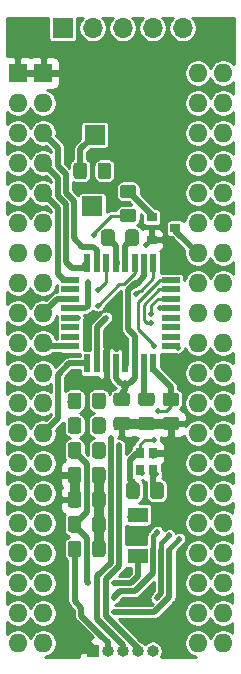
<source format=gbr>
G04 #@! TF.GenerationSoftware,KiCad,Pcbnew,(5.1.9)-1*
G04 #@! TF.CreationDate,2021-06-10T15:02:54-04:00*
G04 #@! TF.ProjectId,6526KernalSwitcherB,36353236-4b65-4726-9e61-6c5377697463,rev?*
G04 #@! TF.SameCoordinates,Original*
G04 #@! TF.FileFunction,Copper,L1,Top*
G04 #@! TF.FilePolarity,Positive*
%FSLAX46Y46*%
G04 Gerber Fmt 4.6, Leading zero omitted, Abs format (unit mm)*
G04 Created by KiCad (PCBNEW (5.1.9)-1) date 2021-06-10 15:02:54*
%MOMM*%
%LPD*%
G01*
G04 APERTURE LIST*
G04 #@! TA.AperFunction,SMDPad,CuDef*
%ADD10R,1.700000X1.300000*%
G04 #@! TD*
G04 #@! TA.AperFunction,ComponentPad*
%ADD11R,1.000000X1.000000*%
G04 #@! TD*
G04 #@! TA.AperFunction,ComponentPad*
%ADD12O,1.000000X1.000000*%
G04 #@! TD*
G04 #@! TA.AperFunction,ComponentPad*
%ADD13R,1.700000X1.700000*%
G04 #@! TD*
G04 #@! TA.AperFunction,ComponentPad*
%ADD14O,1.700000X1.700000*%
G04 #@! TD*
G04 #@! TA.AperFunction,SMDPad,CuDef*
%ADD15R,0.900000X0.800000*%
G04 #@! TD*
G04 #@! TA.AperFunction,SMDPad,CuDef*
%ADD16R,0.550000X1.600000*%
G04 #@! TD*
G04 #@! TA.AperFunction,SMDPad,CuDef*
%ADD17R,1.600000X0.550000*%
G04 #@! TD*
G04 #@! TA.AperFunction,ComponentPad*
%ADD18O,1.600000X1.600000*%
G04 #@! TD*
G04 #@! TA.AperFunction,ComponentPad*
%ADD19R,1.600000X1.600000*%
G04 #@! TD*
G04 #@! TA.AperFunction,SMDPad,CuDef*
%ADD20R,0.800000X0.900000*%
G04 #@! TD*
G04 #@! TA.AperFunction,ViaPad*
%ADD21C,0.488800*%
G04 #@! TD*
G04 #@! TA.AperFunction,ViaPad*
%ADD22C,0.800000*%
G04 #@! TD*
G04 #@! TA.AperFunction,Conductor*
%ADD23C,0.488000*%
G04 #@! TD*
G04 #@! TA.AperFunction,Conductor*
%ADD24C,0.880000*%
G04 #@! TD*
G04 #@! TA.AperFunction,Conductor*
%ADD25C,0.288000*%
G04 #@! TD*
G04 #@! TA.AperFunction,Conductor*
%ADD26C,0.439000*%
G04 #@! TD*
G04 #@! TA.AperFunction,Conductor*
%ADD27C,0.237000*%
G04 #@! TD*
G04 #@! TA.AperFunction,Conductor*
%ADD28C,0.100000*%
G04 #@! TD*
G04 APERTURE END LIST*
G04 #@! TA.AperFunction,SMDPad,CuDef*
G36*
G01*
X106502000Y-86468799D02*
X106502000Y-87368801D01*
G75*
G02*
X106252001Y-87618800I-249999J0D01*
G01*
X105601999Y-87618800D01*
G75*
G02*
X105352000Y-87368801I0J249999D01*
G01*
X105352000Y-86468799D01*
G75*
G02*
X105601999Y-86218800I249999J0D01*
G01*
X106252001Y-86218800D01*
G75*
G02*
X106502000Y-86468799I0J-249999D01*
G01*
G37*
G04 #@! TD.AperFunction*
G04 #@! TA.AperFunction,SMDPad,CuDef*
G36*
G01*
X104452000Y-86468799D02*
X104452000Y-87368801D01*
G75*
G02*
X104202001Y-87618800I-249999J0D01*
G01*
X103551999Y-87618800D01*
G75*
G02*
X103302000Y-87368801I0J249999D01*
G01*
X103302000Y-86468799D01*
G75*
G02*
X103551999Y-86218800I249999J0D01*
G01*
X104202001Y-86218800D01*
G75*
G02*
X104452000Y-86468799I0J-249999D01*
G01*
G37*
G04 #@! TD.AperFunction*
G04 #@! TA.AperFunction,SMDPad,CuDef*
G36*
G01*
X104452000Y-84385999D02*
X104452000Y-85286001D01*
G75*
G02*
X104202001Y-85536000I-249999J0D01*
G01*
X103551999Y-85536000D01*
G75*
G02*
X103302000Y-85286001I0J249999D01*
G01*
X103302000Y-84385999D01*
G75*
G02*
X103551999Y-84136000I249999J0D01*
G01*
X104202001Y-84136000D01*
G75*
G02*
X104452000Y-84385999I0J-249999D01*
G01*
G37*
G04 #@! TD.AperFunction*
G04 #@! TA.AperFunction,SMDPad,CuDef*
G36*
G01*
X106502000Y-84385999D02*
X106502000Y-85286001D01*
G75*
G02*
X106252001Y-85536000I-249999J0D01*
G01*
X105601999Y-85536000D01*
G75*
G02*
X105352000Y-85286001I0J249999D01*
G01*
X105352000Y-84385999D01*
G75*
G02*
X105601999Y-84136000I249999J0D01*
G01*
X106252001Y-84136000D01*
G75*
G02*
X106502000Y-84385999I0J-249999D01*
G01*
G37*
G04 #@! TD.AperFunction*
G04 #@! TA.AperFunction,SMDPad,CuDef*
G36*
G01*
X109506599Y-77851200D02*
X110406601Y-77851200D01*
G75*
G02*
X110656600Y-78101199I0J-249999D01*
G01*
X110656600Y-78751201D01*
G75*
G02*
X110406601Y-79001200I-249999J0D01*
G01*
X109506599Y-79001200D01*
G75*
G02*
X109256600Y-78751201I0J249999D01*
G01*
X109256600Y-78101199D01*
G75*
G02*
X109506599Y-77851200I249999J0D01*
G01*
G37*
G04 #@! TD.AperFunction*
G04 #@! TA.AperFunction,SMDPad,CuDef*
G36*
G01*
X109506599Y-79901200D02*
X110406601Y-79901200D01*
G75*
G02*
X110656600Y-80151199I0J-249999D01*
G01*
X110656600Y-80801201D01*
G75*
G02*
X110406601Y-81051200I-249999J0D01*
G01*
X109506599Y-81051200D01*
G75*
G02*
X109256600Y-80801201I0J249999D01*
G01*
X109256600Y-80151199D01*
G75*
G02*
X109506599Y-79901200I249999J0D01*
G01*
G37*
G04 #@! TD.AperFunction*
G04 #@! TA.AperFunction,SMDPad,CuDef*
G36*
G01*
X107423799Y-79901200D02*
X108323801Y-79901200D01*
G75*
G02*
X108573800Y-80151199I0J-249999D01*
G01*
X108573800Y-80801201D01*
G75*
G02*
X108323801Y-81051200I-249999J0D01*
G01*
X107423799Y-81051200D01*
G75*
G02*
X107173800Y-80801201I0J249999D01*
G01*
X107173800Y-80151199D01*
G75*
G02*
X107423799Y-79901200I249999J0D01*
G01*
G37*
G04 #@! TD.AperFunction*
G04 #@! TA.AperFunction,SMDPad,CuDef*
G36*
G01*
X107423799Y-77851200D02*
X108323801Y-77851200D01*
G75*
G02*
X108573800Y-78101199I0J-249999D01*
G01*
X108573800Y-78751201D01*
G75*
G02*
X108323801Y-79001200I-249999J0D01*
G01*
X107423799Y-79001200D01*
G75*
G02*
X107173800Y-78751201I0J249999D01*
G01*
X107173800Y-78101199D01*
G75*
G02*
X107423799Y-77851200I249999J0D01*
G01*
G37*
G04 #@! TD.AperFunction*
G04 #@! TA.AperFunction,SMDPad,CuDef*
G36*
G01*
X103302000Y-83190501D02*
X103302000Y-82290499D01*
G75*
G02*
X103551999Y-82040500I249999J0D01*
G01*
X104202001Y-82040500D01*
G75*
G02*
X104452000Y-82290499I0J-249999D01*
G01*
X104452000Y-83190501D01*
G75*
G02*
X104202001Y-83440500I-249999J0D01*
G01*
X103551999Y-83440500D01*
G75*
G02*
X103302000Y-83190501I0J249999D01*
G01*
G37*
G04 #@! TD.AperFunction*
G04 #@! TA.AperFunction,SMDPad,CuDef*
G36*
G01*
X105352000Y-83190501D02*
X105352000Y-82290499D01*
G75*
G02*
X105601999Y-82040500I249999J0D01*
G01*
X106252001Y-82040500D01*
G75*
G02*
X106502000Y-82290499I0J-249999D01*
G01*
X106502000Y-83190501D01*
G75*
G02*
X106252001Y-83440500I-249999J0D01*
G01*
X105601999Y-83440500D01*
G75*
G02*
X105352000Y-83190501I0J249999D01*
G01*
G37*
G04 #@! TD.AperFunction*
G04 #@! TA.AperFunction,SMDPad,CuDef*
G36*
G01*
X111589399Y-79901200D02*
X112489401Y-79901200D01*
G75*
G02*
X112739400Y-80151199I0J-249999D01*
G01*
X112739400Y-80801201D01*
G75*
G02*
X112489401Y-81051200I-249999J0D01*
G01*
X111589399Y-81051200D01*
G75*
G02*
X111339400Y-80801201I0J249999D01*
G01*
X111339400Y-80151199D01*
G75*
G02*
X111589399Y-79901200I249999J0D01*
G01*
G37*
G04 #@! TD.AperFunction*
G04 #@! TA.AperFunction,SMDPad,CuDef*
G36*
G01*
X111589399Y-77851200D02*
X112489401Y-77851200D01*
G75*
G02*
X112739400Y-78101199I0J-249999D01*
G01*
X112739400Y-78751201D01*
G75*
G02*
X112489401Y-79001200I-249999J0D01*
G01*
X111589399Y-79001200D01*
G75*
G02*
X111339400Y-78751201I0J249999D01*
G01*
X111339400Y-78101199D01*
G75*
G02*
X111589399Y-77851200I249999J0D01*
G01*
G37*
G04 #@! TD.AperFunction*
G04 #@! TA.AperFunction,SMDPad,CuDef*
G36*
G01*
X109321400Y-64294599D02*
X109321400Y-65194601D01*
G75*
G02*
X109071401Y-65444600I-249999J0D01*
G01*
X108421399Y-65444600D01*
G75*
G02*
X108171400Y-65194601I0J249999D01*
G01*
X108171400Y-64294599D01*
G75*
G02*
X108421399Y-64044600I249999J0D01*
G01*
X109071401Y-64044600D01*
G75*
G02*
X109321400Y-64294599I0J-249999D01*
G01*
G37*
G04 #@! TD.AperFunction*
G04 #@! TA.AperFunction,SMDPad,CuDef*
G36*
G01*
X107271400Y-64294599D02*
X107271400Y-65194601D01*
G75*
G02*
X107021401Y-65444600I-249999J0D01*
G01*
X106371399Y-65444600D01*
G75*
G02*
X106121400Y-65194601I0J249999D01*
G01*
X106121400Y-64294599D01*
G75*
G02*
X106371399Y-64044600I249999J0D01*
G01*
X107021401Y-64044600D01*
G75*
G02*
X107271400Y-64294599I0J-249999D01*
G01*
G37*
G04 #@! TD.AperFunction*
D10*
X109245400Y-88191400D03*
X109245400Y-91691400D03*
D11*
X105410000Y-99695000D03*
D12*
X106680000Y-99695000D03*
X107950000Y-99695000D03*
X109220000Y-99695000D03*
X110490000Y-99695000D03*
D13*
X102870000Y-46990000D03*
D14*
X105410000Y-46990000D03*
X107950000Y-46990000D03*
X110490000Y-46990000D03*
X113030000Y-46990000D03*
D13*
X105587800Y-56032400D03*
X105384600Y-62077600D03*
D15*
X110404400Y-63007200D03*
X110404400Y-64907200D03*
X112404400Y-63957200D03*
G04 #@! TA.AperFunction,SMDPad,CuDef*
G36*
G01*
X106502000Y-90634399D02*
X106502000Y-91534401D01*
G75*
G02*
X106252001Y-91784400I-249999J0D01*
G01*
X105601999Y-91784400D01*
G75*
G02*
X105352000Y-91534401I0J249999D01*
G01*
X105352000Y-90634399D01*
G75*
G02*
X105601999Y-90384400I249999J0D01*
G01*
X106252001Y-90384400D01*
G75*
G02*
X106502000Y-90634399I0J-249999D01*
G01*
G37*
G04 #@! TD.AperFunction*
G04 #@! TA.AperFunction,SMDPad,CuDef*
G36*
G01*
X104452000Y-90634399D02*
X104452000Y-91534401D01*
G75*
G02*
X104202001Y-91784400I-249999J0D01*
G01*
X103551999Y-91784400D01*
G75*
G02*
X103302000Y-91534401I0J249999D01*
G01*
X103302000Y-90634399D01*
G75*
G02*
X103551999Y-90384400I249999J0D01*
G01*
X104202001Y-90384400D01*
G75*
G02*
X104452000Y-90634399I0J-249999D01*
G01*
G37*
G04 #@! TD.AperFunction*
G04 #@! TA.AperFunction,SMDPad,CuDef*
G36*
G01*
X111429600Y-85706799D02*
X111429600Y-86606801D01*
G75*
G02*
X111179601Y-86856800I-249999J0D01*
G01*
X110529599Y-86856800D01*
G75*
G02*
X110279600Y-86606801I0J249999D01*
G01*
X110279600Y-85706799D01*
G75*
G02*
X110529599Y-85456800I249999J0D01*
G01*
X111179601Y-85456800D01*
G75*
G02*
X111429600Y-85706799I0J-249999D01*
G01*
G37*
G04 #@! TD.AperFunction*
G04 #@! TA.AperFunction,SMDPad,CuDef*
G36*
G01*
X109379600Y-85706799D02*
X109379600Y-86606801D01*
G75*
G02*
X109129601Y-86856800I-249999J0D01*
G01*
X108479599Y-86856800D01*
G75*
G02*
X108229600Y-86606801I0J249999D01*
G01*
X108229600Y-85706799D01*
G75*
G02*
X108479599Y-85456800I249999J0D01*
G01*
X109129601Y-85456800D01*
G75*
G02*
X109379600Y-85706799I0J-249999D01*
G01*
G37*
G04 #@! TD.AperFunction*
G04 #@! TA.AperFunction,SMDPad,CuDef*
G36*
G01*
X105352000Y-78999501D02*
X105352000Y-78099499D01*
G75*
G02*
X105601999Y-77849500I249999J0D01*
G01*
X106252001Y-77849500D01*
G75*
G02*
X106502000Y-78099499I0J-249999D01*
G01*
X106502000Y-78999501D01*
G75*
G02*
X106252001Y-79249500I-249999J0D01*
G01*
X105601999Y-79249500D01*
G75*
G02*
X105352000Y-78999501I0J249999D01*
G01*
G37*
G04 #@! TD.AperFunction*
G04 #@! TA.AperFunction,SMDPad,CuDef*
G36*
G01*
X103302000Y-78999501D02*
X103302000Y-78099499D01*
G75*
G02*
X103551999Y-77849500I249999J0D01*
G01*
X104202001Y-77849500D01*
G75*
G02*
X104452000Y-78099499I0J-249999D01*
G01*
X104452000Y-78999501D01*
G75*
G02*
X104202001Y-79249500I-249999J0D01*
G01*
X103551999Y-79249500D01*
G75*
G02*
X103302000Y-78999501I0J249999D01*
G01*
G37*
G04 #@! TD.AperFunction*
G04 #@! TA.AperFunction,SMDPad,CuDef*
G36*
G01*
X103302000Y-81095001D02*
X103302000Y-80194999D01*
G75*
G02*
X103551999Y-79945000I249999J0D01*
G01*
X104202001Y-79945000D01*
G75*
G02*
X104452000Y-80194999I0J-249999D01*
G01*
X104452000Y-81095001D01*
G75*
G02*
X104202001Y-81345000I-249999J0D01*
G01*
X103551999Y-81345000D01*
G75*
G02*
X103302000Y-81095001I0J249999D01*
G01*
G37*
G04 #@! TD.AperFunction*
G04 #@! TA.AperFunction,SMDPad,CuDef*
G36*
G01*
X105352000Y-81095001D02*
X105352000Y-80194999D01*
G75*
G02*
X105601999Y-79945000I249999J0D01*
G01*
X106252001Y-79945000D01*
G75*
G02*
X106502000Y-80194999I0J-249999D01*
G01*
X106502000Y-81095001D01*
G75*
G02*
X106252001Y-81345000I-249999J0D01*
G01*
X105601999Y-81345000D01*
G75*
G02*
X105352000Y-81095001I0J249999D01*
G01*
G37*
G04 #@! TD.AperFunction*
G04 #@! TA.AperFunction,SMDPad,CuDef*
G36*
G01*
X106502000Y-88551599D02*
X106502000Y-89451601D01*
G75*
G02*
X106252001Y-89701600I-249999J0D01*
G01*
X105601999Y-89701600D01*
G75*
G02*
X105352000Y-89451601I0J249999D01*
G01*
X105352000Y-88551599D01*
G75*
G02*
X105601999Y-88301600I249999J0D01*
G01*
X106252001Y-88301600D01*
G75*
G02*
X106502000Y-88551599I0J-249999D01*
G01*
G37*
G04 #@! TD.AperFunction*
G04 #@! TA.AperFunction,SMDPad,CuDef*
G36*
G01*
X104452000Y-88551599D02*
X104452000Y-89451601D01*
G75*
G02*
X104202001Y-89701600I-249999J0D01*
G01*
X103551999Y-89701600D01*
G75*
G02*
X103302000Y-89451601I0J249999D01*
G01*
X103302000Y-88551599D01*
G75*
G02*
X103551999Y-88301600I249999J0D01*
G01*
X104202001Y-88301600D01*
G75*
G02*
X104452000Y-88551599I0J-249999D01*
G01*
G37*
G04 #@! TD.AperFunction*
G04 #@! TA.AperFunction,SMDPad,CuDef*
G36*
G01*
X105834600Y-59530401D02*
X105834600Y-58630399D01*
G75*
G02*
X106084599Y-58380400I249999J0D01*
G01*
X106734601Y-58380400D01*
G75*
G02*
X106984600Y-58630399I0J-249999D01*
G01*
X106984600Y-59530401D01*
G75*
G02*
X106734601Y-59780400I-249999J0D01*
G01*
X106084599Y-59780400D01*
G75*
G02*
X105834600Y-59530401I0J249999D01*
G01*
G37*
G04 #@! TD.AperFunction*
G04 #@! TA.AperFunction,SMDPad,CuDef*
G36*
G01*
X103784600Y-59530401D02*
X103784600Y-58630399D01*
G75*
G02*
X104034599Y-58380400I249999J0D01*
G01*
X104684601Y-58380400D01*
G75*
G02*
X104934600Y-58630399I0J-249999D01*
G01*
X104934600Y-59530401D01*
G75*
G02*
X104684601Y-59780400I-249999J0D01*
G01*
X104034599Y-59780400D01*
G75*
G02*
X103784600Y-59530401I0J249999D01*
G01*
G37*
G04 #@! TD.AperFunction*
G04 #@! TA.AperFunction,SMDPad,CuDef*
G36*
G01*
X107957199Y-62299000D02*
X108857201Y-62299000D01*
G75*
G02*
X109107200Y-62548999I0J-249999D01*
G01*
X109107200Y-63199001D01*
G75*
G02*
X108857201Y-63449000I-249999J0D01*
G01*
X107957199Y-63449000D01*
G75*
G02*
X107707200Y-63199001I0J249999D01*
G01*
X107707200Y-62548999D01*
G75*
G02*
X107957199Y-62299000I249999J0D01*
G01*
G37*
G04 #@! TD.AperFunction*
G04 #@! TA.AperFunction,SMDPad,CuDef*
G36*
G01*
X107957199Y-60249000D02*
X108857201Y-60249000D01*
G75*
G02*
X109107200Y-60498999I0J-249999D01*
G01*
X109107200Y-61149001D01*
G75*
G02*
X108857201Y-61399000I-249999J0D01*
G01*
X107957199Y-61399000D01*
G75*
G02*
X107707200Y-61149001I0J249999D01*
G01*
X107707200Y-60498999D01*
G75*
G02*
X107957199Y-60249000I249999J0D01*
G01*
G37*
G04 #@! TD.AperFunction*
D16*
X104959500Y-75370000D03*
X105759500Y-75370000D03*
X106559500Y-75370000D03*
X107359500Y-75370000D03*
X108159500Y-75370000D03*
X108959500Y-75370000D03*
X109759500Y-75370000D03*
X110559500Y-75370000D03*
D17*
X112009500Y-73920000D03*
X112009500Y-73120000D03*
X112009500Y-72320000D03*
X112009500Y-71520000D03*
X112009500Y-70720000D03*
X112009500Y-69920000D03*
X112009500Y-69120000D03*
X112009500Y-68320000D03*
D16*
X110559500Y-66870000D03*
X109759500Y-66870000D03*
X108959500Y-66870000D03*
X108159500Y-66870000D03*
X107359500Y-66870000D03*
X106559500Y-66870000D03*
X105759500Y-66870000D03*
X104959500Y-66870000D03*
D17*
X103509500Y-68320000D03*
X103509500Y-69120000D03*
X103509500Y-69920000D03*
X103509500Y-70720000D03*
X103509500Y-71520000D03*
X103509500Y-72320000D03*
X103509500Y-73120000D03*
X103509500Y-73920000D03*
D18*
X116459000Y-50800000D03*
X101219000Y-99060000D03*
X116459000Y-53340000D03*
X101219000Y-96520000D03*
X116459000Y-55880000D03*
X101219000Y-93980000D03*
X116459000Y-58420000D03*
X101219000Y-91440000D03*
X116459000Y-60960000D03*
X101219000Y-88900000D03*
X116459000Y-63500000D03*
X101219000Y-86360000D03*
X116459000Y-66040000D03*
X101219000Y-83820000D03*
X116459000Y-68580000D03*
X101219000Y-81280000D03*
X116459000Y-71120000D03*
X101219000Y-78740000D03*
X116459000Y-73660000D03*
X101219000Y-76200000D03*
X116459000Y-76200000D03*
X101219000Y-73660000D03*
X116459000Y-78740000D03*
X101219000Y-71120000D03*
X116459000Y-81280000D03*
X101219000Y-68580000D03*
X116459000Y-83820000D03*
X101219000Y-66040000D03*
X116459000Y-86360000D03*
X101219000Y-63500000D03*
X116459000Y-88900000D03*
X101219000Y-60960000D03*
X116459000Y-91440000D03*
X101219000Y-58420000D03*
X116459000Y-93980000D03*
X101219000Y-55880000D03*
X116459000Y-96520000D03*
X101219000Y-53340000D03*
X116459000Y-99060000D03*
D19*
X101219000Y-50800000D03*
X99060000Y-50800000D03*
D18*
X114300000Y-99060000D03*
X99060000Y-53340000D03*
X114300000Y-96520000D03*
X99060000Y-55880000D03*
X114300000Y-93980000D03*
X99060000Y-58420000D03*
X114300000Y-91440000D03*
X99060000Y-60960000D03*
X114300000Y-88900000D03*
X99060000Y-63500000D03*
X114300000Y-86360000D03*
X99060000Y-66040000D03*
X114300000Y-83820000D03*
X99060000Y-68580000D03*
X114300000Y-81280000D03*
X99060000Y-71120000D03*
X114300000Y-78740000D03*
X99060000Y-73660000D03*
X114300000Y-76200000D03*
X99060000Y-76200000D03*
X114300000Y-73660000D03*
X99060000Y-78740000D03*
X114300000Y-71120000D03*
X99060000Y-81280000D03*
X114300000Y-68580000D03*
X99060000Y-83820000D03*
X114300000Y-66040000D03*
X99060000Y-86360000D03*
X114300000Y-63500000D03*
X99060000Y-88900000D03*
X114300000Y-60960000D03*
X99060000Y-91440000D03*
X114300000Y-58420000D03*
X99060000Y-93980000D03*
X114300000Y-55880000D03*
X99060000Y-96520000D03*
X114300000Y-53340000D03*
X99060000Y-99060000D03*
X114300000Y-50800000D03*
D20*
X109432000Y-82967600D03*
X109432000Y-84367600D03*
X110532000Y-84367600D03*
X110532000Y-82967600D03*
D21*
X110540800Y-83210400D03*
X109575600Y-84683600D03*
D22*
X103581200Y-96697800D03*
D21*
X107353100Y-73850500D03*
D22*
X106908600Y-64414400D03*
X103759000Y-87147400D03*
X103877000Y-84836000D03*
X107873800Y-80476200D03*
D21*
X109931200Y-65379600D03*
X115570000Y-48133000D03*
X111887000Y-49657000D03*
X109220000Y-49403000D03*
X106553000Y-49276000D03*
X104267000Y-49149000D03*
X112903000Y-75311000D03*
X102489000Y-82296000D03*
X100203000Y-85090000D03*
X100076000Y-87630000D03*
X100076000Y-82550000D03*
X115316000Y-87630000D03*
X115316000Y-85090000D03*
X115316000Y-82550000D03*
X115316000Y-80010000D03*
X115316000Y-77470000D03*
X115316000Y-74930000D03*
X115443000Y-52070000D03*
X115316000Y-54610000D03*
X115316000Y-57150000D03*
X115316000Y-59690000D03*
X115316000Y-62230000D03*
X102616000Y-74930000D03*
X100076000Y-77470000D03*
X100076000Y-80010000D03*
X100076000Y-74930000D03*
X100076000Y-72390000D03*
X100076000Y-69850000D03*
X100076000Y-62230000D03*
X100076000Y-59690000D03*
X100076000Y-57150000D03*
X100076000Y-54610000D03*
X115316000Y-67310000D03*
X107950000Y-95631000D03*
X108192500Y-93102500D03*
D22*
X108127800Y-77241400D03*
X105918000Y-91236800D03*
X108712000Y-88366600D03*
X105918000Y-85877400D03*
D21*
X110363000Y-78714600D03*
X110591600Y-81838800D03*
X110972600Y-79451200D03*
X110769400Y-84785200D03*
X107188000Y-96443800D03*
X112750600Y-90220800D03*
X110642400Y-73888600D03*
X107188000Y-95250000D03*
X110871000Y-89636600D03*
X109067600Y-69519800D03*
X110820200Y-95250000D03*
X111887000Y-89916000D03*
X110363000Y-71983600D03*
X105054400Y-93980000D03*
X107188000Y-93980000D03*
X104140000Y-71501000D03*
X104140000Y-82296000D03*
X103886000Y-72313800D03*
X104165400Y-80238600D03*
X103632000Y-73126600D03*
X103492300Y-78651100D03*
X111093200Y-70720000D03*
X111582200Y-71526400D03*
X112064800Y-72339200D03*
X105029000Y-68478400D03*
X105486200Y-64541400D03*
X106553000Y-71501000D03*
X104038400Y-69113400D03*
X106222800Y-82321400D03*
X107670600Y-82321400D03*
X105638600Y-81051400D03*
X103606600Y-90754200D03*
X106222800Y-78968600D03*
X106946010Y-81699790D03*
X112547400Y-73126600D03*
X112623600Y-74041000D03*
X110363000Y-71170800D03*
X106680000Y-58674000D03*
X105862389Y-70489811D03*
X105841800Y-69189600D03*
D23*
X108159500Y-74295798D02*
X108159500Y-75370000D01*
X107004798Y-73850500D02*
X107353100Y-73850500D01*
X106559500Y-75370000D02*
X106559500Y-74295798D01*
X107714202Y-73850500D02*
X108159500Y-74295798D01*
X106559500Y-74295798D02*
X107004798Y-73850500D01*
X107359500Y-65407700D02*
X106696400Y-64744600D01*
X107359500Y-66870000D02*
X107359500Y-65407700D01*
D24*
X103877000Y-84836000D02*
X103877000Y-84836000D01*
X107873800Y-80476200D02*
X107873800Y-80476200D01*
X103581200Y-97866200D02*
X105410000Y-99695000D01*
X103581200Y-96697800D02*
X103581200Y-97866200D01*
D23*
X107353100Y-73850500D02*
X107714202Y-73850500D01*
X107359500Y-73844100D02*
X107353100Y-73850500D01*
D24*
X103877000Y-84836000D02*
X103877000Y-86918800D01*
X107873800Y-80476200D02*
X112039400Y-80476200D01*
D25*
X110404400Y-64907200D02*
X110403600Y-64907200D01*
X110403600Y-64907200D02*
X109931200Y-65379600D01*
X109931200Y-65379600D02*
X109931200Y-65379600D01*
D23*
X107359500Y-76658000D02*
X107727000Y-77025500D01*
X107359500Y-75370000D02*
X107359500Y-76658000D01*
X108592000Y-77025500D02*
X108959500Y-76658000D01*
X108959500Y-76658000D02*
X108959500Y-75370000D01*
D24*
X105927000Y-84836000D02*
X105927000Y-84836000D01*
D23*
X108127800Y-77597200D02*
X108127800Y-77241400D01*
X107873800Y-78426200D02*
X107873800Y-77851200D01*
X107873800Y-77851200D02*
X108127800Y-77597200D01*
X107727000Y-77025500D02*
X108127800Y-77241400D01*
X108127800Y-77241400D02*
X108592000Y-77025500D01*
X108127800Y-77241400D02*
X108127800Y-77241400D01*
D24*
X105927000Y-84836000D02*
X105927000Y-91084400D01*
D23*
X109759500Y-67989571D02*
X109759500Y-66870000D01*
X108737167Y-68831399D02*
X108917672Y-68831399D01*
X108379199Y-69189367D02*
X108988566Y-68580000D01*
X108379199Y-72456970D02*
X108379199Y-69189367D01*
X108959500Y-73037271D02*
X108379199Y-72456970D01*
X108959500Y-75370000D02*
X108959500Y-73037271D01*
X109220000Y-68580000D02*
X109759500Y-67989571D01*
X108988566Y-68580000D02*
X109220000Y-68580000D01*
X108917672Y-68831399D02*
X109220000Y-68580000D01*
X109759500Y-78229100D02*
X109956600Y-78426200D01*
X109759500Y-75370000D02*
X109759500Y-78229100D01*
X108587999Y-83562399D02*
X109182798Y-82967600D01*
X108587999Y-85240199D02*
X108587999Y-83562399D01*
X109182798Y-82967600D02*
X109432000Y-82967600D01*
X108804600Y-85456800D02*
X108587999Y-85240199D01*
X108804600Y-86156800D02*
X108804600Y-85456800D01*
D25*
X109432000Y-82229600D02*
X109432000Y-82967600D01*
X109822800Y-81838800D02*
X109432000Y-82229600D01*
X110591600Y-81838800D02*
X109822800Y-81838800D01*
D23*
X110559500Y-75370000D02*
X110559500Y-75888500D01*
X112039400Y-77368400D02*
X112039400Y-78426200D01*
X110559500Y-75888500D02*
X112039400Y-77368400D01*
X110532000Y-85834200D02*
X110854600Y-86156800D01*
X110532000Y-84367600D02*
X110532000Y-85834200D01*
D25*
X112039400Y-78426200D02*
X111921400Y-78426200D01*
X112039400Y-79001200D02*
X111589400Y-79451200D01*
X112039400Y-78426200D02*
X112039400Y-79001200D01*
X111589400Y-79451200D02*
X110998000Y-79451200D01*
X110998000Y-79451200D02*
X110972600Y-79451200D01*
D23*
X110645234Y-96443800D02*
X111915421Y-95173613D01*
X107188000Y-96443800D02*
X110645234Y-96443800D01*
X111915421Y-95173613D02*
X111915421Y-93266567D01*
X111915421Y-93266567D02*
X111915421Y-91211400D01*
D26*
X111915421Y-91211400D02*
X111915421Y-91055979D01*
X111915421Y-91055979D02*
X112750600Y-90220800D01*
X112750600Y-90220800D02*
X112750600Y-90220800D01*
D25*
X110398001Y-73644201D02*
X110642400Y-73888600D01*
X109239991Y-72486191D02*
X110398001Y-73644201D01*
X109239991Y-70199230D02*
X109239991Y-72486191D01*
X111119221Y-68320000D02*
X109239991Y-70199230D01*
X112009500Y-68320000D02*
X111119221Y-68320000D01*
D23*
X107188000Y-95250000D02*
X107188000Y-95199200D01*
X107188000Y-95199200D02*
X107719190Y-94668010D01*
X108971583Y-94668010D02*
X110539401Y-93100192D01*
X107719190Y-94668010D02*
X108971583Y-94668010D01*
X110539401Y-93100192D02*
X110539401Y-92696601D01*
X110539401Y-92696601D02*
X110539401Y-91135200D01*
D26*
X110539401Y-91135200D02*
X110539401Y-89968199D01*
X110539401Y-89968199D02*
X110871000Y-89636600D01*
X110871000Y-89636600D02*
X110871000Y-89636600D01*
D25*
X110559500Y-68189571D02*
X110559500Y-66870000D01*
X109473670Y-69275401D02*
X110559500Y-68189571D01*
X109311999Y-69275401D02*
X109473670Y-69275401D01*
X109067600Y-69519800D02*
X109311999Y-69275401D01*
D23*
X110820200Y-95250000D02*
X111227411Y-94842789D01*
X111227411Y-94842789D02*
X111227411Y-92981584D01*
X111227411Y-92981584D02*
X111227411Y-91186000D01*
D26*
X111227411Y-91186000D02*
X111227411Y-90575589D01*
X111227411Y-90575589D02*
X111887000Y-89916000D01*
X111887000Y-89916000D02*
X111887000Y-89916000D01*
D25*
X112009500Y-69120000D02*
X111009371Y-69120000D01*
X111009371Y-69120000D02*
X109728000Y-70401371D01*
X110017367Y-71983600D02*
X110363000Y-71983600D01*
X109728000Y-71694233D02*
X110017367Y-71983600D01*
X109728000Y-70401371D02*
X109728000Y-71694233D01*
D23*
X103877000Y-89119600D02*
X103877000Y-89001600D01*
X104896010Y-90138610D02*
X103877000Y-89119600D01*
X105054400Y-93980000D02*
X104896010Y-93821610D01*
X104896010Y-93821610D02*
X104896010Y-90138610D01*
X104896010Y-87991590D02*
X104896010Y-83890210D01*
X103877000Y-82871200D02*
X103877000Y-82740500D01*
X103877000Y-89001600D02*
X103886000Y-89001600D01*
X104896010Y-83890210D02*
X103877000Y-82871200D01*
X103886000Y-89001600D02*
X104896010Y-87991590D01*
X107188000Y-93980000D02*
X108686600Y-93980000D01*
X109245400Y-93421200D02*
X109245400Y-91691400D01*
X108686600Y-93980000D02*
X109245400Y-93421200D01*
D25*
X112009500Y-70720000D02*
X111093200Y-70720000D01*
D23*
X103509500Y-70720000D02*
X104797500Y-70720000D01*
X105029000Y-70488500D02*
X105029000Y-68478400D01*
X105029000Y-68478400D02*
X105029000Y-68478400D01*
X104797500Y-70720000D02*
X105029000Y-70488500D01*
X110404400Y-62821200D02*
X108407200Y-60824000D01*
X110404400Y-63007200D02*
X110404400Y-62821200D01*
X112404400Y-64144400D02*
X114300000Y-66040000D01*
X112404400Y-63957200D02*
X112404400Y-64144400D01*
D25*
X106951940Y-62874000D02*
X105486200Y-64339740D01*
X108407200Y-62874000D02*
X106951940Y-62874000D01*
X105486200Y-64339740D02*
X105486200Y-64541400D01*
X105486200Y-64541400D02*
X105486200Y-64541400D01*
D23*
X105759500Y-75370000D02*
X105759500Y-72383900D01*
X105759500Y-72383900D02*
X105759500Y-72294500D01*
X105759500Y-72294500D02*
X106553000Y-71501000D01*
X106553000Y-71501000D02*
X106553000Y-71501000D01*
X101219000Y-81280000D02*
X102489000Y-80010000D01*
X102489000Y-80010000D02*
X102489000Y-76327000D01*
X103446000Y-75370000D02*
X104959500Y-75370000D01*
X102489000Y-76327000D02*
X103446000Y-75370000D01*
X103151011Y-59379018D02*
X102463600Y-58691608D01*
X103151011Y-60946026D02*
X103151011Y-59379018D01*
X103839620Y-61634634D02*
X103151011Y-60946026D01*
X105759500Y-65795798D02*
X105470302Y-65506600D01*
X102463600Y-57124600D02*
X101219000Y-55880000D01*
X105470302Y-65506600D02*
X104546400Y-65506600D01*
X102463600Y-58691608D02*
X102463600Y-57124600D01*
X104546400Y-65506600D02*
X103839620Y-64799820D01*
X105759500Y-66870000D02*
X105759500Y-65795798D01*
X103839620Y-64799820D02*
X103839620Y-61634634D01*
X104673400Y-67156100D02*
X104959500Y-66870000D01*
X104673400Y-67335400D02*
X104673400Y-67156100D01*
X102463001Y-59664001D02*
X102463001Y-61231009D01*
X103657400Y-67335400D02*
X104673400Y-67335400D01*
X102463001Y-61231009D02*
X103151610Y-61919617D01*
X103151610Y-61919617D02*
X103151610Y-66829610D01*
X101219000Y-58420000D02*
X102463001Y-59664001D01*
X103151610Y-66829610D02*
X103657400Y-67335400D01*
X103509500Y-68320000D02*
X103245000Y-68320000D01*
X102991000Y-68320000D02*
X103509500Y-68320000D01*
X102463600Y-67792600D02*
X102991000Y-68320000D01*
X101219000Y-60960000D02*
X102463600Y-62204600D01*
X102463600Y-62204600D02*
X102463600Y-67792600D01*
X102419000Y-69920000D02*
X101219000Y-71120000D01*
X103509500Y-69920000D02*
X102419000Y-69920000D01*
X101479000Y-73920000D02*
X101219000Y-73660000D01*
X103509500Y-73920000D02*
X101479000Y-73920000D01*
X107670600Y-82321400D02*
X107670600Y-82321400D01*
X109220000Y-99494634D02*
X109220000Y-99695000D01*
X106499599Y-96774233D02*
X109220000Y-99494634D01*
X106499599Y-93677801D02*
X106499599Y-96774233D01*
X107670600Y-82321400D02*
X107670600Y-92506800D01*
X107670600Y-92506800D02*
X106499599Y-93677801D01*
X108159500Y-65455800D02*
X108746400Y-64868900D01*
X108159500Y-66870000D02*
X108159500Y-65455800D01*
X106680000Y-98987894D02*
X106218706Y-98526600D01*
X106680000Y-99695000D02*
X106680000Y-98987894D01*
X103877000Y-95495000D02*
X103877000Y-91084400D01*
X104465210Y-96083210D02*
X103877000Y-95495000D01*
X106207214Y-98526600D02*
X106218706Y-98526600D01*
X104465210Y-96784596D02*
X106207214Y-98526600D01*
X104465210Y-96083210D02*
X104465210Y-96784596D01*
X107950000Y-99197626D02*
X105811589Y-97059216D01*
X107950000Y-99695000D02*
X107950000Y-99197626D01*
X105811589Y-97059216D02*
X105811589Y-93649800D01*
X106946010Y-92258397D02*
X106946010Y-85787810D01*
X105811589Y-93649800D02*
X105811589Y-93392818D01*
X105811589Y-93392818D02*
X106946010Y-92258397D01*
X106946010Y-85787810D02*
X106946010Y-81699790D01*
X106946010Y-81699790D02*
X106946010Y-81699790D01*
X104359600Y-57260600D02*
X105587800Y-56032400D01*
X104359600Y-59080400D02*
X104359600Y-57260600D01*
D25*
X112009500Y-69920000D02*
X110921500Y-69920000D01*
X110921500Y-69920000D02*
X110363000Y-70478500D01*
X110363000Y-70478500D02*
X110363000Y-71170800D01*
X110363000Y-71170800D02*
X110363000Y-71170800D01*
X108959500Y-66870000D02*
X108959500Y-67764202D01*
X107670600Y-68681600D02*
X105862389Y-70489811D01*
X108042102Y-68681600D02*
X108959500Y-67764202D01*
X107670600Y-68681600D02*
X108042102Y-68681600D01*
X106559500Y-68471900D02*
X105841800Y-69189600D01*
X106559500Y-66870000D02*
X106559500Y-68471900D01*
D27*
X102944780Y-81095001D02*
X102956448Y-81213464D01*
X102991002Y-81327374D01*
X103047115Y-81432354D01*
X103122630Y-81524370D01*
X103214646Y-81599885D01*
X103319626Y-81655998D01*
X103433536Y-81690552D01*
X103455852Y-81692750D01*
X103433536Y-81694948D01*
X103319626Y-81729502D01*
X103214646Y-81785615D01*
X103122630Y-81861130D01*
X103047115Y-81953146D01*
X102991002Y-82058126D01*
X102956448Y-82172036D01*
X102944780Y-82290499D01*
X102944780Y-83190501D01*
X102956448Y-83308964D01*
X102991002Y-83422874D01*
X103047115Y-83527854D01*
X103067336Y-83552494D01*
X103061089Y-83554389D01*
X102952251Y-83612564D01*
X102856854Y-83690854D01*
X102778564Y-83786251D01*
X102720389Y-83895089D01*
X102684565Y-84013185D01*
X102672469Y-84136000D01*
X102675500Y-84543875D01*
X102832125Y-84700500D01*
X103741500Y-84700500D01*
X103741500Y-84680500D01*
X104012500Y-84680500D01*
X104012500Y-84700500D01*
X104032500Y-84700500D01*
X104032500Y-84971500D01*
X104012500Y-84971500D01*
X104012500Y-86783300D01*
X104032500Y-86783300D01*
X104032500Y-87054300D01*
X104012500Y-87054300D01*
X104012500Y-87074300D01*
X103741500Y-87074300D01*
X103741500Y-87054300D01*
X102832125Y-87054300D01*
X102675500Y-87210925D01*
X102672469Y-87618800D01*
X102684565Y-87741615D01*
X102720389Y-87859711D01*
X102778564Y-87968549D01*
X102856854Y-88063946D01*
X102952251Y-88142236D01*
X103059268Y-88199438D01*
X103047115Y-88214246D01*
X102991002Y-88319226D01*
X102956448Y-88433136D01*
X102944780Y-88551599D01*
X102944780Y-89451601D01*
X102956448Y-89570064D01*
X102991002Y-89683974D01*
X103047115Y-89788954D01*
X103122630Y-89880970D01*
X103214646Y-89956485D01*
X103319626Y-90012598D01*
X103419849Y-90043000D01*
X103319626Y-90073402D01*
X103214646Y-90129515D01*
X103122630Y-90205030D01*
X103047115Y-90297046D01*
X102991002Y-90402026D01*
X102956448Y-90515936D01*
X102944780Y-90634399D01*
X102944780Y-91534401D01*
X102956448Y-91652864D01*
X102991002Y-91766774D01*
X103047115Y-91871754D01*
X103122630Y-91963770D01*
X103214646Y-92039285D01*
X103277501Y-92072882D01*
X103277500Y-95465564D01*
X103274601Y-95495000D01*
X103277500Y-95524436D01*
X103277500Y-95524443D01*
X103286175Y-95612521D01*
X103320455Y-95725527D01*
X103376123Y-95829675D01*
X103451039Y-95920961D01*
X103473914Y-95939734D01*
X103865710Y-96331531D01*
X103865710Y-96755160D01*
X103862811Y-96784596D01*
X103865710Y-96814032D01*
X103865710Y-96814040D01*
X103874385Y-96902118D01*
X103908665Y-97015124D01*
X103964334Y-97119272D01*
X104039250Y-97210557D01*
X104062120Y-97229326D01*
X105401293Y-98568500D01*
X105274498Y-98568500D01*
X105274498Y-98725123D01*
X105117875Y-98568500D01*
X104910000Y-98565469D01*
X104787185Y-98577565D01*
X104669089Y-98613389D01*
X104560251Y-98671564D01*
X104464854Y-98749854D01*
X104386564Y-98845251D01*
X104328389Y-98954089D01*
X104292565Y-99072185D01*
X104280469Y-99195000D01*
X104283500Y-99402875D01*
X104440125Y-99559500D01*
X105274500Y-99559500D01*
X105274500Y-99539500D01*
X105545500Y-99539500D01*
X105545500Y-99559500D01*
X105565500Y-99559500D01*
X105565500Y-99830500D01*
X105545500Y-99830500D01*
X105545500Y-99850500D01*
X105274500Y-99850500D01*
X105274500Y-99830500D01*
X104440125Y-99830500D01*
X104283500Y-99987125D01*
X104280469Y-100195000D01*
X104281306Y-100203500D01*
X101393135Y-100203500D01*
X101556047Y-100171095D01*
X101766335Y-100083991D01*
X101955588Y-99957535D01*
X102116535Y-99796588D01*
X102242991Y-99607335D01*
X102330095Y-99397047D01*
X102374500Y-99173807D01*
X102374500Y-98946193D01*
X102330095Y-98722953D01*
X102242991Y-98512665D01*
X102116535Y-98323412D01*
X101955588Y-98162465D01*
X101766335Y-98036009D01*
X101556047Y-97948905D01*
X101332807Y-97904500D01*
X101105193Y-97904500D01*
X100881953Y-97948905D01*
X100671665Y-98036009D01*
X100482412Y-98162465D01*
X100321465Y-98323412D01*
X100195009Y-98512665D01*
X100139500Y-98646676D01*
X100083991Y-98512665D01*
X99957535Y-98323412D01*
X99796588Y-98162465D01*
X99607335Y-98036009D01*
X99397047Y-97948905D01*
X99173807Y-97904500D01*
X98946193Y-97904500D01*
X98722953Y-97948905D01*
X98512665Y-98036009D01*
X98323412Y-98162465D01*
X98170500Y-98315377D01*
X98170500Y-97264623D01*
X98323412Y-97417535D01*
X98512665Y-97543991D01*
X98722953Y-97631095D01*
X98946193Y-97675500D01*
X99173807Y-97675500D01*
X99397047Y-97631095D01*
X99607335Y-97543991D01*
X99796588Y-97417535D01*
X99957535Y-97256588D01*
X100083991Y-97067335D01*
X100139500Y-96933324D01*
X100195009Y-97067335D01*
X100321465Y-97256588D01*
X100482412Y-97417535D01*
X100671665Y-97543991D01*
X100881953Y-97631095D01*
X101105193Y-97675500D01*
X101332807Y-97675500D01*
X101556047Y-97631095D01*
X101766335Y-97543991D01*
X101955588Y-97417535D01*
X102116535Y-97256588D01*
X102242991Y-97067335D01*
X102330095Y-96857047D01*
X102374500Y-96633807D01*
X102374500Y-96406193D01*
X102330095Y-96182953D01*
X102242991Y-95972665D01*
X102116535Y-95783412D01*
X101955588Y-95622465D01*
X101766335Y-95496009D01*
X101556047Y-95408905D01*
X101332807Y-95364500D01*
X101105193Y-95364500D01*
X100881953Y-95408905D01*
X100671665Y-95496009D01*
X100482412Y-95622465D01*
X100321465Y-95783412D01*
X100195009Y-95972665D01*
X100139500Y-96106676D01*
X100083991Y-95972665D01*
X99957535Y-95783412D01*
X99796588Y-95622465D01*
X99607335Y-95496009D01*
X99397047Y-95408905D01*
X99173807Y-95364500D01*
X98946193Y-95364500D01*
X98722953Y-95408905D01*
X98512665Y-95496009D01*
X98323412Y-95622465D01*
X98170500Y-95775377D01*
X98170500Y-94724623D01*
X98323412Y-94877535D01*
X98512665Y-95003991D01*
X98722953Y-95091095D01*
X98946193Y-95135500D01*
X99173807Y-95135500D01*
X99397047Y-95091095D01*
X99607335Y-95003991D01*
X99796588Y-94877535D01*
X99957535Y-94716588D01*
X100083991Y-94527335D01*
X100139500Y-94393324D01*
X100195009Y-94527335D01*
X100321465Y-94716588D01*
X100482412Y-94877535D01*
X100671665Y-95003991D01*
X100881953Y-95091095D01*
X101105193Y-95135500D01*
X101332807Y-95135500D01*
X101556047Y-95091095D01*
X101766335Y-95003991D01*
X101955588Y-94877535D01*
X102116535Y-94716588D01*
X102242991Y-94527335D01*
X102330095Y-94317047D01*
X102374500Y-94093807D01*
X102374500Y-93866193D01*
X102330095Y-93642953D01*
X102242991Y-93432665D01*
X102116535Y-93243412D01*
X101955588Y-93082465D01*
X101766335Y-92956009D01*
X101556047Y-92868905D01*
X101332807Y-92824500D01*
X101105193Y-92824500D01*
X100881953Y-92868905D01*
X100671665Y-92956009D01*
X100482412Y-93082465D01*
X100321465Y-93243412D01*
X100195009Y-93432665D01*
X100139500Y-93566676D01*
X100083991Y-93432665D01*
X99957535Y-93243412D01*
X99796588Y-93082465D01*
X99607335Y-92956009D01*
X99397047Y-92868905D01*
X99173807Y-92824500D01*
X98946193Y-92824500D01*
X98722953Y-92868905D01*
X98512665Y-92956009D01*
X98323412Y-93082465D01*
X98170500Y-93235377D01*
X98170500Y-92184623D01*
X98323412Y-92337535D01*
X98512665Y-92463991D01*
X98722953Y-92551095D01*
X98946193Y-92595500D01*
X99173807Y-92595500D01*
X99397047Y-92551095D01*
X99607335Y-92463991D01*
X99796588Y-92337535D01*
X99957535Y-92176588D01*
X100083991Y-91987335D01*
X100139500Y-91853324D01*
X100195009Y-91987335D01*
X100321465Y-92176588D01*
X100482412Y-92337535D01*
X100671665Y-92463991D01*
X100881953Y-92551095D01*
X101105193Y-92595500D01*
X101332807Y-92595500D01*
X101556047Y-92551095D01*
X101766335Y-92463991D01*
X101955588Y-92337535D01*
X102116535Y-92176588D01*
X102242991Y-91987335D01*
X102330095Y-91777047D01*
X102374500Y-91553807D01*
X102374500Y-91326193D01*
X102330095Y-91102953D01*
X102242991Y-90892665D01*
X102116535Y-90703412D01*
X101955588Y-90542465D01*
X101766335Y-90416009D01*
X101556047Y-90328905D01*
X101332807Y-90284500D01*
X101105193Y-90284500D01*
X100881953Y-90328905D01*
X100671665Y-90416009D01*
X100482412Y-90542465D01*
X100321465Y-90703412D01*
X100195009Y-90892665D01*
X100139500Y-91026676D01*
X100083991Y-90892665D01*
X99957535Y-90703412D01*
X99796588Y-90542465D01*
X99607335Y-90416009D01*
X99397047Y-90328905D01*
X99173807Y-90284500D01*
X98946193Y-90284500D01*
X98722953Y-90328905D01*
X98512665Y-90416009D01*
X98323412Y-90542465D01*
X98170500Y-90695377D01*
X98170500Y-89644623D01*
X98323412Y-89797535D01*
X98512665Y-89923991D01*
X98722953Y-90011095D01*
X98946193Y-90055500D01*
X99173807Y-90055500D01*
X99397047Y-90011095D01*
X99607335Y-89923991D01*
X99796588Y-89797535D01*
X99957535Y-89636588D01*
X100083991Y-89447335D01*
X100139500Y-89313324D01*
X100195009Y-89447335D01*
X100321465Y-89636588D01*
X100482412Y-89797535D01*
X100671665Y-89923991D01*
X100881953Y-90011095D01*
X101105193Y-90055500D01*
X101332807Y-90055500D01*
X101556047Y-90011095D01*
X101766335Y-89923991D01*
X101955588Y-89797535D01*
X102116535Y-89636588D01*
X102242991Y-89447335D01*
X102330095Y-89237047D01*
X102374500Y-89013807D01*
X102374500Y-88786193D01*
X102330095Y-88562953D01*
X102242991Y-88352665D01*
X102116535Y-88163412D01*
X101955588Y-88002465D01*
X101766335Y-87876009D01*
X101556047Y-87788905D01*
X101332807Y-87744500D01*
X101105193Y-87744500D01*
X100881953Y-87788905D01*
X100671665Y-87876009D01*
X100482412Y-88002465D01*
X100321465Y-88163412D01*
X100195009Y-88352665D01*
X100139500Y-88486676D01*
X100083991Y-88352665D01*
X99957535Y-88163412D01*
X99796588Y-88002465D01*
X99607335Y-87876009D01*
X99397047Y-87788905D01*
X99173807Y-87744500D01*
X98946193Y-87744500D01*
X98722953Y-87788905D01*
X98512665Y-87876009D01*
X98323412Y-88002465D01*
X98170500Y-88155377D01*
X98170500Y-87104623D01*
X98323412Y-87257535D01*
X98512665Y-87383991D01*
X98722953Y-87471095D01*
X98946193Y-87515500D01*
X99173807Y-87515500D01*
X99397047Y-87471095D01*
X99607335Y-87383991D01*
X99796588Y-87257535D01*
X99957535Y-87096588D01*
X100083991Y-86907335D01*
X100139500Y-86773324D01*
X100195009Y-86907335D01*
X100321465Y-87096588D01*
X100482412Y-87257535D01*
X100671665Y-87383991D01*
X100881953Y-87471095D01*
X101105193Y-87515500D01*
X101332807Y-87515500D01*
X101556047Y-87471095D01*
X101766335Y-87383991D01*
X101955588Y-87257535D01*
X102116535Y-87096588D01*
X102242991Y-86907335D01*
X102330095Y-86697047D01*
X102374500Y-86473807D01*
X102374500Y-86246193D01*
X102330095Y-86022953D01*
X102242991Y-85812665D01*
X102116535Y-85623412D01*
X102029123Y-85536000D01*
X102672469Y-85536000D01*
X102684565Y-85658815D01*
X102720389Y-85776911D01*
X102774101Y-85877400D01*
X102720389Y-85977889D01*
X102684565Y-86095985D01*
X102672469Y-86218800D01*
X102675500Y-86626675D01*
X102832125Y-86783300D01*
X103741500Y-86783300D01*
X103741500Y-84971500D01*
X102832125Y-84971500D01*
X102675500Y-85128125D01*
X102672469Y-85536000D01*
X102029123Y-85536000D01*
X101955588Y-85462465D01*
X101766335Y-85336009D01*
X101556047Y-85248905D01*
X101332807Y-85204500D01*
X101105193Y-85204500D01*
X100881953Y-85248905D01*
X100671665Y-85336009D01*
X100482412Y-85462465D01*
X100321465Y-85623412D01*
X100195009Y-85812665D01*
X100139500Y-85946676D01*
X100083991Y-85812665D01*
X99957535Y-85623412D01*
X99796588Y-85462465D01*
X99607335Y-85336009D01*
X99397047Y-85248905D01*
X99173807Y-85204500D01*
X98946193Y-85204500D01*
X98722953Y-85248905D01*
X98512665Y-85336009D01*
X98323412Y-85462465D01*
X98170500Y-85615377D01*
X98170500Y-84564623D01*
X98323412Y-84717535D01*
X98512665Y-84843991D01*
X98722953Y-84931095D01*
X98946193Y-84975500D01*
X99173807Y-84975500D01*
X99397047Y-84931095D01*
X99607335Y-84843991D01*
X99796588Y-84717535D01*
X99957535Y-84556588D01*
X100083991Y-84367335D01*
X100139500Y-84233324D01*
X100195009Y-84367335D01*
X100321465Y-84556588D01*
X100482412Y-84717535D01*
X100671665Y-84843991D01*
X100881953Y-84931095D01*
X101105193Y-84975500D01*
X101332807Y-84975500D01*
X101556047Y-84931095D01*
X101766335Y-84843991D01*
X101955588Y-84717535D01*
X102116535Y-84556588D01*
X102242991Y-84367335D01*
X102330095Y-84157047D01*
X102374500Y-83933807D01*
X102374500Y-83706193D01*
X102330095Y-83482953D01*
X102242991Y-83272665D01*
X102116535Y-83083412D01*
X101955588Y-82922465D01*
X101766335Y-82796009D01*
X101556047Y-82708905D01*
X101332807Y-82664500D01*
X101105193Y-82664500D01*
X100881953Y-82708905D01*
X100671665Y-82796009D01*
X100482412Y-82922465D01*
X100321465Y-83083412D01*
X100195009Y-83272665D01*
X100139500Y-83406676D01*
X100083991Y-83272665D01*
X99957535Y-83083412D01*
X99796588Y-82922465D01*
X99607335Y-82796009D01*
X99397047Y-82708905D01*
X99173807Y-82664500D01*
X98946193Y-82664500D01*
X98722953Y-82708905D01*
X98512665Y-82796009D01*
X98323412Y-82922465D01*
X98170500Y-83075377D01*
X98170500Y-82024623D01*
X98323412Y-82177535D01*
X98512665Y-82303991D01*
X98722953Y-82391095D01*
X98946193Y-82435500D01*
X99173807Y-82435500D01*
X99397047Y-82391095D01*
X99607335Y-82303991D01*
X99796588Y-82177535D01*
X99957535Y-82016588D01*
X100083991Y-81827335D01*
X100139500Y-81693324D01*
X100195009Y-81827335D01*
X100321465Y-82016588D01*
X100482412Y-82177535D01*
X100671665Y-82303991D01*
X100881953Y-82391095D01*
X101105193Y-82435500D01*
X101332807Y-82435500D01*
X101556047Y-82391095D01*
X101766335Y-82303991D01*
X101955588Y-82177535D01*
X102116535Y-82016588D01*
X102242991Y-81827335D01*
X102330095Y-81617047D01*
X102374500Y-81393807D01*
X102374500Y-81166193D01*
X102342335Y-81004486D01*
X102892092Y-80454729D01*
X102914961Y-80435961D01*
X102944780Y-80399627D01*
X102944780Y-81095001D01*
G04 #@! TA.AperFunction,Conductor*
D28*
G36*
X102944780Y-81095001D02*
G01*
X102956448Y-81213464D01*
X102991002Y-81327374D01*
X103047115Y-81432354D01*
X103122630Y-81524370D01*
X103214646Y-81599885D01*
X103319626Y-81655998D01*
X103433536Y-81690552D01*
X103455852Y-81692750D01*
X103433536Y-81694948D01*
X103319626Y-81729502D01*
X103214646Y-81785615D01*
X103122630Y-81861130D01*
X103047115Y-81953146D01*
X102991002Y-82058126D01*
X102956448Y-82172036D01*
X102944780Y-82290499D01*
X102944780Y-83190501D01*
X102956448Y-83308964D01*
X102991002Y-83422874D01*
X103047115Y-83527854D01*
X103067336Y-83552494D01*
X103061089Y-83554389D01*
X102952251Y-83612564D01*
X102856854Y-83690854D01*
X102778564Y-83786251D01*
X102720389Y-83895089D01*
X102684565Y-84013185D01*
X102672469Y-84136000D01*
X102675500Y-84543875D01*
X102832125Y-84700500D01*
X103741500Y-84700500D01*
X103741500Y-84680500D01*
X104012500Y-84680500D01*
X104012500Y-84700500D01*
X104032500Y-84700500D01*
X104032500Y-84971500D01*
X104012500Y-84971500D01*
X104012500Y-86783300D01*
X104032500Y-86783300D01*
X104032500Y-87054300D01*
X104012500Y-87054300D01*
X104012500Y-87074300D01*
X103741500Y-87074300D01*
X103741500Y-87054300D01*
X102832125Y-87054300D01*
X102675500Y-87210925D01*
X102672469Y-87618800D01*
X102684565Y-87741615D01*
X102720389Y-87859711D01*
X102778564Y-87968549D01*
X102856854Y-88063946D01*
X102952251Y-88142236D01*
X103059268Y-88199438D01*
X103047115Y-88214246D01*
X102991002Y-88319226D01*
X102956448Y-88433136D01*
X102944780Y-88551599D01*
X102944780Y-89451601D01*
X102956448Y-89570064D01*
X102991002Y-89683974D01*
X103047115Y-89788954D01*
X103122630Y-89880970D01*
X103214646Y-89956485D01*
X103319626Y-90012598D01*
X103419849Y-90043000D01*
X103319626Y-90073402D01*
X103214646Y-90129515D01*
X103122630Y-90205030D01*
X103047115Y-90297046D01*
X102991002Y-90402026D01*
X102956448Y-90515936D01*
X102944780Y-90634399D01*
X102944780Y-91534401D01*
X102956448Y-91652864D01*
X102991002Y-91766774D01*
X103047115Y-91871754D01*
X103122630Y-91963770D01*
X103214646Y-92039285D01*
X103277501Y-92072882D01*
X103277500Y-95465564D01*
X103274601Y-95495000D01*
X103277500Y-95524436D01*
X103277500Y-95524443D01*
X103286175Y-95612521D01*
X103320455Y-95725527D01*
X103376123Y-95829675D01*
X103451039Y-95920961D01*
X103473914Y-95939734D01*
X103865710Y-96331531D01*
X103865710Y-96755160D01*
X103862811Y-96784596D01*
X103865710Y-96814032D01*
X103865710Y-96814040D01*
X103874385Y-96902118D01*
X103908665Y-97015124D01*
X103964334Y-97119272D01*
X104039250Y-97210557D01*
X104062120Y-97229326D01*
X105401293Y-98568500D01*
X105274498Y-98568500D01*
X105274498Y-98725123D01*
X105117875Y-98568500D01*
X104910000Y-98565469D01*
X104787185Y-98577565D01*
X104669089Y-98613389D01*
X104560251Y-98671564D01*
X104464854Y-98749854D01*
X104386564Y-98845251D01*
X104328389Y-98954089D01*
X104292565Y-99072185D01*
X104280469Y-99195000D01*
X104283500Y-99402875D01*
X104440125Y-99559500D01*
X105274500Y-99559500D01*
X105274500Y-99539500D01*
X105545500Y-99539500D01*
X105545500Y-99559500D01*
X105565500Y-99559500D01*
X105565500Y-99830500D01*
X105545500Y-99830500D01*
X105545500Y-99850500D01*
X105274500Y-99850500D01*
X105274500Y-99830500D01*
X104440125Y-99830500D01*
X104283500Y-99987125D01*
X104280469Y-100195000D01*
X104281306Y-100203500D01*
X101393135Y-100203500D01*
X101556047Y-100171095D01*
X101766335Y-100083991D01*
X101955588Y-99957535D01*
X102116535Y-99796588D01*
X102242991Y-99607335D01*
X102330095Y-99397047D01*
X102374500Y-99173807D01*
X102374500Y-98946193D01*
X102330095Y-98722953D01*
X102242991Y-98512665D01*
X102116535Y-98323412D01*
X101955588Y-98162465D01*
X101766335Y-98036009D01*
X101556047Y-97948905D01*
X101332807Y-97904500D01*
X101105193Y-97904500D01*
X100881953Y-97948905D01*
X100671665Y-98036009D01*
X100482412Y-98162465D01*
X100321465Y-98323412D01*
X100195009Y-98512665D01*
X100139500Y-98646676D01*
X100083991Y-98512665D01*
X99957535Y-98323412D01*
X99796588Y-98162465D01*
X99607335Y-98036009D01*
X99397047Y-97948905D01*
X99173807Y-97904500D01*
X98946193Y-97904500D01*
X98722953Y-97948905D01*
X98512665Y-98036009D01*
X98323412Y-98162465D01*
X98170500Y-98315377D01*
X98170500Y-97264623D01*
X98323412Y-97417535D01*
X98512665Y-97543991D01*
X98722953Y-97631095D01*
X98946193Y-97675500D01*
X99173807Y-97675500D01*
X99397047Y-97631095D01*
X99607335Y-97543991D01*
X99796588Y-97417535D01*
X99957535Y-97256588D01*
X100083991Y-97067335D01*
X100139500Y-96933324D01*
X100195009Y-97067335D01*
X100321465Y-97256588D01*
X100482412Y-97417535D01*
X100671665Y-97543991D01*
X100881953Y-97631095D01*
X101105193Y-97675500D01*
X101332807Y-97675500D01*
X101556047Y-97631095D01*
X101766335Y-97543991D01*
X101955588Y-97417535D01*
X102116535Y-97256588D01*
X102242991Y-97067335D01*
X102330095Y-96857047D01*
X102374500Y-96633807D01*
X102374500Y-96406193D01*
X102330095Y-96182953D01*
X102242991Y-95972665D01*
X102116535Y-95783412D01*
X101955588Y-95622465D01*
X101766335Y-95496009D01*
X101556047Y-95408905D01*
X101332807Y-95364500D01*
X101105193Y-95364500D01*
X100881953Y-95408905D01*
X100671665Y-95496009D01*
X100482412Y-95622465D01*
X100321465Y-95783412D01*
X100195009Y-95972665D01*
X100139500Y-96106676D01*
X100083991Y-95972665D01*
X99957535Y-95783412D01*
X99796588Y-95622465D01*
X99607335Y-95496009D01*
X99397047Y-95408905D01*
X99173807Y-95364500D01*
X98946193Y-95364500D01*
X98722953Y-95408905D01*
X98512665Y-95496009D01*
X98323412Y-95622465D01*
X98170500Y-95775377D01*
X98170500Y-94724623D01*
X98323412Y-94877535D01*
X98512665Y-95003991D01*
X98722953Y-95091095D01*
X98946193Y-95135500D01*
X99173807Y-95135500D01*
X99397047Y-95091095D01*
X99607335Y-95003991D01*
X99796588Y-94877535D01*
X99957535Y-94716588D01*
X100083991Y-94527335D01*
X100139500Y-94393324D01*
X100195009Y-94527335D01*
X100321465Y-94716588D01*
X100482412Y-94877535D01*
X100671665Y-95003991D01*
X100881953Y-95091095D01*
X101105193Y-95135500D01*
X101332807Y-95135500D01*
X101556047Y-95091095D01*
X101766335Y-95003991D01*
X101955588Y-94877535D01*
X102116535Y-94716588D01*
X102242991Y-94527335D01*
X102330095Y-94317047D01*
X102374500Y-94093807D01*
X102374500Y-93866193D01*
X102330095Y-93642953D01*
X102242991Y-93432665D01*
X102116535Y-93243412D01*
X101955588Y-93082465D01*
X101766335Y-92956009D01*
X101556047Y-92868905D01*
X101332807Y-92824500D01*
X101105193Y-92824500D01*
X100881953Y-92868905D01*
X100671665Y-92956009D01*
X100482412Y-93082465D01*
X100321465Y-93243412D01*
X100195009Y-93432665D01*
X100139500Y-93566676D01*
X100083991Y-93432665D01*
X99957535Y-93243412D01*
X99796588Y-93082465D01*
X99607335Y-92956009D01*
X99397047Y-92868905D01*
X99173807Y-92824500D01*
X98946193Y-92824500D01*
X98722953Y-92868905D01*
X98512665Y-92956009D01*
X98323412Y-93082465D01*
X98170500Y-93235377D01*
X98170500Y-92184623D01*
X98323412Y-92337535D01*
X98512665Y-92463991D01*
X98722953Y-92551095D01*
X98946193Y-92595500D01*
X99173807Y-92595500D01*
X99397047Y-92551095D01*
X99607335Y-92463991D01*
X99796588Y-92337535D01*
X99957535Y-92176588D01*
X100083991Y-91987335D01*
X100139500Y-91853324D01*
X100195009Y-91987335D01*
X100321465Y-92176588D01*
X100482412Y-92337535D01*
X100671665Y-92463991D01*
X100881953Y-92551095D01*
X101105193Y-92595500D01*
X101332807Y-92595500D01*
X101556047Y-92551095D01*
X101766335Y-92463991D01*
X101955588Y-92337535D01*
X102116535Y-92176588D01*
X102242991Y-91987335D01*
X102330095Y-91777047D01*
X102374500Y-91553807D01*
X102374500Y-91326193D01*
X102330095Y-91102953D01*
X102242991Y-90892665D01*
X102116535Y-90703412D01*
X101955588Y-90542465D01*
X101766335Y-90416009D01*
X101556047Y-90328905D01*
X101332807Y-90284500D01*
X101105193Y-90284500D01*
X100881953Y-90328905D01*
X100671665Y-90416009D01*
X100482412Y-90542465D01*
X100321465Y-90703412D01*
X100195009Y-90892665D01*
X100139500Y-91026676D01*
X100083991Y-90892665D01*
X99957535Y-90703412D01*
X99796588Y-90542465D01*
X99607335Y-90416009D01*
X99397047Y-90328905D01*
X99173807Y-90284500D01*
X98946193Y-90284500D01*
X98722953Y-90328905D01*
X98512665Y-90416009D01*
X98323412Y-90542465D01*
X98170500Y-90695377D01*
X98170500Y-89644623D01*
X98323412Y-89797535D01*
X98512665Y-89923991D01*
X98722953Y-90011095D01*
X98946193Y-90055500D01*
X99173807Y-90055500D01*
X99397047Y-90011095D01*
X99607335Y-89923991D01*
X99796588Y-89797535D01*
X99957535Y-89636588D01*
X100083991Y-89447335D01*
X100139500Y-89313324D01*
X100195009Y-89447335D01*
X100321465Y-89636588D01*
X100482412Y-89797535D01*
X100671665Y-89923991D01*
X100881953Y-90011095D01*
X101105193Y-90055500D01*
X101332807Y-90055500D01*
X101556047Y-90011095D01*
X101766335Y-89923991D01*
X101955588Y-89797535D01*
X102116535Y-89636588D01*
X102242991Y-89447335D01*
X102330095Y-89237047D01*
X102374500Y-89013807D01*
X102374500Y-88786193D01*
X102330095Y-88562953D01*
X102242991Y-88352665D01*
X102116535Y-88163412D01*
X101955588Y-88002465D01*
X101766335Y-87876009D01*
X101556047Y-87788905D01*
X101332807Y-87744500D01*
X101105193Y-87744500D01*
X100881953Y-87788905D01*
X100671665Y-87876009D01*
X100482412Y-88002465D01*
X100321465Y-88163412D01*
X100195009Y-88352665D01*
X100139500Y-88486676D01*
X100083991Y-88352665D01*
X99957535Y-88163412D01*
X99796588Y-88002465D01*
X99607335Y-87876009D01*
X99397047Y-87788905D01*
X99173807Y-87744500D01*
X98946193Y-87744500D01*
X98722953Y-87788905D01*
X98512665Y-87876009D01*
X98323412Y-88002465D01*
X98170500Y-88155377D01*
X98170500Y-87104623D01*
X98323412Y-87257535D01*
X98512665Y-87383991D01*
X98722953Y-87471095D01*
X98946193Y-87515500D01*
X99173807Y-87515500D01*
X99397047Y-87471095D01*
X99607335Y-87383991D01*
X99796588Y-87257535D01*
X99957535Y-87096588D01*
X100083991Y-86907335D01*
X100139500Y-86773324D01*
X100195009Y-86907335D01*
X100321465Y-87096588D01*
X100482412Y-87257535D01*
X100671665Y-87383991D01*
X100881953Y-87471095D01*
X101105193Y-87515500D01*
X101332807Y-87515500D01*
X101556047Y-87471095D01*
X101766335Y-87383991D01*
X101955588Y-87257535D01*
X102116535Y-87096588D01*
X102242991Y-86907335D01*
X102330095Y-86697047D01*
X102374500Y-86473807D01*
X102374500Y-86246193D01*
X102330095Y-86022953D01*
X102242991Y-85812665D01*
X102116535Y-85623412D01*
X102029123Y-85536000D01*
X102672469Y-85536000D01*
X102684565Y-85658815D01*
X102720389Y-85776911D01*
X102774101Y-85877400D01*
X102720389Y-85977889D01*
X102684565Y-86095985D01*
X102672469Y-86218800D01*
X102675500Y-86626675D01*
X102832125Y-86783300D01*
X103741500Y-86783300D01*
X103741500Y-84971500D01*
X102832125Y-84971500D01*
X102675500Y-85128125D01*
X102672469Y-85536000D01*
X102029123Y-85536000D01*
X101955588Y-85462465D01*
X101766335Y-85336009D01*
X101556047Y-85248905D01*
X101332807Y-85204500D01*
X101105193Y-85204500D01*
X100881953Y-85248905D01*
X100671665Y-85336009D01*
X100482412Y-85462465D01*
X100321465Y-85623412D01*
X100195009Y-85812665D01*
X100139500Y-85946676D01*
X100083991Y-85812665D01*
X99957535Y-85623412D01*
X99796588Y-85462465D01*
X99607335Y-85336009D01*
X99397047Y-85248905D01*
X99173807Y-85204500D01*
X98946193Y-85204500D01*
X98722953Y-85248905D01*
X98512665Y-85336009D01*
X98323412Y-85462465D01*
X98170500Y-85615377D01*
X98170500Y-84564623D01*
X98323412Y-84717535D01*
X98512665Y-84843991D01*
X98722953Y-84931095D01*
X98946193Y-84975500D01*
X99173807Y-84975500D01*
X99397047Y-84931095D01*
X99607335Y-84843991D01*
X99796588Y-84717535D01*
X99957535Y-84556588D01*
X100083991Y-84367335D01*
X100139500Y-84233324D01*
X100195009Y-84367335D01*
X100321465Y-84556588D01*
X100482412Y-84717535D01*
X100671665Y-84843991D01*
X100881953Y-84931095D01*
X101105193Y-84975500D01*
X101332807Y-84975500D01*
X101556047Y-84931095D01*
X101766335Y-84843991D01*
X101955588Y-84717535D01*
X102116535Y-84556588D01*
X102242991Y-84367335D01*
X102330095Y-84157047D01*
X102374500Y-83933807D01*
X102374500Y-83706193D01*
X102330095Y-83482953D01*
X102242991Y-83272665D01*
X102116535Y-83083412D01*
X101955588Y-82922465D01*
X101766335Y-82796009D01*
X101556047Y-82708905D01*
X101332807Y-82664500D01*
X101105193Y-82664500D01*
X100881953Y-82708905D01*
X100671665Y-82796009D01*
X100482412Y-82922465D01*
X100321465Y-83083412D01*
X100195009Y-83272665D01*
X100139500Y-83406676D01*
X100083991Y-83272665D01*
X99957535Y-83083412D01*
X99796588Y-82922465D01*
X99607335Y-82796009D01*
X99397047Y-82708905D01*
X99173807Y-82664500D01*
X98946193Y-82664500D01*
X98722953Y-82708905D01*
X98512665Y-82796009D01*
X98323412Y-82922465D01*
X98170500Y-83075377D01*
X98170500Y-82024623D01*
X98323412Y-82177535D01*
X98512665Y-82303991D01*
X98722953Y-82391095D01*
X98946193Y-82435500D01*
X99173807Y-82435500D01*
X99397047Y-82391095D01*
X99607335Y-82303991D01*
X99796588Y-82177535D01*
X99957535Y-82016588D01*
X100083991Y-81827335D01*
X100139500Y-81693324D01*
X100195009Y-81827335D01*
X100321465Y-82016588D01*
X100482412Y-82177535D01*
X100671665Y-82303991D01*
X100881953Y-82391095D01*
X101105193Y-82435500D01*
X101332807Y-82435500D01*
X101556047Y-82391095D01*
X101766335Y-82303991D01*
X101955588Y-82177535D01*
X102116535Y-82016588D01*
X102242991Y-81827335D01*
X102330095Y-81617047D01*
X102374500Y-81393807D01*
X102374500Y-81166193D01*
X102342335Y-81004486D01*
X102892092Y-80454729D01*
X102914961Y-80435961D01*
X102944780Y-80399627D01*
X102944780Y-81095001D01*
G37*
G04 #@! TD.AperFunction*
D27*
X115435009Y-74207335D02*
X115561465Y-74396588D01*
X115722412Y-74557535D01*
X115911665Y-74683991D01*
X116121953Y-74771095D01*
X116345193Y-74815500D01*
X116572807Y-74815500D01*
X116796047Y-74771095D01*
X117006335Y-74683991D01*
X117195588Y-74557535D01*
X117281946Y-74471177D01*
X117279827Y-75386704D01*
X117195588Y-75302465D01*
X117006335Y-75176009D01*
X116796047Y-75088905D01*
X116572807Y-75044500D01*
X116345193Y-75044500D01*
X116121953Y-75088905D01*
X115911665Y-75176009D01*
X115722412Y-75302465D01*
X115561465Y-75463412D01*
X115435009Y-75652665D01*
X115379500Y-75786676D01*
X115323991Y-75652665D01*
X115197535Y-75463412D01*
X115036588Y-75302465D01*
X114847335Y-75176009D01*
X114637047Y-75088905D01*
X114413807Y-75044500D01*
X114186193Y-75044500D01*
X113962953Y-75088905D01*
X113752665Y-75176009D01*
X113563412Y-75302465D01*
X113402465Y-75463412D01*
X113276009Y-75652665D01*
X113188905Y-75862953D01*
X113144500Y-76086193D01*
X113144500Y-76313807D01*
X113188905Y-76537047D01*
X113276009Y-76747335D01*
X113402465Y-76936588D01*
X113563412Y-77097535D01*
X113752665Y-77223991D01*
X113962953Y-77311095D01*
X114186193Y-77355500D01*
X114413807Y-77355500D01*
X114637047Y-77311095D01*
X114847335Y-77223991D01*
X115036588Y-77097535D01*
X115197535Y-76936588D01*
X115323991Y-76747335D01*
X115379500Y-76613324D01*
X115435009Y-76747335D01*
X115561465Y-76936588D01*
X115722412Y-77097535D01*
X115911665Y-77223991D01*
X116121953Y-77311095D01*
X116345193Y-77355500D01*
X116572807Y-77355500D01*
X116796047Y-77311095D01*
X117006335Y-77223991D01*
X117195588Y-77097535D01*
X117276053Y-77017070D01*
X117273960Y-77920837D01*
X117195588Y-77842465D01*
X117006335Y-77716009D01*
X116796047Y-77628905D01*
X116572807Y-77584500D01*
X116345193Y-77584500D01*
X116121953Y-77628905D01*
X115911665Y-77716009D01*
X115722412Y-77842465D01*
X115561465Y-78003412D01*
X115435009Y-78192665D01*
X115379500Y-78326676D01*
X115323991Y-78192665D01*
X115197535Y-78003412D01*
X115036588Y-77842465D01*
X114847335Y-77716009D01*
X114637047Y-77628905D01*
X114413807Y-77584500D01*
X114186193Y-77584500D01*
X113962953Y-77628905D01*
X113752665Y-77716009D01*
X113563412Y-77842465D01*
X113402465Y-78003412D01*
X113276009Y-78192665D01*
X113188905Y-78402953D01*
X113144500Y-78626193D01*
X113144500Y-78853807D01*
X113188905Y-79077047D01*
X113276009Y-79287335D01*
X113402465Y-79476588D01*
X113563412Y-79637535D01*
X113752665Y-79763991D01*
X113962953Y-79851095D01*
X114186193Y-79895500D01*
X114413807Y-79895500D01*
X114637047Y-79851095D01*
X114847335Y-79763991D01*
X115036588Y-79637535D01*
X115197535Y-79476588D01*
X115323991Y-79287335D01*
X115379500Y-79153324D01*
X115435009Y-79287335D01*
X115561465Y-79476588D01*
X115722412Y-79637535D01*
X115911665Y-79763991D01*
X116121953Y-79851095D01*
X116345193Y-79895500D01*
X116572807Y-79895500D01*
X116796047Y-79851095D01*
X117006335Y-79763991D01*
X117195588Y-79637535D01*
X117270159Y-79562964D01*
X117268094Y-80454971D01*
X117195588Y-80382465D01*
X117006335Y-80256009D01*
X116796047Y-80168905D01*
X116572807Y-80124500D01*
X116345193Y-80124500D01*
X116121953Y-80168905D01*
X115911665Y-80256009D01*
X115722412Y-80382465D01*
X115561465Y-80543412D01*
X115435009Y-80732665D01*
X115379500Y-80866676D01*
X115323991Y-80732665D01*
X115197535Y-80543412D01*
X115036588Y-80382465D01*
X114847335Y-80256009D01*
X114637047Y-80168905D01*
X114413807Y-80124500D01*
X114186193Y-80124500D01*
X113962953Y-80168905D01*
X113752665Y-80256009D01*
X113563412Y-80382465D01*
X113402465Y-80543412D01*
X113297731Y-80700156D01*
X113209275Y-80611700D01*
X112174900Y-80611700D01*
X112174900Y-81521075D01*
X112331525Y-81677700D01*
X112739400Y-81680731D01*
X112862215Y-81668635D01*
X112980311Y-81632811D01*
X113089149Y-81574636D01*
X113167654Y-81510209D01*
X113188905Y-81617047D01*
X113276009Y-81827335D01*
X113402465Y-82016588D01*
X113563412Y-82177535D01*
X113752665Y-82303991D01*
X113962953Y-82391095D01*
X114186193Y-82435500D01*
X114413807Y-82435500D01*
X114637047Y-82391095D01*
X114847335Y-82303991D01*
X115036588Y-82177535D01*
X115197535Y-82016588D01*
X115323991Y-81827335D01*
X115379500Y-81693324D01*
X115435009Y-81827335D01*
X115561465Y-82016588D01*
X115722412Y-82177535D01*
X115911665Y-82303991D01*
X116121953Y-82391095D01*
X116345193Y-82435500D01*
X116572807Y-82435500D01*
X116796047Y-82391095D01*
X117006335Y-82303991D01*
X117195588Y-82177535D01*
X117264266Y-82108857D01*
X117262228Y-82989105D01*
X117195588Y-82922465D01*
X117006335Y-82796009D01*
X116796047Y-82708905D01*
X116572807Y-82664500D01*
X116345193Y-82664500D01*
X116121953Y-82708905D01*
X115911665Y-82796009D01*
X115722412Y-82922465D01*
X115561465Y-83083412D01*
X115435009Y-83272665D01*
X115379500Y-83406676D01*
X115323991Y-83272665D01*
X115197535Y-83083412D01*
X115036588Y-82922465D01*
X114847335Y-82796009D01*
X114637047Y-82708905D01*
X114413807Y-82664500D01*
X114186193Y-82664500D01*
X113962953Y-82708905D01*
X113752665Y-82796009D01*
X113563412Y-82922465D01*
X113402465Y-83083412D01*
X113276009Y-83272665D01*
X113188905Y-83482953D01*
X113144500Y-83706193D01*
X113144500Y-83933807D01*
X113188905Y-84157047D01*
X113276009Y-84367335D01*
X113402465Y-84556588D01*
X113563412Y-84717535D01*
X113752665Y-84843991D01*
X113962953Y-84931095D01*
X114186193Y-84975500D01*
X114413807Y-84975500D01*
X114637047Y-84931095D01*
X114847335Y-84843991D01*
X115036588Y-84717535D01*
X115197535Y-84556588D01*
X115323991Y-84367335D01*
X115379500Y-84233324D01*
X115435009Y-84367335D01*
X115561465Y-84556588D01*
X115722412Y-84717535D01*
X115911665Y-84843991D01*
X116121953Y-84931095D01*
X116345193Y-84975500D01*
X116572807Y-84975500D01*
X116796047Y-84931095D01*
X117006335Y-84843991D01*
X117195588Y-84717535D01*
X117258373Y-84654750D01*
X117256362Y-85523239D01*
X117195588Y-85462465D01*
X117006335Y-85336009D01*
X116796047Y-85248905D01*
X116572807Y-85204500D01*
X116345193Y-85204500D01*
X116121953Y-85248905D01*
X115911665Y-85336009D01*
X115722412Y-85462465D01*
X115561465Y-85623412D01*
X115435009Y-85812665D01*
X115379500Y-85946676D01*
X115323991Y-85812665D01*
X115197535Y-85623412D01*
X115036588Y-85462465D01*
X114847335Y-85336009D01*
X114637047Y-85248905D01*
X114413807Y-85204500D01*
X114186193Y-85204500D01*
X113962953Y-85248905D01*
X113752665Y-85336009D01*
X113563412Y-85462465D01*
X113402465Y-85623412D01*
X113276009Y-85812665D01*
X113188905Y-86022953D01*
X113144500Y-86246193D01*
X113144500Y-86473807D01*
X113188905Y-86697047D01*
X113276009Y-86907335D01*
X113402465Y-87096588D01*
X113563412Y-87257535D01*
X113752665Y-87383991D01*
X113962953Y-87471095D01*
X114186193Y-87515500D01*
X114413807Y-87515500D01*
X114637047Y-87471095D01*
X114847335Y-87383991D01*
X115036588Y-87257535D01*
X115197535Y-87096588D01*
X115323991Y-86907335D01*
X115379500Y-86773324D01*
X115435009Y-86907335D01*
X115561465Y-87096588D01*
X115722412Y-87257535D01*
X115911665Y-87383991D01*
X116121953Y-87471095D01*
X116345193Y-87515500D01*
X116572807Y-87515500D01*
X116796047Y-87471095D01*
X117006335Y-87383991D01*
X117195588Y-87257535D01*
X117252479Y-87200644D01*
X117250496Y-88057373D01*
X117195588Y-88002465D01*
X117006335Y-87876009D01*
X116796047Y-87788905D01*
X116572807Y-87744500D01*
X116345193Y-87744500D01*
X116121953Y-87788905D01*
X115911665Y-87876009D01*
X115722412Y-88002465D01*
X115561465Y-88163412D01*
X115435009Y-88352665D01*
X115379500Y-88486676D01*
X115323991Y-88352665D01*
X115197535Y-88163412D01*
X115036588Y-88002465D01*
X114847335Y-87876009D01*
X114637047Y-87788905D01*
X114413807Y-87744500D01*
X114186193Y-87744500D01*
X113962953Y-87788905D01*
X113752665Y-87876009D01*
X113563412Y-88002465D01*
X113402465Y-88163412D01*
X113276009Y-88352665D01*
X113188905Y-88562953D01*
X113144500Y-88786193D01*
X113144500Y-89013807D01*
X113188905Y-89237047D01*
X113276009Y-89447335D01*
X113402465Y-89636588D01*
X113563412Y-89797535D01*
X113752665Y-89923991D01*
X113962953Y-90011095D01*
X114186193Y-90055500D01*
X114413807Y-90055500D01*
X114637047Y-90011095D01*
X114847335Y-89923991D01*
X115036588Y-89797535D01*
X115197535Y-89636588D01*
X115323991Y-89447335D01*
X115379500Y-89313324D01*
X115435009Y-89447335D01*
X115561465Y-89636588D01*
X115722412Y-89797535D01*
X115911665Y-89923991D01*
X116121953Y-90011095D01*
X116345193Y-90055500D01*
X116572807Y-90055500D01*
X116796047Y-90011095D01*
X117006335Y-89923991D01*
X117195588Y-89797535D01*
X117246586Y-89746537D01*
X117244630Y-90591507D01*
X117195588Y-90542465D01*
X117006335Y-90416009D01*
X116796047Y-90328905D01*
X116572807Y-90284500D01*
X116345193Y-90284500D01*
X116121953Y-90328905D01*
X115911665Y-90416009D01*
X115722412Y-90542465D01*
X115561465Y-90703412D01*
X115435009Y-90892665D01*
X115379500Y-91026676D01*
X115323991Y-90892665D01*
X115197535Y-90703412D01*
X115036588Y-90542465D01*
X114847335Y-90416009D01*
X114637047Y-90328905D01*
X114413807Y-90284500D01*
X114186193Y-90284500D01*
X113962953Y-90328905D01*
X113752665Y-90416009D01*
X113563412Y-90542465D01*
X113402465Y-90703412D01*
X113276009Y-90892665D01*
X113188905Y-91102953D01*
X113144500Y-91326193D01*
X113144500Y-91553807D01*
X113188905Y-91777047D01*
X113276009Y-91987335D01*
X113402465Y-92176588D01*
X113563412Y-92337535D01*
X113752665Y-92463991D01*
X113962953Y-92551095D01*
X114186193Y-92595500D01*
X114413807Y-92595500D01*
X114637047Y-92551095D01*
X114847335Y-92463991D01*
X115036588Y-92337535D01*
X115197535Y-92176588D01*
X115323991Y-91987335D01*
X115379500Y-91853324D01*
X115435009Y-91987335D01*
X115561465Y-92176588D01*
X115722412Y-92337535D01*
X115911665Y-92463991D01*
X116121953Y-92551095D01*
X116345193Y-92595500D01*
X116572807Y-92595500D01*
X116796047Y-92551095D01*
X117006335Y-92463991D01*
X117195588Y-92337535D01*
X117240693Y-92292430D01*
X117238764Y-93125641D01*
X117195588Y-93082465D01*
X117006335Y-92956009D01*
X116796047Y-92868905D01*
X116572807Y-92824500D01*
X116345193Y-92824500D01*
X116121953Y-92868905D01*
X115911665Y-92956009D01*
X115722412Y-93082465D01*
X115561465Y-93243412D01*
X115435009Y-93432665D01*
X115379500Y-93566676D01*
X115323991Y-93432665D01*
X115197535Y-93243412D01*
X115036588Y-93082465D01*
X114847335Y-92956009D01*
X114637047Y-92868905D01*
X114413807Y-92824500D01*
X114186193Y-92824500D01*
X113962953Y-92868905D01*
X113752665Y-92956009D01*
X113563412Y-93082465D01*
X113402465Y-93243412D01*
X113276009Y-93432665D01*
X113188905Y-93642953D01*
X113144500Y-93866193D01*
X113144500Y-94093807D01*
X113188905Y-94317047D01*
X113276009Y-94527335D01*
X113402465Y-94716588D01*
X113563412Y-94877535D01*
X113752665Y-95003991D01*
X113962953Y-95091095D01*
X114186193Y-95135500D01*
X114413807Y-95135500D01*
X114637047Y-95091095D01*
X114847335Y-95003991D01*
X115036588Y-94877535D01*
X115197535Y-94716588D01*
X115323991Y-94527335D01*
X115379500Y-94393324D01*
X115435009Y-94527335D01*
X115561465Y-94716588D01*
X115722412Y-94877535D01*
X115911665Y-95003991D01*
X116121953Y-95091095D01*
X116345193Y-95135500D01*
X116572807Y-95135500D01*
X116796047Y-95091095D01*
X117006335Y-95003991D01*
X117195588Y-94877535D01*
X117234799Y-94838324D01*
X117232898Y-95659775D01*
X117195588Y-95622465D01*
X117006335Y-95496009D01*
X116796047Y-95408905D01*
X116572807Y-95364500D01*
X116345193Y-95364500D01*
X116121953Y-95408905D01*
X115911665Y-95496009D01*
X115722412Y-95622465D01*
X115561465Y-95783412D01*
X115435009Y-95972665D01*
X115379500Y-96106676D01*
X115323991Y-95972665D01*
X115197535Y-95783412D01*
X115036588Y-95622465D01*
X114847335Y-95496009D01*
X114637047Y-95408905D01*
X114413807Y-95364500D01*
X114186193Y-95364500D01*
X113962953Y-95408905D01*
X113752665Y-95496009D01*
X113563412Y-95622465D01*
X113402465Y-95783412D01*
X113276009Y-95972665D01*
X113188905Y-96182953D01*
X113144500Y-96406193D01*
X113144500Y-96633807D01*
X113188905Y-96857047D01*
X113276009Y-97067335D01*
X113402465Y-97256588D01*
X113563412Y-97417535D01*
X113752665Y-97543991D01*
X113962953Y-97631095D01*
X114186193Y-97675500D01*
X114413807Y-97675500D01*
X114637047Y-97631095D01*
X114847335Y-97543991D01*
X115036588Y-97417535D01*
X115197535Y-97256588D01*
X115323991Y-97067335D01*
X115379500Y-96933324D01*
X115435009Y-97067335D01*
X115561465Y-97256588D01*
X115722412Y-97417535D01*
X115911665Y-97543991D01*
X116121953Y-97631095D01*
X116345193Y-97675500D01*
X116572807Y-97675500D01*
X116796047Y-97631095D01*
X117006335Y-97543991D01*
X117195588Y-97417535D01*
X117228906Y-97384217D01*
X117227032Y-98193909D01*
X117195588Y-98162465D01*
X117006335Y-98036009D01*
X116796047Y-97948905D01*
X116572807Y-97904500D01*
X116345193Y-97904500D01*
X116121953Y-97948905D01*
X115911665Y-98036009D01*
X115722412Y-98162465D01*
X115561465Y-98323412D01*
X115435009Y-98512665D01*
X115379500Y-98646676D01*
X115323991Y-98512665D01*
X115197535Y-98323412D01*
X115036588Y-98162465D01*
X114847335Y-98036009D01*
X114637047Y-97948905D01*
X114413807Y-97904500D01*
X114186193Y-97904500D01*
X113962953Y-97948905D01*
X113752665Y-98036009D01*
X113563412Y-98162465D01*
X113402465Y-98323412D01*
X113276009Y-98512665D01*
X113188905Y-98722953D01*
X113144500Y-98946193D01*
X113144500Y-99173807D01*
X113188905Y-99397047D01*
X113276009Y-99607335D01*
X113402465Y-99796588D01*
X113563412Y-99957535D01*
X113752665Y-100083991D01*
X113962953Y-100171095D01*
X114125865Y-100203500D01*
X111179132Y-100203500D01*
X111248134Y-100100231D01*
X111312623Y-99944540D01*
X111345500Y-99779259D01*
X111345500Y-99610741D01*
X111312623Y-99445460D01*
X111248134Y-99289769D01*
X111154510Y-99149651D01*
X111035349Y-99030490D01*
X110895231Y-98936866D01*
X110739540Y-98872377D01*
X110574259Y-98839500D01*
X110405741Y-98839500D01*
X110240460Y-98872377D01*
X110084769Y-98936866D01*
X109944651Y-99030490D01*
X109855000Y-99120141D01*
X109765349Y-99030490D01*
X109625231Y-98936866D01*
X109469540Y-98872377D01*
X109439610Y-98866424D01*
X107616486Y-97043300D01*
X110615798Y-97043300D01*
X110645234Y-97046199D01*
X110674670Y-97043300D01*
X110674678Y-97043300D01*
X110762756Y-97034625D01*
X110875762Y-97000345D01*
X110979910Y-96944677D01*
X111071195Y-96869761D01*
X111089968Y-96846886D01*
X112318513Y-95618342D01*
X112341382Y-95599574D01*
X112416298Y-95508289D01*
X112471966Y-95404141D01*
X112506246Y-95291135D01*
X112514921Y-95203057D01*
X112514921Y-95203056D01*
X112517821Y-95173613D01*
X112514921Y-95144169D01*
X112514921Y-91269651D01*
X113030301Y-90754271D01*
X113034759Y-90752425D01*
X113133014Y-90686773D01*
X113216573Y-90603214D01*
X113282225Y-90504959D01*
X113327447Y-90395784D01*
X113350500Y-90279885D01*
X113350500Y-90161715D01*
X113327447Y-90045816D01*
X113282225Y-89936641D01*
X113216573Y-89838386D01*
X113133014Y-89754827D01*
X113034759Y-89689175D01*
X112925584Y-89643953D01*
X112809685Y-89620900D01*
X112691515Y-89620900D01*
X112575616Y-89643953D01*
X112466441Y-89689175D01*
X112447591Y-89701770D01*
X112418625Y-89631841D01*
X112352973Y-89533586D01*
X112269414Y-89450027D01*
X112171159Y-89384375D01*
X112061984Y-89339153D01*
X111946085Y-89316100D01*
X111827915Y-89316100D01*
X111712016Y-89339153D01*
X111602841Y-89384375D01*
X111504586Y-89450027D01*
X111455338Y-89499275D01*
X111447847Y-89461616D01*
X111402625Y-89352441D01*
X111336973Y-89254186D01*
X111253414Y-89170627D01*
X111155159Y-89104975D01*
X111045984Y-89059753D01*
X110930085Y-89036700D01*
X110811915Y-89036700D01*
X110696016Y-89059753D01*
X110586841Y-89104975D01*
X110488586Y-89170627D01*
X110405027Y-89254186D01*
X110339375Y-89352441D01*
X110337528Y-89356900D01*
X110152790Y-89541638D01*
X110130848Y-89559645D01*
X110112842Y-89581586D01*
X110058993Y-89647201D01*
X110005600Y-89747092D01*
X109985836Y-89812247D01*
X109972722Y-89855479D01*
X109971726Y-89865592D01*
X109961619Y-89968199D01*
X109964402Y-89996452D01*
X109964401Y-90684180D01*
X108395400Y-90684180D01*
X108325710Y-90691044D01*
X108270100Y-90707913D01*
X108270100Y-89174887D01*
X108325710Y-89191756D01*
X108395400Y-89198620D01*
X110095400Y-89198620D01*
X110165090Y-89191756D01*
X110232102Y-89171428D01*
X110293861Y-89138418D01*
X110347993Y-89093993D01*
X110392418Y-89039861D01*
X110425428Y-88978102D01*
X110445756Y-88911090D01*
X110452620Y-88841400D01*
X110452620Y-87541400D01*
X110445756Y-87471710D01*
X110425428Y-87404698D01*
X110392418Y-87342939D01*
X110347993Y-87288807D01*
X110293861Y-87244382D01*
X110232102Y-87211372D01*
X110165090Y-87191044D01*
X110095400Y-87184180D01*
X109307969Y-87184180D01*
X109361974Y-87167798D01*
X109466954Y-87111685D01*
X109558970Y-87036170D01*
X109634485Y-86944154D01*
X109690598Y-86839174D01*
X109725152Y-86725264D01*
X109736820Y-86606801D01*
X109736820Y-85706799D01*
X109725152Y-85588336D01*
X109690598Y-85474426D01*
X109634485Y-85369446D01*
X109567502Y-85287826D01*
X109567502Y-85287477D01*
X109724125Y-85444100D01*
X109832000Y-85447131D01*
X109932501Y-85437233D01*
X109932501Y-85604044D01*
X109922380Y-85706799D01*
X109922380Y-86606801D01*
X109934048Y-86725264D01*
X109968602Y-86839174D01*
X110024715Y-86944154D01*
X110100230Y-87036170D01*
X110192246Y-87111685D01*
X110297226Y-87167798D01*
X110411136Y-87202352D01*
X110529599Y-87214020D01*
X111179601Y-87214020D01*
X111298064Y-87202352D01*
X111411974Y-87167798D01*
X111516954Y-87111685D01*
X111608970Y-87036170D01*
X111684485Y-86944154D01*
X111740598Y-86839174D01*
X111775152Y-86725264D01*
X111786820Y-86606801D01*
X111786820Y-85706799D01*
X111775152Y-85588336D01*
X111740598Y-85474426D01*
X111684485Y-85369446D01*
X111608970Y-85277430D01*
X111516954Y-85201915D01*
X111411974Y-85145802D01*
X111298064Y-85111248D01*
X111274581Y-85108935D01*
X111301025Y-85069359D01*
X111346247Y-84960184D01*
X111369300Y-84844285D01*
X111369300Y-84726115D01*
X111346247Y-84610216D01*
X111301025Y-84501041D01*
X111289220Y-84483374D01*
X111289220Y-83934905D01*
X111377146Y-83862746D01*
X111455436Y-83767349D01*
X111513611Y-83658511D01*
X111549435Y-83540415D01*
X111561531Y-83417600D01*
X111558500Y-83259725D01*
X111401875Y-83103100D01*
X110667500Y-83103100D01*
X110667500Y-83123100D01*
X110396500Y-83123100D01*
X110396500Y-83103100D01*
X110376500Y-83103100D01*
X110376500Y-82832100D01*
X110396500Y-82832100D01*
X110396500Y-82812100D01*
X110667500Y-82812100D01*
X110667500Y-82832100D01*
X111401875Y-82832100D01*
X111558500Y-82675475D01*
X111561531Y-82517600D01*
X111549435Y-82394785D01*
X111513611Y-82276689D01*
X111455436Y-82167851D01*
X111377146Y-82072454D01*
X111281749Y-81994164D01*
X111182863Y-81941308D01*
X111191500Y-81897885D01*
X111191500Y-81779715D01*
X111168447Y-81663816D01*
X111163812Y-81652627D01*
X111216585Y-81668635D01*
X111339400Y-81680731D01*
X111747275Y-81677700D01*
X111903900Y-81521075D01*
X111903900Y-80611700D01*
X110092100Y-80611700D01*
X110092100Y-80631700D01*
X109821100Y-80631700D01*
X109821100Y-80611700D01*
X108009300Y-80611700D01*
X108009300Y-81521075D01*
X108165925Y-81677700D01*
X108573800Y-81680731D01*
X108696615Y-81668635D01*
X108814711Y-81632811D01*
X108915200Y-81579099D01*
X109015689Y-81632811D01*
X109133785Y-81668635D01*
X109256600Y-81680731D01*
X109274604Y-81680597D01*
X109096153Y-81859049D01*
X109077092Y-81874692D01*
X109014672Y-81950750D01*
X108968290Y-82037526D01*
X108939728Y-82131682D01*
X108935422Y-82175400D01*
X108895298Y-82187572D01*
X108833539Y-82220582D01*
X108779407Y-82265007D01*
X108734982Y-82319139D01*
X108701972Y-82380898D01*
X108681644Y-82447910D01*
X108674780Y-82517600D01*
X108674780Y-82627797D01*
X108270100Y-83032478D01*
X108270100Y-82382496D01*
X108270500Y-82380485D01*
X108270500Y-82346783D01*
X108273000Y-82321400D01*
X108270500Y-82296017D01*
X108270500Y-82262315D01*
X108263925Y-82229258D01*
X108261425Y-82203878D01*
X108254023Y-82179477D01*
X108247447Y-82146416D01*
X108234547Y-82115272D01*
X108227145Y-82090872D01*
X108215125Y-82068384D01*
X108202225Y-82037241D01*
X108183499Y-82009215D01*
X108171477Y-81986724D01*
X108155298Y-81967010D01*
X108136573Y-81938986D01*
X108112740Y-81915153D01*
X108096561Y-81895439D01*
X108076847Y-81879260D01*
X108053014Y-81855427D01*
X108024990Y-81836702D01*
X108005276Y-81820523D01*
X107982785Y-81808501D01*
X107954759Y-81789775D01*
X107923616Y-81776875D01*
X107901128Y-81764855D01*
X107876728Y-81757453D01*
X107845584Y-81744553D01*
X107812523Y-81737977D01*
X107788122Y-81730575D01*
X107762742Y-81728075D01*
X107729685Y-81721500D01*
X107695983Y-81721500D01*
X107670600Y-81719000D01*
X107645217Y-81721500D01*
X107611515Y-81721500D01*
X107578458Y-81728075D01*
X107553078Y-81730575D01*
X107545910Y-81732749D01*
X107545910Y-81725173D01*
X107548410Y-81699790D01*
X107546260Y-81677963D01*
X107581675Y-81677700D01*
X107738300Y-81521075D01*
X107738300Y-80611700D01*
X107718300Y-80611700D01*
X107718300Y-80340700D01*
X107738300Y-80340700D01*
X107738300Y-80320700D01*
X108009300Y-80320700D01*
X108009300Y-80340700D01*
X109821100Y-80340700D01*
X109821100Y-80320700D01*
X110092100Y-80320700D01*
X110092100Y-80340700D01*
X111903900Y-80340700D01*
X111903900Y-80320700D01*
X112174900Y-80320700D01*
X112174900Y-80340700D01*
X113209275Y-80340700D01*
X113365900Y-80184075D01*
X113368931Y-79901200D01*
X113356835Y-79778385D01*
X113321011Y-79660289D01*
X113262836Y-79551451D01*
X113184546Y-79456054D01*
X113089149Y-79377764D01*
X112980311Y-79319589D01*
X112862215Y-79283765D01*
X112788543Y-79276509D01*
X112826754Y-79256085D01*
X112918770Y-79180570D01*
X112994285Y-79088554D01*
X113050398Y-78983574D01*
X113084952Y-78869664D01*
X113096620Y-78751201D01*
X113096620Y-78101199D01*
X113084952Y-77982736D01*
X113050398Y-77868826D01*
X112994285Y-77763846D01*
X112918770Y-77671830D01*
X112826754Y-77596315D01*
X112721774Y-77540202D01*
X112638900Y-77515063D01*
X112638900Y-77397844D01*
X112641800Y-77368400D01*
X112630225Y-77250878D01*
X112622069Y-77223991D01*
X112595945Y-77137872D01*
X112540277Y-77033724D01*
X112465361Y-76942439D01*
X112442492Y-76923671D01*
X111191720Y-75672900D01*
X111191720Y-74570000D01*
X111189777Y-74550277D01*
X111209500Y-74552220D01*
X112308903Y-74552220D01*
X112339441Y-74572625D01*
X112448616Y-74617847D01*
X112564515Y-74640900D01*
X112682685Y-74640900D01*
X112798584Y-74617847D01*
X112907759Y-74572625D01*
X113006014Y-74506973D01*
X113089573Y-74423414D01*
X113155225Y-74325159D01*
X113200447Y-74215984D01*
X113223500Y-74100085D01*
X113223500Y-74080567D01*
X113276009Y-74207335D01*
X113402465Y-74396588D01*
X113563412Y-74557535D01*
X113752665Y-74683991D01*
X113962953Y-74771095D01*
X114186193Y-74815500D01*
X114413807Y-74815500D01*
X114637047Y-74771095D01*
X114847335Y-74683991D01*
X115036588Y-74557535D01*
X115197535Y-74396588D01*
X115323991Y-74207335D01*
X115379500Y-74073324D01*
X115435009Y-74207335D01*
G04 #@! TA.AperFunction,Conductor*
D28*
G36*
X115435009Y-74207335D02*
G01*
X115561465Y-74396588D01*
X115722412Y-74557535D01*
X115911665Y-74683991D01*
X116121953Y-74771095D01*
X116345193Y-74815500D01*
X116572807Y-74815500D01*
X116796047Y-74771095D01*
X117006335Y-74683991D01*
X117195588Y-74557535D01*
X117281946Y-74471177D01*
X117279827Y-75386704D01*
X117195588Y-75302465D01*
X117006335Y-75176009D01*
X116796047Y-75088905D01*
X116572807Y-75044500D01*
X116345193Y-75044500D01*
X116121953Y-75088905D01*
X115911665Y-75176009D01*
X115722412Y-75302465D01*
X115561465Y-75463412D01*
X115435009Y-75652665D01*
X115379500Y-75786676D01*
X115323991Y-75652665D01*
X115197535Y-75463412D01*
X115036588Y-75302465D01*
X114847335Y-75176009D01*
X114637047Y-75088905D01*
X114413807Y-75044500D01*
X114186193Y-75044500D01*
X113962953Y-75088905D01*
X113752665Y-75176009D01*
X113563412Y-75302465D01*
X113402465Y-75463412D01*
X113276009Y-75652665D01*
X113188905Y-75862953D01*
X113144500Y-76086193D01*
X113144500Y-76313807D01*
X113188905Y-76537047D01*
X113276009Y-76747335D01*
X113402465Y-76936588D01*
X113563412Y-77097535D01*
X113752665Y-77223991D01*
X113962953Y-77311095D01*
X114186193Y-77355500D01*
X114413807Y-77355500D01*
X114637047Y-77311095D01*
X114847335Y-77223991D01*
X115036588Y-77097535D01*
X115197535Y-76936588D01*
X115323991Y-76747335D01*
X115379500Y-76613324D01*
X115435009Y-76747335D01*
X115561465Y-76936588D01*
X115722412Y-77097535D01*
X115911665Y-77223991D01*
X116121953Y-77311095D01*
X116345193Y-77355500D01*
X116572807Y-77355500D01*
X116796047Y-77311095D01*
X117006335Y-77223991D01*
X117195588Y-77097535D01*
X117276053Y-77017070D01*
X117273960Y-77920837D01*
X117195588Y-77842465D01*
X117006335Y-77716009D01*
X116796047Y-77628905D01*
X116572807Y-77584500D01*
X116345193Y-77584500D01*
X116121953Y-77628905D01*
X115911665Y-77716009D01*
X115722412Y-77842465D01*
X115561465Y-78003412D01*
X115435009Y-78192665D01*
X115379500Y-78326676D01*
X115323991Y-78192665D01*
X115197535Y-78003412D01*
X115036588Y-77842465D01*
X114847335Y-77716009D01*
X114637047Y-77628905D01*
X114413807Y-77584500D01*
X114186193Y-77584500D01*
X113962953Y-77628905D01*
X113752665Y-77716009D01*
X113563412Y-77842465D01*
X113402465Y-78003412D01*
X113276009Y-78192665D01*
X113188905Y-78402953D01*
X113144500Y-78626193D01*
X113144500Y-78853807D01*
X113188905Y-79077047D01*
X113276009Y-79287335D01*
X113402465Y-79476588D01*
X113563412Y-79637535D01*
X113752665Y-79763991D01*
X113962953Y-79851095D01*
X114186193Y-79895500D01*
X114413807Y-79895500D01*
X114637047Y-79851095D01*
X114847335Y-79763991D01*
X115036588Y-79637535D01*
X115197535Y-79476588D01*
X115323991Y-79287335D01*
X115379500Y-79153324D01*
X115435009Y-79287335D01*
X115561465Y-79476588D01*
X115722412Y-79637535D01*
X115911665Y-79763991D01*
X116121953Y-79851095D01*
X116345193Y-79895500D01*
X116572807Y-79895500D01*
X116796047Y-79851095D01*
X117006335Y-79763991D01*
X117195588Y-79637535D01*
X117270159Y-79562964D01*
X117268094Y-80454971D01*
X117195588Y-80382465D01*
X117006335Y-80256009D01*
X116796047Y-80168905D01*
X116572807Y-80124500D01*
X116345193Y-80124500D01*
X116121953Y-80168905D01*
X115911665Y-80256009D01*
X115722412Y-80382465D01*
X115561465Y-80543412D01*
X115435009Y-80732665D01*
X115379500Y-80866676D01*
X115323991Y-80732665D01*
X115197535Y-80543412D01*
X115036588Y-80382465D01*
X114847335Y-80256009D01*
X114637047Y-80168905D01*
X114413807Y-80124500D01*
X114186193Y-80124500D01*
X113962953Y-80168905D01*
X113752665Y-80256009D01*
X113563412Y-80382465D01*
X113402465Y-80543412D01*
X113297731Y-80700156D01*
X113209275Y-80611700D01*
X112174900Y-80611700D01*
X112174900Y-81521075D01*
X112331525Y-81677700D01*
X112739400Y-81680731D01*
X112862215Y-81668635D01*
X112980311Y-81632811D01*
X113089149Y-81574636D01*
X113167654Y-81510209D01*
X113188905Y-81617047D01*
X113276009Y-81827335D01*
X113402465Y-82016588D01*
X113563412Y-82177535D01*
X113752665Y-82303991D01*
X113962953Y-82391095D01*
X114186193Y-82435500D01*
X114413807Y-82435500D01*
X114637047Y-82391095D01*
X114847335Y-82303991D01*
X115036588Y-82177535D01*
X115197535Y-82016588D01*
X115323991Y-81827335D01*
X115379500Y-81693324D01*
X115435009Y-81827335D01*
X115561465Y-82016588D01*
X115722412Y-82177535D01*
X115911665Y-82303991D01*
X116121953Y-82391095D01*
X116345193Y-82435500D01*
X116572807Y-82435500D01*
X116796047Y-82391095D01*
X117006335Y-82303991D01*
X117195588Y-82177535D01*
X117264266Y-82108857D01*
X117262228Y-82989105D01*
X117195588Y-82922465D01*
X117006335Y-82796009D01*
X116796047Y-82708905D01*
X116572807Y-82664500D01*
X116345193Y-82664500D01*
X116121953Y-82708905D01*
X115911665Y-82796009D01*
X115722412Y-82922465D01*
X115561465Y-83083412D01*
X115435009Y-83272665D01*
X115379500Y-83406676D01*
X115323991Y-83272665D01*
X115197535Y-83083412D01*
X115036588Y-82922465D01*
X114847335Y-82796009D01*
X114637047Y-82708905D01*
X114413807Y-82664500D01*
X114186193Y-82664500D01*
X113962953Y-82708905D01*
X113752665Y-82796009D01*
X113563412Y-82922465D01*
X113402465Y-83083412D01*
X113276009Y-83272665D01*
X113188905Y-83482953D01*
X113144500Y-83706193D01*
X113144500Y-83933807D01*
X113188905Y-84157047D01*
X113276009Y-84367335D01*
X113402465Y-84556588D01*
X113563412Y-84717535D01*
X113752665Y-84843991D01*
X113962953Y-84931095D01*
X114186193Y-84975500D01*
X114413807Y-84975500D01*
X114637047Y-84931095D01*
X114847335Y-84843991D01*
X115036588Y-84717535D01*
X115197535Y-84556588D01*
X115323991Y-84367335D01*
X115379500Y-84233324D01*
X115435009Y-84367335D01*
X115561465Y-84556588D01*
X115722412Y-84717535D01*
X115911665Y-84843991D01*
X116121953Y-84931095D01*
X116345193Y-84975500D01*
X116572807Y-84975500D01*
X116796047Y-84931095D01*
X117006335Y-84843991D01*
X117195588Y-84717535D01*
X117258373Y-84654750D01*
X117256362Y-85523239D01*
X117195588Y-85462465D01*
X117006335Y-85336009D01*
X116796047Y-85248905D01*
X116572807Y-85204500D01*
X116345193Y-85204500D01*
X116121953Y-85248905D01*
X115911665Y-85336009D01*
X115722412Y-85462465D01*
X115561465Y-85623412D01*
X115435009Y-85812665D01*
X115379500Y-85946676D01*
X115323991Y-85812665D01*
X115197535Y-85623412D01*
X115036588Y-85462465D01*
X114847335Y-85336009D01*
X114637047Y-85248905D01*
X114413807Y-85204500D01*
X114186193Y-85204500D01*
X113962953Y-85248905D01*
X113752665Y-85336009D01*
X113563412Y-85462465D01*
X113402465Y-85623412D01*
X113276009Y-85812665D01*
X113188905Y-86022953D01*
X113144500Y-86246193D01*
X113144500Y-86473807D01*
X113188905Y-86697047D01*
X113276009Y-86907335D01*
X113402465Y-87096588D01*
X113563412Y-87257535D01*
X113752665Y-87383991D01*
X113962953Y-87471095D01*
X114186193Y-87515500D01*
X114413807Y-87515500D01*
X114637047Y-87471095D01*
X114847335Y-87383991D01*
X115036588Y-87257535D01*
X115197535Y-87096588D01*
X115323991Y-86907335D01*
X115379500Y-86773324D01*
X115435009Y-86907335D01*
X115561465Y-87096588D01*
X115722412Y-87257535D01*
X115911665Y-87383991D01*
X116121953Y-87471095D01*
X116345193Y-87515500D01*
X116572807Y-87515500D01*
X116796047Y-87471095D01*
X117006335Y-87383991D01*
X117195588Y-87257535D01*
X117252479Y-87200644D01*
X117250496Y-88057373D01*
X117195588Y-88002465D01*
X117006335Y-87876009D01*
X116796047Y-87788905D01*
X116572807Y-87744500D01*
X116345193Y-87744500D01*
X116121953Y-87788905D01*
X115911665Y-87876009D01*
X115722412Y-88002465D01*
X115561465Y-88163412D01*
X115435009Y-88352665D01*
X115379500Y-88486676D01*
X115323991Y-88352665D01*
X115197535Y-88163412D01*
X115036588Y-88002465D01*
X114847335Y-87876009D01*
X114637047Y-87788905D01*
X114413807Y-87744500D01*
X114186193Y-87744500D01*
X113962953Y-87788905D01*
X113752665Y-87876009D01*
X113563412Y-88002465D01*
X113402465Y-88163412D01*
X113276009Y-88352665D01*
X113188905Y-88562953D01*
X113144500Y-88786193D01*
X113144500Y-89013807D01*
X113188905Y-89237047D01*
X113276009Y-89447335D01*
X113402465Y-89636588D01*
X113563412Y-89797535D01*
X113752665Y-89923991D01*
X113962953Y-90011095D01*
X114186193Y-90055500D01*
X114413807Y-90055500D01*
X114637047Y-90011095D01*
X114847335Y-89923991D01*
X115036588Y-89797535D01*
X115197535Y-89636588D01*
X115323991Y-89447335D01*
X115379500Y-89313324D01*
X115435009Y-89447335D01*
X115561465Y-89636588D01*
X115722412Y-89797535D01*
X115911665Y-89923991D01*
X116121953Y-90011095D01*
X116345193Y-90055500D01*
X116572807Y-90055500D01*
X116796047Y-90011095D01*
X117006335Y-89923991D01*
X117195588Y-89797535D01*
X117246586Y-89746537D01*
X117244630Y-90591507D01*
X117195588Y-90542465D01*
X117006335Y-90416009D01*
X116796047Y-90328905D01*
X116572807Y-90284500D01*
X116345193Y-90284500D01*
X116121953Y-90328905D01*
X115911665Y-90416009D01*
X115722412Y-90542465D01*
X115561465Y-90703412D01*
X115435009Y-90892665D01*
X115379500Y-91026676D01*
X115323991Y-90892665D01*
X115197535Y-90703412D01*
X115036588Y-90542465D01*
X114847335Y-90416009D01*
X114637047Y-90328905D01*
X114413807Y-90284500D01*
X114186193Y-90284500D01*
X113962953Y-90328905D01*
X113752665Y-90416009D01*
X113563412Y-90542465D01*
X113402465Y-90703412D01*
X113276009Y-90892665D01*
X113188905Y-91102953D01*
X113144500Y-91326193D01*
X113144500Y-91553807D01*
X113188905Y-91777047D01*
X113276009Y-91987335D01*
X113402465Y-92176588D01*
X113563412Y-92337535D01*
X113752665Y-92463991D01*
X113962953Y-92551095D01*
X114186193Y-92595500D01*
X114413807Y-92595500D01*
X114637047Y-92551095D01*
X114847335Y-92463991D01*
X115036588Y-92337535D01*
X115197535Y-92176588D01*
X115323991Y-91987335D01*
X115379500Y-91853324D01*
X115435009Y-91987335D01*
X115561465Y-92176588D01*
X115722412Y-92337535D01*
X115911665Y-92463991D01*
X116121953Y-92551095D01*
X116345193Y-92595500D01*
X116572807Y-92595500D01*
X116796047Y-92551095D01*
X117006335Y-92463991D01*
X117195588Y-92337535D01*
X117240693Y-92292430D01*
X117238764Y-93125641D01*
X117195588Y-93082465D01*
X117006335Y-92956009D01*
X116796047Y-92868905D01*
X116572807Y-92824500D01*
X116345193Y-92824500D01*
X116121953Y-92868905D01*
X115911665Y-92956009D01*
X115722412Y-93082465D01*
X115561465Y-93243412D01*
X115435009Y-93432665D01*
X115379500Y-93566676D01*
X115323991Y-93432665D01*
X115197535Y-93243412D01*
X115036588Y-93082465D01*
X114847335Y-92956009D01*
X114637047Y-92868905D01*
X114413807Y-92824500D01*
X114186193Y-92824500D01*
X113962953Y-92868905D01*
X113752665Y-92956009D01*
X113563412Y-93082465D01*
X113402465Y-93243412D01*
X113276009Y-93432665D01*
X113188905Y-93642953D01*
X113144500Y-93866193D01*
X113144500Y-94093807D01*
X113188905Y-94317047D01*
X113276009Y-94527335D01*
X113402465Y-94716588D01*
X113563412Y-94877535D01*
X113752665Y-95003991D01*
X113962953Y-95091095D01*
X114186193Y-95135500D01*
X114413807Y-95135500D01*
X114637047Y-95091095D01*
X114847335Y-95003991D01*
X115036588Y-94877535D01*
X115197535Y-94716588D01*
X115323991Y-94527335D01*
X115379500Y-94393324D01*
X115435009Y-94527335D01*
X115561465Y-94716588D01*
X115722412Y-94877535D01*
X115911665Y-95003991D01*
X116121953Y-95091095D01*
X116345193Y-95135500D01*
X116572807Y-95135500D01*
X116796047Y-95091095D01*
X117006335Y-95003991D01*
X117195588Y-94877535D01*
X117234799Y-94838324D01*
X117232898Y-95659775D01*
X117195588Y-95622465D01*
X117006335Y-95496009D01*
X116796047Y-95408905D01*
X116572807Y-95364500D01*
X116345193Y-95364500D01*
X116121953Y-95408905D01*
X115911665Y-95496009D01*
X115722412Y-95622465D01*
X115561465Y-95783412D01*
X115435009Y-95972665D01*
X115379500Y-96106676D01*
X115323991Y-95972665D01*
X115197535Y-95783412D01*
X115036588Y-95622465D01*
X114847335Y-95496009D01*
X114637047Y-95408905D01*
X114413807Y-95364500D01*
X114186193Y-95364500D01*
X113962953Y-95408905D01*
X113752665Y-95496009D01*
X113563412Y-95622465D01*
X113402465Y-95783412D01*
X113276009Y-95972665D01*
X113188905Y-96182953D01*
X113144500Y-96406193D01*
X113144500Y-96633807D01*
X113188905Y-96857047D01*
X113276009Y-97067335D01*
X113402465Y-97256588D01*
X113563412Y-97417535D01*
X113752665Y-97543991D01*
X113962953Y-97631095D01*
X114186193Y-97675500D01*
X114413807Y-97675500D01*
X114637047Y-97631095D01*
X114847335Y-97543991D01*
X115036588Y-97417535D01*
X115197535Y-97256588D01*
X115323991Y-97067335D01*
X115379500Y-96933324D01*
X115435009Y-97067335D01*
X115561465Y-97256588D01*
X115722412Y-97417535D01*
X115911665Y-97543991D01*
X116121953Y-97631095D01*
X116345193Y-97675500D01*
X116572807Y-97675500D01*
X116796047Y-97631095D01*
X117006335Y-97543991D01*
X117195588Y-97417535D01*
X117228906Y-97384217D01*
X117227032Y-98193909D01*
X117195588Y-98162465D01*
X117006335Y-98036009D01*
X116796047Y-97948905D01*
X116572807Y-97904500D01*
X116345193Y-97904500D01*
X116121953Y-97948905D01*
X115911665Y-98036009D01*
X115722412Y-98162465D01*
X115561465Y-98323412D01*
X115435009Y-98512665D01*
X115379500Y-98646676D01*
X115323991Y-98512665D01*
X115197535Y-98323412D01*
X115036588Y-98162465D01*
X114847335Y-98036009D01*
X114637047Y-97948905D01*
X114413807Y-97904500D01*
X114186193Y-97904500D01*
X113962953Y-97948905D01*
X113752665Y-98036009D01*
X113563412Y-98162465D01*
X113402465Y-98323412D01*
X113276009Y-98512665D01*
X113188905Y-98722953D01*
X113144500Y-98946193D01*
X113144500Y-99173807D01*
X113188905Y-99397047D01*
X113276009Y-99607335D01*
X113402465Y-99796588D01*
X113563412Y-99957535D01*
X113752665Y-100083991D01*
X113962953Y-100171095D01*
X114125865Y-100203500D01*
X111179132Y-100203500D01*
X111248134Y-100100231D01*
X111312623Y-99944540D01*
X111345500Y-99779259D01*
X111345500Y-99610741D01*
X111312623Y-99445460D01*
X111248134Y-99289769D01*
X111154510Y-99149651D01*
X111035349Y-99030490D01*
X110895231Y-98936866D01*
X110739540Y-98872377D01*
X110574259Y-98839500D01*
X110405741Y-98839500D01*
X110240460Y-98872377D01*
X110084769Y-98936866D01*
X109944651Y-99030490D01*
X109855000Y-99120141D01*
X109765349Y-99030490D01*
X109625231Y-98936866D01*
X109469540Y-98872377D01*
X109439610Y-98866424D01*
X107616486Y-97043300D01*
X110615798Y-97043300D01*
X110645234Y-97046199D01*
X110674670Y-97043300D01*
X110674678Y-97043300D01*
X110762756Y-97034625D01*
X110875762Y-97000345D01*
X110979910Y-96944677D01*
X111071195Y-96869761D01*
X111089968Y-96846886D01*
X112318513Y-95618342D01*
X112341382Y-95599574D01*
X112416298Y-95508289D01*
X112471966Y-95404141D01*
X112506246Y-95291135D01*
X112514921Y-95203057D01*
X112514921Y-95203056D01*
X112517821Y-95173613D01*
X112514921Y-95144169D01*
X112514921Y-91269651D01*
X113030301Y-90754271D01*
X113034759Y-90752425D01*
X113133014Y-90686773D01*
X113216573Y-90603214D01*
X113282225Y-90504959D01*
X113327447Y-90395784D01*
X113350500Y-90279885D01*
X113350500Y-90161715D01*
X113327447Y-90045816D01*
X113282225Y-89936641D01*
X113216573Y-89838386D01*
X113133014Y-89754827D01*
X113034759Y-89689175D01*
X112925584Y-89643953D01*
X112809685Y-89620900D01*
X112691515Y-89620900D01*
X112575616Y-89643953D01*
X112466441Y-89689175D01*
X112447591Y-89701770D01*
X112418625Y-89631841D01*
X112352973Y-89533586D01*
X112269414Y-89450027D01*
X112171159Y-89384375D01*
X112061984Y-89339153D01*
X111946085Y-89316100D01*
X111827915Y-89316100D01*
X111712016Y-89339153D01*
X111602841Y-89384375D01*
X111504586Y-89450027D01*
X111455338Y-89499275D01*
X111447847Y-89461616D01*
X111402625Y-89352441D01*
X111336973Y-89254186D01*
X111253414Y-89170627D01*
X111155159Y-89104975D01*
X111045984Y-89059753D01*
X110930085Y-89036700D01*
X110811915Y-89036700D01*
X110696016Y-89059753D01*
X110586841Y-89104975D01*
X110488586Y-89170627D01*
X110405027Y-89254186D01*
X110339375Y-89352441D01*
X110337528Y-89356900D01*
X110152790Y-89541638D01*
X110130848Y-89559645D01*
X110112842Y-89581586D01*
X110058993Y-89647201D01*
X110005600Y-89747092D01*
X109985836Y-89812247D01*
X109972722Y-89855479D01*
X109971726Y-89865592D01*
X109961619Y-89968199D01*
X109964402Y-89996452D01*
X109964401Y-90684180D01*
X108395400Y-90684180D01*
X108325710Y-90691044D01*
X108270100Y-90707913D01*
X108270100Y-89174887D01*
X108325710Y-89191756D01*
X108395400Y-89198620D01*
X110095400Y-89198620D01*
X110165090Y-89191756D01*
X110232102Y-89171428D01*
X110293861Y-89138418D01*
X110347993Y-89093993D01*
X110392418Y-89039861D01*
X110425428Y-88978102D01*
X110445756Y-88911090D01*
X110452620Y-88841400D01*
X110452620Y-87541400D01*
X110445756Y-87471710D01*
X110425428Y-87404698D01*
X110392418Y-87342939D01*
X110347993Y-87288807D01*
X110293861Y-87244382D01*
X110232102Y-87211372D01*
X110165090Y-87191044D01*
X110095400Y-87184180D01*
X109307969Y-87184180D01*
X109361974Y-87167798D01*
X109466954Y-87111685D01*
X109558970Y-87036170D01*
X109634485Y-86944154D01*
X109690598Y-86839174D01*
X109725152Y-86725264D01*
X109736820Y-86606801D01*
X109736820Y-85706799D01*
X109725152Y-85588336D01*
X109690598Y-85474426D01*
X109634485Y-85369446D01*
X109567502Y-85287826D01*
X109567502Y-85287477D01*
X109724125Y-85444100D01*
X109832000Y-85447131D01*
X109932501Y-85437233D01*
X109932501Y-85604044D01*
X109922380Y-85706799D01*
X109922380Y-86606801D01*
X109934048Y-86725264D01*
X109968602Y-86839174D01*
X110024715Y-86944154D01*
X110100230Y-87036170D01*
X110192246Y-87111685D01*
X110297226Y-87167798D01*
X110411136Y-87202352D01*
X110529599Y-87214020D01*
X111179601Y-87214020D01*
X111298064Y-87202352D01*
X111411974Y-87167798D01*
X111516954Y-87111685D01*
X111608970Y-87036170D01*
X111684485Y-86944154D01*
X111740598Y-86839174D01*
X111775152Y-86725264D01*
X111786820Y-86606801D01*
X111786820Y-85706799D01*
X111775152Y-85588336D01*
X111740598Y-85474426D01*
X111684485Y-85369446D01*
X111608970Y-85277430D01*
X111516954Y-85201915D01*
X111411974Y-85145802D01*
X111298064Y-85111248D01*
X111274581Y-85108935D01*
X111301025Y-85069359D01*
X111346247Y-84960184D01*
X111369300Y-84844285D01*
X111369300Y-84726115D01*
X111346247Y-84610216D01*
X111301025Y-84501041D01*
X111289220Y-84483374D01*
X111289220Y-83934905D01*
X111377146Y-83862746D01*
X111455436Y-83767349D01*
X111513611Y-83658511D01*
X111549435Y-83540415D01*
X111561531Y-83417600D01*
X111558500Y-83259725D01*
X111401875Y-83103100D01*
X110667500Y-83103100D01*
X110667500Y-83123100D01*
X110396500Y-83123100D01*
X110396500Y-83103100D01*
X110376500Y-83103100D01*
X110376500Y-82832100D01*
X110396500Y-82832100D01*
X110396500Y-82812100D01*
X110667500Y-82812100D01*
X110667500Y-82832100D01*
X111401875Y-82832100D01*
X111558500Y-82675475D01*
X111561531Y-82517600D01*
X111549435Y-82394785D01*
X111513611Y-82276689D01*
X111455436Y-82167851D01*
X111377146Y-82072454D01*
X111281749Y-81994164D01*
X111182863Y-81941308D01*
X111191500Y-81897885D01*
X111191500Y-81779715D01*
X111168447Y-81663816D01*
X111163812Y-81652627D01*
X111216585Y-81668635D01*
X111339400Y-81680731D01*
X111747275Y-81677700D01*
X111903900Y-81521075D01*
X111903900Y-80611700D01*
X110092100Y-80611700D01*
X110092100Y-80631700D01*
X109821100Y-80631700D01*
X109821100Y-80611700D01*
X108009300Y-80611700D01*
X108009300Y-81521075D01*
X108165925Y-81677700D01*
X108573800Y-81680731D01*
X108696615Y-81668635D01*
X108814711Y-81632811D01*
X108915200Y-81579099D01*
X109015689Y-81632811D01*
X109133785Y-81668635D01*
X109256600Y-81680731D01*
X109274604Y-81680597D01*
X109096153Y-81859049D01*
X109077092Y-81874692D01*
X109014672Y-81950750D01*
X108968290Y-82037526D01*
X108939728Y-82131682D01*
X108935422Y-82175400D01*
X108895298Y-82187572D01*
X108833539Y-82220582D01*
X108779407Y-82265007D01*
X108734982Y-82319139D01*
X108701972Y-82380898D01*
X108681644Y-82447910D01*
X108674780Y-82517600D01*
X108674780Y-82627797D01*
X108270100Y-83032478D01*
X108270100Y-82382496D01*
X108270500Y-82380485D01*
X108270500Y-82346783D01*
X108273000Y-82321400D01*
X108270500Y-82296017D01*
X108270500Y-82262315D01*
X108263925Y-82229258D01*
X108261425Y-82203878D01*
X108254023Y-82179477D01*
X108247447Y-82146416D01*
X108234547Y-82115272D01*
X108227145Y-82090872D01*
X108215125Y-82068384D01*
X108202225Y-82037241D01*
X108183499Y-82009215D01*
X108171477Y-81986724D01*
X108155298Y-81967010D01*
X108136573Y-81938986D01*
X108112740Y-81915153D01*
X108096561Y-81895439D01*
X108076847Y-81879260D01*
X108053014Y-81855427D01*
X108024990Y-81836702D01*
X108005276Y-81820523D01*
X107982785Y-81808501D01*
X107954759Y-81789775D01*
X107923616Y-81776875D01*
X107901128Y-81764855D01*
X107876728Y-81757453D01*
X107845584Y-81744553D01*
X107812523Y-81737977D01*
X107788122Y-81730575D01*
X107762742Y-81728075D01*
X107729685Y-81721500D01*
X107695983Y-81721500D01*
X107670600Y-81719000D01*
X107645217Y-81721500D01*
X107611515Y-81721500D01*
X107578458Y-81728075D01*
X107553078Y-81730575D01*
X107545910Y-81732749D01*
X107545910Y-81725173D01*
X107548410Y-81699790D01*
X107546260Y-81677963D01*
X107581675Y-81677700D01*
X107738300Y-81521075D01*
X107738300Y-80611700D01*
X107718300Y-80611700D01*
X107718300Y-80340700D01*
X107738300Y-80340700D01*
X107738300Y-80320700D01*
X108009300Y-80320700D01*
X108009300Y-80340700D01*
X109821100Y-80340700D01*
X109821100Y-80320700D01*
X110092100Y-80320700D01*
X110092100Y-80340700D01*
X111903900Y-80340700D01*
X111903900Y-80320700D01*
X112174900Y-80320700D01*
X112174900Y-80340700D01*
X113209275Y-80340700D01*
X113365900Y-80184075D01*
X113368931Y-79901200D01*
X113356835Y-79778385D01*
X113321011Y-79660289D01*
X113262836Y-79551451D01*
X113184546Y-79456054D01*
X113089149Y-79377764D01*
X112980311Y-79319589D01*
X112862215Y-79283765D01*
X112788543Y-79276509D01*
X112826754Y-79256085D01*
X112918770Y-79180570D01*
X112994285Y-79088554D01*
X113050398Y-78983574D01*
X113084952Y-78869664D01*
X113096620Y-78751201D01*
X113096620Y-78101199D01*
X113084952Y-77982736D01*
X113050398Y-77868826D01*
X112994285Y-77763846D01*
X112918770Y-77671830D01*
X112826754Y-77596315D01*
X112721774Y-77540202D01*
X112638900Y-77515063D01*
X112638900Y-77397844D01*
X112641800Y-77368400D01*
X112630225Y-77250878D01*
X112622069Y-77223991D01*
X112595945Y-77137872D01*
X112540277Y-77033724D01*
X112465361Y-76942439D01*
X112442492Y-76923671D01*
X111191720Y-75672900D01*
X111191720Y-74570000D01*
X111189777Y-74550277D01*
X111209500Y-74552220D01*
X112308903Y-74552220D01*
X112339441Y-74572625D01*
X112448616Y-74617847D01*
X112564515Y-74640900D01*
X112682685Y-74640900D01*
X112798584Y-74617847D01*
X112907759Y-74572625D01*
X113006014Y-74506973D01*
X113089573Y-74423414D01*
X113155225Y-74325159D01*
X113200447Y-74215984D01*
X113223500Y-74100085D01*
X113223500Y-74080567D01*
X113276009Y-74207335D01*
X113402465Y-74396588D01*
X113563412Y-74557535D01*
X113752665Y-74683991D01*
X113962953Y-74771095D01*
X114186193Y-74815500D01*
X114413807Y-74815500D01*
X114637047Y-74771095D01*
X114847335Y-74683991D01*
X115036588Y-74557535D01*
X115197535Y-74396588D01*
X115323991Y-74207335D01*
X115379500Y-74073324D01*
X115435009Y-74207335D01*
G37*
G04 #@! TD.AperFunction*
D27*
X110627911Y-94594468D02*
X110439494Y-94782886D01*
X110437786Y-94784027D01*
X110354227Y-94867586D01*
X110335495Y-94895620D01*
X110319324Y-94915325D01*
X110307308Y-94937805D01*
X110288575Y-94965841D01*
X110275671Y-94996993D01*
X110263656Y-95019472D01*
X110256257Y-95043864D01*
X110243353Y-95075016D01*
X110236776Y-95108081D01*
X110229375Y-95132479D01*
X110226876Y-95157855D01*
X110220300Y-95190915D01*
X110220300Y-95224625D01*
X110217801Y-95250000D01*
X110220300Y-95275375D01*
X110220300Y-95309085D01*
X110226876Y-95342145D01*
X110229375Y-95367521D01*
X110236776Y-95391919D01*
X110243353Y-95424984D01*
X110256257Y-95456136D01*
X110263656Y-95480528D01*
X110275671Y-95503007D01*
X110288575Y-95534159D01*
X110307308Y-95562195D01*
X110319324Y-95584675D01*
X110335496Y-95604381D01*
X110354227Y-95632414D01*
X110378063Y-95656250D01*
X110394239Y-95675961D01*
X110413950Y-95692137D01*
X110437786Y-95715973D01*
X110465819Y-95734704D01*
X110485525Y-95750876D01*
X110488661Y-95752552D01*
X110396914Y-95844300D01*
X107275239Y-95844300D01*
X107280143Y-95843325D01*
X107305521Y-95840825D01*
X107329920Y-95833424D01*
X107362984Y-95826847D01*
X107394131Y-95813946D01*
X107418527Y-95806545D01*
X107441012Y-95794527D01*
X107472159Y-95781625D01*
X107500189Y-95762896D01*
X107522675Y-95750877D01*
X107542386Y-95734701D01*
X107570414Y-95715973D01*
X107594248Y-95692139D01*
X107613961Y-95675961D01*
X107630140Y-95656247D01*
X107653973Y-95632414D01*
X107672698Y-95604390D01*
X107688877Y-95584676D01*
X107700899Y-95562185D01*
X107719625Y-95534159D01*
X107732525Y-95503016D01*
X107733123Y-95501897D01*
X107967511Y-95267510D01*
X108942147Y-95267510D01*
X108971583Y-95270409D01*
X109001019Y-95267510D01*
X109001027Y-95267510D01*
X109089105Y-95258835D01*
X109202111Y-95224555D01*
X109306259Y-95168887D01*
X109397544Y-95093971D01*
X109416318Y-95071096D01*
X110627912Y-93859502D01*
X110627911Y-94594468D01*
G04 #@! TA.AperFunction,Conductor*
D28*
G36*
X110627911Y-94594468D02*
G01*
X110439494Y-94782886D01*
X110437786Y-94784027D01*
X110354227Y-94867586D01*
X110335495Y-94895620D01*
X110319324Y-94915325D01*
X110307308Y-94937805D01*
X110288575Y-94965841D01*
X110275671Y-94996993D01*
X110263656Y-95019472D01*
X110256257Y-95043864D01*
X110243353Y-95075016D01*
X110236776Y-95108081D01*
X110229375Y-95132479D01*
X110226876Y-95157855D01*
X110220300Y-95190915D01*
X110220300Y-95224625D01*
X110217801Y-95250000D01*
X110220300Y-95275375D01*
X110220300Y-95309085D01*
X110226876Y-95342145D01*
X110229375Y-95367521D01*
X110236776Y-95391919D01*
X110243353Y-95424984D01*
X110256257Y-95456136D01*
X110263656Y-95480528D01*
X110275671Y-95503007D01*
X110288575Y-95534159D01*
X110307308Y-95562195D01*
X110319324Y-95584675D01*
X110335496Y-95604381D01*
X110354227Y-95632414D01*
X110378063Y-95656250D01*
X110394239Y-95675961D01*
X110413950Y-95692137D01*
X110437786Y-95715973D01*
X110465819Y-95734704D01*
X110485525Y-95750876D01*
X110488661Y-95752552D01*
X110396914Y-95844300D01*
X107275239Y-95844300D01*
X107280143Y-95843325D01*
X107305521Y-95840825D01*
X107329920Y-95833424D01*
X107362984Y-95826847D01*
X107394131Y-95813946D01*
X107418527Y-95806545D01*
X107441012Y-95794527D01*
X107472159Y-95781625D01*
X107500189Y-95762896D01*
X107522675Y-95750877D01*
X107542386Y-95734701D01*
X107570414Y-95715973D01*
X107594248Y-95692139D01*
X107613961Y-95675961D01*
X107630140Y-95656247D01*
X107653973Y-95632414D01*
X107672698Y-95604390D01*
X107688877Y-95584676D01*
X107700899Y-95562185D01*
X107719625Y-95534159D01*
X107732525Y-95503016D01*
X107733123Y-95501897D01*
X107967511Y-95267510D01*
X108942147Y-95267510D01*
X108971583Y-95270409D01*
X109001019Y-95267510D01*
X109001027Y-95267510D01*
X109089105Y-95258835D01*
X109202111Y-95224555D01*
X109306259Y-95168887D01*
X109397544Y-95093971D01*
X109416318Y-95071096D01*
X110627912Y-93859502D01*
X110627911Y-94594468D01*
G37*
G04 #@! TD.AperFunction*
D27*
X108258698Y-92671428D02*
X108325710Y-92691756D01*
X108395400Y-92698620D01*
X108645900Y-92698620D01*
X108645900Y-93172879D01*
X108438280Y-93380500D01*
X107644721Y-93380500D01*
X108073691Y-92951530D01*
X108096561Y-92932761D01*
X108171477Y-92841476D01*
X108227145Y-92737328D01*
X108248749Y-92666110D01*
X108258698Y-92671428D01*
G04 #@! TA.AperFunction,Conductor*
D28*
G36*
X108258698Y-92671428D02*
G01*
X108325710Y-92691756D01*
X108395400Y-92698620D01*
X108645900Y-92698620D01*
X108645900Y-93172879D01*
X108438280Y-93380500D01*
X107644721Y-93380500D01*
X108073691Y-92951530D01*
X108096561Y-92932761D01*
X108171477Y-92841476D01*
X108227145Y-92737328D01*
X108248749Y-92666110D01*
X108258698Y-92671428D01*
G37*
G04 #@! TD.AperFunction*
D27*
X109567500Y-84232100D02*
X109587500Y-84232100D01*
X109587500Y-84503100D01*
X109567500Y-84503100D01*
X109567500Y-84523100D01*
X109296500Y-84523100D01*
X109296500Y-84503100D01*
X109276500Y-84503100D01*
X109276500Y-84232100D01*
X109296500Y-84232100D01*
X109296500Y-84212100D01*
X109567500Y-84212100D01*
X109567500Y-84232100D01*
G04 #@! TA.AperFunction,Conductor*
D28*
G36*
X109567500Y-84232100D02*
G01*
X109587500Y-84232100D01*
X109587500Y-84503100D01*
X109567500Y-84503100D01*
X109567500Y-84523100D01*
X109296500Y-84523100D01*
X109296500Y-84503100D01*
X109276500Y-84503100D01*
X109276500Y-84232100D01*
X109296500Y-84232100D01*
X109296500Y-84212100D01*
X109567500Y-84212100D01*
X109567500Y-84232100D01*
G37*
G04 #@! TD.AperFunction*
D27*
X107779699Y-72427534D02*
X107776800Y-72456970D01*
X107779699Y-72486406D01*
X107779699Y-72486413D01*
X107788374Y-72574491D01*
X107822654Y-72687497D01*
X107878322Y-72791645D01*
X107953238Y-72882931D01*
X107976113Y-72901704D01*
X108360001Y-73285593D01*
X108360001Y-74035124D01*
X108295000Y-74100125D01*
X108295000Y-75234500D01*
X108315000Y-75234500D01*
X108315000Y-75505500D01*
X108295000Y-75505500D01*
X108295000Y-75525500D01*
X108024000Y-75525500D01*
X108024000Y-75505500D01*
X108004000Y-75505500D01*
X108004000Y-75234500D01*
X108024000Y-75234500D01*
X108024000Y-74100125D01*
X107867375Y-73943500D01*
X107756939Y-73953528D01*
X107639123Y-73990259D01*
X107530736Y-74049270D01*
X107435944Y-74128291D01*
X107367687Y-74212780D01*
X107351313Y-74212780D01*
X107283056Y-74128291D01*
X107188264Y-74049270D01*
X107079877Y-73990259D01*
X106962061Y-73953528D01*
X106851625Y-73943500D01*
X106695000Y-74100125D01*
X106695000Y-75234500D01*
X106715000Y-75234500D01*
X106715000Y-75505500D01*
X106695000Y-75505500D01*
X106695000Y-76639875D01*
X106761905Y-76706780D01*
X106768675Y-76775521D01*
X106790896Y-76848771D01*
X106802956Y-76888528D01*
X106858624Y-76992676D01*
X106933540Y-77083961D01*
X106956410Y-77102730D01*
X107302573Y-77448893D01*
X107343340Y-77489924D01*
X107358872Y-77500375D01*
X107305336Y-77505648D01*
X107191426Y-77540202D01*
X107086446Y-77596315D01*
X106994430Y-77671830D01*
X106918915Y-77763846D01*
X106862802Y-77868826D01*
X106838158Y-77950067D01*
X106812998Y-77867126D01*
X106756885Y-77762146D01*
X106681370Y-77670130D01*
X106589354Y-77594615D01*
X106484374Y-77538502D01*
X106370464Y-77503948D01*
X106252001Y-77492280D01*
X105601999Y-77492280D01*
X105483536Y-77503948D01*
X105369626Y-77538502D01*
X105264646Y-77594615D01*
X105172630Y-77670130D01*
X105097115Y-77762146D01*
X105041002Y-77867126D01*
X105006448Y-77981036D01*
X104994780Y-78099499D01*
X104994780Y-78999501D01*
X105006448Y-79117964D01*
X105041002Y-79231874D01*
X105097115Y-79336854D01*
X105172630Y-79428870D01*
X105264646Y-79504385D01*
X105369626Y-79560498D01*
X105483536Y-79595052D01*
X105505852Y-79597250D01*
X105483536Y-79599448D01*
X105369626Y-79634002D01*
X105264646Y-79690115D01*
X105172630Y-79765630D01*
X105097115Y-79857646D01*
X105041002Y-79962626D01*
X105006448Y-80076536D01*
X104994780Y-80194999D01*
X104994780Y-81095001D01*
X105006448Y-81213464D01*
X105041002Y-81327374D01*
X105097115Y-81432354D01*
X105172630Y-81524370D01*
X105264646Y-81599885D01*
X105369626Y-81655998D01*
X105483536Y-81690552D01*
X105505852Y-81692750D01*
X105483536Y-81694948D01*
X105369626Y-81729502D01*
X105264646Y-81785615D01*
X105172630Y-81861130D01*
X105097115Y-81953146D01*
X105041002Y-82058126D01*
X105006448Y-82172036D01*
X104994780Y-82290499D01*
X104994780Y-83141159D01*
X104809220Y-82955600D01*
X104809220Y-82290499D01*
X104797552Y-82172036D01*
X104762998Y-82058126D01*
X104706885Y-81953146D01*
X104631370Y-81861130D01*
X104539354Y-81785615D01*
X104434374Y-81729502D01*
X104320464Y-81694948D01*
X104298148Y-81692750D01*
X104320464Y-81690552D01*
X104434374Y-81655998D01*
X104539354Y-81599885D01*
X104631370Y-81524370D01*
X104706885Y-81432354D01*
X104762998Y-81327374D01*
X104797552Y-81213464D01*
X104809220Y-81095001D01*
X104809220Y-80194999D01*
X104797552Y-80076536D01*
X104762998Y-79962626D01*
X104706885Y-79857646D01*
X104631370Y-79765630D01*
X104539354Y-79690115D01*
X104434374Y-79634002D01*
X104320464Y-79599448D01*
X104298148Y-79597250D01*
X104320464Y-79595052D01*
X104434374Y-79560498D01*
X104539354Y-79504385D01*
X104631370Y-79428870D01*
X104706885Y-79336854D01*
X104762998Y-79231874D01*
X104797552Y-79117964D01*
X104809220Y-78999501D01*
X104809220Y-78099499D01*
X104797552Y-77981036D01*
X104762998Y-77867126D01*
X104706885Y-77762146D01*
X104631370Y-77670130D01*
X104539354Y-77594615D01*
X104434374Y-77538502D01*
X104320464Y-77503948D01*
X104202001Y-77492280D01*
X103551999Y-77492280D01*
X103433536Y-77503948D01*
X103319626Y-77538502D01*
X103214646Y-77594615D01*
X103122630Y-77670130D01*
X103088500Y-77711718D01*
X103088500Y-76575320D01*
X103694321Y-75969500D01*
X104327280Y-75969500D01*
X104327280Y-76170000D01*
X104334144Y-76239690D01*
X104354472Y-76306702D01*
X104387482Y-76368461D01*
X104431907Y-76422593D01*
X104486039Y-76467018D01*
X104547798Y-76500028D01*
X104614810Y-76520356D01*
X104684500Y-76527220D01*
X105234500Y-76527220D01*
X105304190Y-76520356D01*
X105359500Y-76503578D01*
X105414810Y-76520356D01*
X105484500Y-76527220D01*
X105767687Y-76527220D01*
X105835944Y-76611709D01*
X105930736Y-76690730D01*
X106039123Y-76749741D01*
X106156939Y-76786472D01*
X106267375Y-76796500D01*
X106424000Y-76639875D01*
X106424000Y-75505500D01*
X106404000Y-75505500D01*
X106404000Y-75234500D01*
X106424000Y-75234500D01*
X106424000Y-74100125D01*
X106359000Y-74035125D01*
X106359000Y-72542820D01*
X106933708Y-71968113D01*
X106935414Y-71966973D01*
X106959247Y-71943140D01*
X106978961Y-71926961D01*
X106995140Y-71907247D01*
X107018973Y-71883414D01*
X107037698Y-71855390D01*
X107053877Y-71835676D01*
X107065899Y-71813185D01*
X107084625Y-71785159D01*
X107097525Y-71754016D01*
X107109545Y-71731528D01*
X107116947Y-71707128D01*
X107129847Y-71675984D01*
X107136423Y-71642923D01*
X107143825Y-71618522D01*
X107146325Y-71593142D01*
X107152900Y-71560085D01*
X107152900Y-71526383D01*
X107155400Y-71501000D01*
X107152900Y-71475617D01*
X107152900Y-71441915D01*
X107146325Y-71408858D01*
X107143825Y-71383478D01*
X107136423Y-71359077D01*
X107129847Y-71326016D01*
X107116947Y-71294872D01*
X107109545Y-71270472D01*
X107097525Y-71247984D01*
X107084625Y-71216841D01*
X107065899Y-71188815D01*
X107053877Y-71166324D01*
X107037698Y-71146610D01*
X107018973Y-71118586D01*
X106995140Y-71094753D01*
X106978961Y-71075039D01*
X106959247Y-71058860D01*
X106935414Y-71035027D01*
X106907390Y-71016302D01*
X106887676Y-71000123D01*
X106865185Y-70988101D01*
X106837159Y-70969375D01*
X106806016Y-70956475D01*
X106783528Y-70944455D01*
X106759128Y-70937053D01*
X106727984Y-70924153D01*
X106694923Y-70917577D01*
X106670522Y-70910175D01*
X106645142Y-70907675D01*
X106612085Y-70901100D01*
X106578372Y-70901100D01*
X106552999Y-70898601D01*
X106527626Y-70901100D01*
X106493915Y-70901100D01*
X106460858Y-70907675D01*
X106435478Y-70910175D01*
X106411077Y-70917577D01*
X106378016Y-70924153D01*
X106346872Y-70937053D01*
X106322472Y-70944455D01*
X106299984Y-70956475D01*
X106268841Y-70969375D01*
X106240815Y-70988101D01*
X106218324Y-71000123D01*
X106198610Y-71016302D01*
X106170586Y-71035027D01*
X106146753Y-71058860D01*
X106127039Y-71075039D01*
X106110860Y-71094753D01*
X106087027Y-71118586D01*
X106085887Y-71120292D01*
X105356410Y-71849770D01*
X105333540Y-71868539D01*
X105258623Y-71959824D01*
X105202955Y-72063972D01*
X105168675Y-72176978D01*
X105160000Y-72265056D01*
X105160000Y-72265064D01*
X105157101Y-72294500D01*
X105160000Y-72323936D01*
X105160000Y-72413343D01*
X105160001Y-72413353D01*
X105160000Y-74212780D01*
X104684500Y-74212780D01*
X104664777Y-74214723D01*
X104666720Y-74195000D01*
X104666720Y-73645000D01*
X104659856Y-73575310D01*
X104643078Y-73520000D01*
X104659856Y-73464690D01*
X104666720Y-73395000D01*
X104666720Y-72845000D01*
X104659856Y-72775310D01*
X104643078Y-72720000D01*
X104659856Y-72664690D01*
X104666720Y-72595000D01*
X104666720Y-72045000D01*
X104659856Y-71975310D01*
X104643078Y-71920000D01*
X104659856Y-71864690D01*
X104666720Y-71795000D01*
X104666720Y-71792500D01*
X104671625Y-71785159D01*
X104716847Y-71675984D01*
X104739900Y-71560085D01*
X104739900Y-71441915D01*
X104716847Y-71326016D01*
X104714148Y-71319500D01*
X104768064Y-71319500D01*
X104797500Y-71322399D01*
X104826936Y-71319500D01*
X104826944Y-71319500D01*
X104915022Y-71310825D01*
X105028028Y-71276545D01*
X105132176Y-71220877D01*
X105223461Y-71145961D01*
X105242235Y-71123085D01*
X105432087Y-70933233D01*
X105446003Y-70921812D01*
X105479975Y-70955784D01*
X105578230Y-71021436D01*
X105687405Y-71066658D01*
X105803304Y-71089711D01*
X105921474Y-71089711D01*
X106037373Y-71066658D01*
X106146548Y-71021436D01*
X106244803Y-70955784D01*
X106328362Y-70872225D01*
X106394014Y-70773970D01*
X106439236Y-70664795D01*
X106450517Y-70608082D01*
X107779700Y-69278900D01*
X107779699Y-72427534D01*
G04 #@! TA.AperFunction,Conductor*
D28*
G36*
X107779699Y-72427534D02*
G01*
X107776800Y-72456970D01*
X107779699Y-72486406D01*
X107779699Y-72486413D01*
X107788374Y-72574491D01*
X107822654Y-72687497D01*
X107878322Y-72791645D01*
X107953238Y-72882931D01*
X107976113Y-72901704D01*
X108360001Y-73285593D01*
X108360001Y-74035124D01*
X108295000Y-74100125D01*
X108295000Y-75234500D01*
X108315000Y-75234500D01*
X108315000Y-75505500D01*
X108295000Y-75505500D01*
X108295000Y-75525500D01*
X108024000Y-75525500D01*
X108024000Y-75505500D01*
X108004000Y-75505500D01*
X108004000Y-75234500D01*
X108024000Y-75234500D01*
X108024000Y-74100125D01*
X107867375Y-73943500D01*
X107756939Y-73953528D01*
X107639123Y-73990259D01*
X107530736Y-74049270D01*
X107435944Y-74128291D01*
X107367687Y-74212780D01*
X107351313Y-74212780D01*
X107283056Y-74128291D01*
X107188264Y-74049270D01*
X107079877Y-73990259D01*
X106962061Y-73953528D01*
X106851625Y-73943500D01*
X106695000Y-74100125D01*
X106695000Y-75234500D01*
X106715000Y-75234500D01*
X106715000Y-75505500D01*
X106695000Y-75505500D01*
X106695000Y-76639875D01*
X106761905Y-76706780D01*
X106768675Y-76775521D01*
X106790896Y-76848771D01*
X106802956Y-76888528D01*
X106858624Y-76992676D01*
X106933540Y-77083961D01*
X106956410Y-77102730D01*
X107302573Y-77448893D01*
X107343340Y-77489924D01*
X107358872Y-77500375D01*
X107305336Y-77505648D01*
X107191426Y-77540202D01*
X107086446Y-77596315D01*
X106994430Y-77671830D01*
X106918915Y-77763846D01*
X106862802Y-77868826D01*
X106838158Y-77950067D01*
X106812998Y-77867126D01*
X106756885Y-77762146D01*
X106681370Y-77670130D01*
X106589354Y-77594615D01*
X106484374Y-77538502D01*
X106370464Y-77503948D01*
X106252001Y-77492280D01*
X105601999Y-77492280D01*
X105483536Y-77503948D01*
X105369626Y-77538502D01*
X105264646Y-77594615D01*
X105172630Y-77670130D01*
X105097115Y-77762146D01*
X105041002Y-77867126D01*
X105006448Y-77981036D01*
X104994780Y-78099499D01*
X104994780Y-78999501D01*
X105006448Y-79117964D01*
X105041002Y-79231874D01*
X105097115Y-79336854D01*
X105172630Y-79428870D01*
X105264646Y-79504385D01*
X105369626Y-79560498D01*
X105483536Y-79595052D01*
X105505852Y-79597250D01*
X105483536Y-79599448D01*
X105369626Y-79634002D01*
X105264646Y-79690115D01*
X105172630Y-79765630D01*
X105097115Y-79857646D01*
X105041002Y-79962626D01*
X105006448Y-80076536D01*
X104994780Y-80194999D01*
X104994780Y-81095001D01*
X105006448Y-81213464D01*
X105041002Y-81327374D01*
X105097115Y-81432354D01*
X105172630Y-81524370D01*
X105264646Y-81599885D01*
X105369626Y-81655998D01*
X105483536Y-81690552D01*
X105505852Y-81692750D01*
X105483536Y-81694948D01*
X105369626Y-81729502D01*
X105264646Y-81785615D01*
X105172630Y-81861130D01*
X105097115Y-81953146D01*
X105041002Y-82058126D01*
X105006448Y-82172036D01*
X104994780Y-82290499D01*
X104994780Y-83141159D01*
X104809220Y-82955600D01*
X104809220Y-82290499D01*
X104797552Y-82172036D01*
X104762998Y-82058126D01*
X104706885Y-81953146D01*
X104631370Y-81861130D01*
X104539354Y-81785615D01*
X104434374Y-81729502D01*
X104320464Y-81694948D01*
X104298148Y-81692750D01*
X104320464Y-81690552D01*
X104434374Y-81655998D01*
X104539354Y-81599885D01*
X104631370Y-81524370D01*
X104706885Y-81432354D01*
X104762998Y-81327374D01*
X104797552Y-81213464D01*
X104809220Y-81095001D01*
X104809220Y-80194999D01*
X104797552Y-80076536D01*
X104762998Y-79962626D01*
X104706885Y-79857646D01*
X104631370Y-79765630D01*
X104539354Y-79690115D01*
X104434374Y-79634002D01*
X104320464Y-79599448D01*
X104298148Y-79597250D01*
X104320464Y-79595052D01*
X104434374Y-79560498D01*
X104539354Y-79504385D01*
X104631370Y-79428870D01*
X104706885Y-79336854D01*
X104762998Y-79231874D01*
X104797552Y-79117964D01*
X104809220Y-78999501D01*
X104809220Y-78099499D01*
X104797552Y-77981036D01*
X104762998Y-77867126D01*
X104706885Y-77762146D01*
X104631370Y-77670130D01*
X104539354Y-77594615D01*
X104434374Y-77538502D01*
X104320464Y-77503948D01*
X104202001Y-77492280D01*
X103551999Y-77492280D01*
X103433536Y-77503948D01*
X103319626Y-77538502D01*
X103214646Y-77594615D01*
X103122630Y-77670130D01*
X103088500Y-77711718D01*
X103088500Y-76575320D01*
X103694321Y-75969500D01*
X104327280Y-75969500D01*
X104327280Y-76170000D01*
X104334144Y-76239690D01*
X104354472Y-76306702D01*
X104387482Y-76368461D01*
X104431907Y-76422593D01*
X104486039Y-76467018D01*
X104547798Y-76500028D01*
X104614810Y-76520356D01*
X104684500Y-76527220D01*
X105234500Y-76527220D01*
X105304190Y-76520356D01*
X105359500Y-76503578D01*
X105414810Y-76520356D01*
X105484500Y-76527220D01*
X105767687Y-76527220D01*
X105835944Y-76611709D01*
X105930736Y-76690730D01*
X106039123Y-76749741D01*
X106156939Y-76786472D01*
X106267375Y-76796500D01*
X106424000Y-76639875D01*
X106424000Y-75505500D01*
X106404000Y-75505500D01*
X106404000Y-75234500D01*
X106424000Y-75234500D01*
X106424000Y-74100125D01*
X106359000Y-74035125D01*
X106359000Y-72542820D01*
X106933708Y-71968113D01*
X106935414Y-71966973D01*
X106959247Y-71943140D01*
X106978961Y-71926961D01*
X106995140Y-71907247D01*
X107018973Y-71883414D01*
X107037698Y-71855390D01*
X107053877Y-71835676D01*
X107065899Y-71813185D01*
X107084625Y-71785159D01*
X107097525Y-71754016D01*
X107109545Y-71731528D01*
X107116947Y-71707128D01*
X107129847Y-71675984D01*
X107136423Y-71642923D01*
X107143825Y-71618522D01*
X107146325Y-71593142D01*
X107152900Y-71560085D01*
X107152900Y-71526383D01*
X107155400Y-71501000D01*
X107152900Y-71475617D01*
X107152900Y-71441915D01*
X107146325Y-71408858D01*
X107143825Y-71383478D01*
X107136423Y-71359077D01*
X107129847Y-71326016D01*
X107116947Y-71294872D01*
X107109545Y-71270472D01*
X107097525Y-71247984D01*
X107084625Y-71216841D01*
X107065899Y-71188815D01*
X107053877Y-71166324D01*
X107037698Y-71146610D01*
X107018973Y-71118586D01*
X106995140Y-71094753D01*
X106978961Y-71075039D01*
X106959247Y-71058860D01*
X106935414Y-71035027D01*
X106907390Y-71016302D01*
X106887676Y-71000123D01*
X106865185Y-70988101D01*
X106837159Y-70969375D01*
X106806016Y-70956475D01*
X106783528Y-70944455D01*
X106759128Y-70937053D01*
X106727984Y-70924153D01*
X106694923Y-70917577D01*
X106670522Y-70910175D01*
X106645142Y-70907675D01*
X106612085Y-70901100D01*
X106578372Y-70901100D01*
X106552999Y-70898601D01*
X106527626Y-70901100D01*
X106493915Y-70901100D01*
X106460858Y-70907675D01*
X106435478Y-70910175D01*
X106411077Y-70917577D01*
X106378016Y-70924153D01*
X106346872Y-70937053D01*
X106322472Y-70944455D01*
X106299984Y-70956475D01*
X106268841Y-70969375D01*
X106240815Y-70988101D01*
X106218324Y-71000123D01*
X106198610Y-71016302D01*
X106170586Y-71035027D01*
X106146753Y-71058860D01*
X106127039Y-71075039D01*
X106110860Y-71094753D01*
X106087027Y-71118586D01*
X106085887Y-71120292D01*
X105356410Y-71849770D01*
X105333540Y-71868539D01*
X105258623Y-71959824D01*
X105202955Y-72063972D01*
X105168675Y-72176978D01*
X105160000Y-72265056D01*
X105160000Y-72265064D01*
X105157101Y-72294500D01*
X105160000Y-72323936D01*
X105160000Y-72413343D01*
X105160001Y-72413353D01*
X105160000Y-74212780D01*
X104684500Y-74212780D01*
X104664777Y-74214723D01*
X104666720Y-74195000D01*
X104666720Y-73645000D01*
X104659856Y-73575310D01*
X104643078Y-73520000D01*
X104659856Y-73464690D01*
X104666720Y-73395000D01*
X104666720Y-72845000D01*
X104659856Y-72775310D01*
X104643078Y-72720000D01*
X104659856Y-72664690D01*
X104666720Y-72595000D01*
X104666720Y-72045000D01*
X104659856Y-71975310D01*
X104643078Y-71920000D01*
X104659856Y-71864690D01*
X104666720Y-71795000D01*
X104666720Y-71792500D01*
X104671625Y-71785159D01*
X104716847Y-71675984D01*
X104739900Y-71560085D01*
X104739900Y-71441915D01*
X104716847Y-71326016D01*
X104714148Y-71319500D01*
X104768064Y-71319500D01*
X104797500Y-71322399D01*
X104826936Y-71319500D01*
X104826944Y-71319500D01*
X104915022Y-71310825D01*
X105028028Y-71276545D01*
X105132176Y-71220877D01*
X105223461Y-71145961D01*
X105242235Y-71123085D01*
X105432087Y-70933233D01*
X105446003Y-70921812D01*
X105479975Y-70955784D01*
X105578230Y-71021436D01*
X105687405Y-71066658D01*
X105803304Y-71089711D01*
X105921474Y-71089711D01*
X106037373Y-71066658D01*
X106146548Y-71021436D01*
X106244803Y-70955784D01*
X106328362Y-70872225D01*
X106394014Y-70773970D01*
X106439236Y-70664795D01*
X106450517Y-70608082D01*
X107779700Y-69278900D01*
X107779699Y-72427534D01*
G37*
G04 #@! TD.AperFunction*
D27*
X100195009Y-79287335D02*
X100321465Y-79476588D01*
X100482412Y-79637535D01*
X100671665Y-79763991D01*
X100881953Y-79851095D01*
X101105193Y-79895500D01*
X101332807Y-79895500D01*
X101556047Y-79851095D01*
X101766335Y-79763991D01*
X101889500Y-79681694D01*
X101889500Y-79761679D01*
X101494514Y-80156665D01*
X101332807Y-80124500D01*
X101105193Y-80124500D01*
X100881953Y-80168905D01*
X100671665Y-80256009D01*
X100482412Y-80382465D01*
X100321465Y-80543412D01*
X100195009Y-80732665D01*
X100139500Y-80866676D01*
X100083991Y-80732665D01*
X99957535Y-80543412D01*
X99796588Y-80382465D01*
X99607335Y-80256009D01*
X99397047Y-80168905D01*
X99173807Y-80124500D01*
X98946193Y-80124500D01*
X98722953Y-80168905D01*
X98512665Y-80256009D01*
X98323412Y-80382465D01*
X98170500Y-80535377D01*
X98170500Y-79484623D01*
X98323412Y-79637535D01*
X98512665Y-79763991D01*
X98722953Y-79851095D01*
X98946193Y-79895500D01*
X99173807Y-79895500D01*
X99397047Y-79851095D01*
X99607335Y-79763991D01*
X99796588Y-79637535D01*
X99957535Y-79476588D01*
X100083991Y-79287335D01*
X100139500Y-79153324D01*
X100195009Y-79287335D01*
G04 #@! TA.AperFunction,Conductor*
D28*
G36*
X100195009Y-79287335D02*
G01*
X100321465Y-79476588D01*
X100482412Y-79637535D01*
X100671665Y-79763991D01*
X100881953Y-79851095D01*
X101105193Y-79895500D01*
X101332807Y-79895500D01*
X101556047Y-79851095D01*
X101766335Y-79763991D01*
X101889500Y-79681694D01*
X101889500Y-79761679D01*
X101494514Y-80156665D01*
X101332807Y-80124500D01*
X101105193Y-80124500D01*
X100881953Y-80168905D01*
X100671665Y-80256009D01*
X100482412Y-80382465D01*
X100321465Y-80543412D01*
X100195009Y-80732665D01*
X100139500Y-80866676D01*
X100083991Y-80732665D01*
X99957535Y-80543412D01*
X99796588Y-80382465D01*
X99607335Y-80256009D01*
X99397047Y-80168905D01*
X99173807Y-80124500D01*
X98946193Y-80124500D01*
X98722953Y-80168905D01*
X98512665Y-80256009D01*
X98323412Y-80382465D01*
X98170500Y-80535377D01*
X98170500Y-79484623D01*
X98323412Y-79637535D01*
X98512665Y-79763991D01*
X98722953Y-79851095D01*
X98946193Y-79895500D01*
X99173807Y-79895500D01*
X99397047Y-79851095D01*
X99607335Y-79763991D01*
X99796588Y-79637535D01*
X99957535Y-79476588D01*
X100083991Y-79287335D01*
X100139500Y-79153324D01*
X100195009Y-79287335D01*
G37*
G04 #@! TD.AperFunction*
D27*
X100195009Y-76747335D02*
X100321465Y-76936588D01*
X100482412Y-77097535D01*
X100671665Y-77223991D01*
X100881953Y-77311095D01*
X101105193Y-77355500D01*
X101332807Y-77355500D01*
X101556047Y-77311095D01*
X101766335Y-77223991D01*
X101889501Y-77141693D01*
X101889501Y-77798306D01*
X101766335Y-77716009D01*
X101556047Y-77628905D01*
X101332807Y-77584500D01*
X101105193Y-77584500D01*
X100881953Y-77628905D01*
X100671665Y-77716009D01*
X100482412Y-77842465D01*
X100321465Y-78003412D01*
X100195009Y-78192665D01*
X100139500Y-78326676D01*
X100083991Y-78192665D01*
X99957535Y-78003412D01*
X99796588Y-77842465D01*
X99607335Y-77716009D01*
X99397047Y-77628905D01*
X99173807Y-77584500D01*
X98946193Y-77584500D01*
X98722953Y-77628905D01*
X98512665Y-77716009D01*
X98323412Y-77842465D01*
X98170500Y-77995377D01*
X98170500Y-76944623D01*
X98323412Y-77097535D01*
X98512665Y-77223991D01*
X98722953Y-77311095D01*
X98946193Y-77355500D01*
X99173807Y-77355500D01*
X99397047Y-77311095D01*
X99607335Y-77223991D01*
X99796588Y-77097535D01*
X99957535Y-76936588D01*
X100083991Y-76747335D01*
X100139500Y-76613324D01*
X100195009Y-76747335D01*
G04 #@! TA.AperFunction,Conductor*
D28*
G36*
X100195009Y-76747335D02*
G01*
X100321465Y-76936588D01*
X100482412Y-77097535D01*
X100671665Y-77223991D01*
X100881953Y-77311095D01*
X101105193Y-77355500D01*
X101332807Y-77355500D01*
X101556047Y-77311095D01*
X101766335Y-77223991D01*
X101889501Y-77141693D01*
X101889501Y-77798306D01*
X101766335Y-77716009D01*
X101556047Y-77628905D01*
X101332807Y-77584500D01*
X101105193Y-77584500D01*
X100881953Y-77628905D01*
X100671665Y-77716009D01*
X100482412Y-77842465D01*
X100321465Y-78003412D01*
X100195009Y-78192665D01*
X100139500Y-78326676D01*
X100083991Y-78192665D01*
X99957535Y-78003412D01*
X99796588Y-77842465D01*
X99607335Y-77716009D01*
X99397047Y-77628905D01*
X99173807Y-77584500D01*
X98946193Y-77584500D01*
X98722953Y-77628905D01*
X98512665Y-77716009D01*
X98323412Y-77842465D01*
X98170500Y-77995377D01*
X98170500Y-76944623D01*
X98323412Y-77097535D01*
X98512665Y-77223991D01*
X98722953Y-77311095D01*
X98946193Y-77355500D01*
X99173807Y-77355500D01*
X99397047Y-77311095D01*
X99607335Y-77223991D01*
X99796588Y-77097535D01*
X99957535Y-76936588D01*
X100083991Y-76747335D01*
X100139500Y-76613324D01*
X100195009Y-76747335D01*
G37*
G04 #@! TD.AperFunction*
D27*
X100195009Y-74207335D02*
X100321465Y-74396588D01*
X100482412Y-74557535D01*
X100671665Y-74683991D01*
X100881953Y-74771095D01*
X101105193Y-74815500D01*
X101332807Y-74815500D01*
X101556047Y-74771095D01*
X101766335Y-74683991D01*
X101955588Y-74557535D01*
X101993623Y-74519500D01*
X102562456Y-74519500D01*
X102572798Y-74525028D01*
X102639810Y-74545356D01*
X102709500Y-74552220D01*
X104309500Y-74552220D01*
X104329223Y-74550277D01*
X104327280Y-74570000D01*
X104327280Y-74770500D01*
X103475433Y-74770500D01*
X103445999Y-74767601D01*
X103416565Y-74770500D01*
X103416556Y-74770500D01*
X103328478Y-74779175D01*
X103215472Y-74813455D01*
X103111324Y-74869123D01*
X103020039Y-74944039D01*
X103001270Y-74966909D01*
X102264233Y-75703947D01*
X102242991Y-75652665D01*
X102116535Y-75463412D01*
X101955588Y-75302465D01*
X101766335Y-75176009D01*
X101556047Y-75088905D01*
X101332807Y-75044500D01*
X101105193Y-75044500D01*
X100881953Y-75088905D01*
X100671665Y-75176009D01*
X100482412Y-75302465D01*
X100321465Y-75463412D01*
X100195009Y-75652665D01*
X100139500Y-75786676D01*
X100083991Y-75652665D01*
X99957535Y-75463412D01*
X99796588Y-75302465D01*
X99607335Y-75176009D01*
X99397047Y-75088905D01*
X99173807Y-75044500D01*
X98946193Y-75044500D01*
X98722953Y-75088905D01*
X98512665Y-75176009D01*
X98323412Y-75302465D01*
X98170500Y-75455377D01*
X98170500Y-74404623D01*
X98323412Y-74557535D01*
X98512665Y-74683991D01*
X98722953Y-74771095D01*
X98946193Y-74815500D01*
X99173807Y-74815500D01*
X99397047Y-74771095D01*
X99607335Y-74683991D01*
X99796588Y-74557535D01*
X99957535Y-74396588D01*
X100083991Y-74207335D01*
X100139500Y-74073324D01*
X100195009Y-74207335D01*
G04 #@! TA.AperFunction,Conductor*
D28*
G36*
X100195009Y-74207335D02*
G01*
X100321465Y-74396588D01*
X100482412Y-74557535D01*
X100671665Y-74683991D01*
X100881953Y-74771095D01*
X101105193Y-74815500D01*
X101332807Y-74815500D01*
X101556047Y-74771095D01*
X101766335Y-74683991D01*
X101955588Y-74557535D01*
X101993623Y-74519500D01*
X102562456Y-74519500D01*
X102572798Y-74525028D01*
X102639810Y-74545356D01*
X102709500Y-74552220D01*
X104309500Y-74552220D01*
X104329223Y-74550277D01*
X104327280Y-74570000D01*
X104327280Y-74770500D01*
X103475433Y-74770500D01*
X103445999Y-74767601D01*
X103416565Y-74770500D01*
X103416556Y-74770500D01*
X103328478Y-74779175D01*
X103215472Y-74813455D01*
X103111324Y-74869123D01*
X103020039Y-74944039D01*
X103001270Y-74966909D01*
X102264233Y-75703947D01*
X102242991Y-75652665D01*
X102116535Y-75463412D01*
X101955588Y-75302465D01*
X101766335Y-75176009D01*
X101556047Y-75088905D01*
X101332807Y-75044500D01*
X101105193Y-75044500D01*
X100881953Y-75088905D01*
X100671665Y-75176009D01*
X100482412Y-75302465D01*
X100321465Y-75463412D01*
X100195009Y-75652665D01*
X100139500Y-75786676D01*
X100083991Y-75652665D01*
X99957535Y-75463412D01*
X99796588Y-75302465D01*
X99607335Y-75176009D01*
X99397047Y-75088905D01*
X99173807Y-75044500D01*
X98946193Y-75044500D01*
X98722953Y-75088905D01*
X98512665Y-75176009D01*
X98323412Y-75302465D01*
X98170500Y-75455377D01*
X98170500Y-74404623D01*
X98323412Y-74557535D01*
X98512665Y-74683991D01*
X98722953Y-74771095D01*
X98946193Y-74815500D01*
X99173807Y-74815500D01*
X99397047Y-74771095D01*
X99607335Y-74683991D01*
X99796588Y-74557535D01*
X99957535Y-74396588D01*
X100083991Y-74207335D01*
X100139500Y-74073324D01*
X100195009Y-74207335D01*
G37*
G04 #@! TD.AperFunction*
D27*
X102352280Y-71795000D02*
X102359144Y-71864690D01*
X102375922Y-71920000D01*
X102359144Y-71975310D01*
X102352280Y-72045000D01*
X102352280Y-72595000D01*
X102359144Y-72664690D01*
X102375922Y-72720000D01*
X102359144Y-72775310D01*
X102352280Y-72845000D01*
X102352280Y-73320500D01*
X102329079Y-73320500D01*
X102242991Y-73112665D01*
X102116535Y-72923412D01*
X101955588Y-72762465D01*
X101766335Y-72636009D01*
X101556047Y-72548905D01*
X101332807Y-72504500D01*
X101105193Y-72504500D01*
X100881953Y-72548905D01*
X100671665Y-72636009D01*
X100482412Y-72762465D01*
X100321465Y-72923412D01*
X100195009Y-73112665D01*
X100139500Y-73246676D01*
X100083991Y-73112665D01*
X99957535Y-72923412D01*
X99796588Y-72762465D01*
X99607335Y-72636009D01*
X99397047Y-72548905D01*
X99173807Y-72504500D01*
X98946193Y-72504500D01*
X98722953Y-72548905D01*
X98512665Y-72636009D01*
X98323412Y-72762465D01*
X98170500Y-72915377D01*
X98170500Y-71864623D01*
X98323412Y-72017535D01*
X98512665Y-72143991D01*
X98722953Y-72231095D01*
X98946193Y-72275500D01*
X99173807Y-72275500D01*
X99397047Y-72231095D01*
X99607335Y-72143991D01*
X99796588Y-72017535D01*
X99957535Y-71856588D01*
X100083991Y-71667335D01*
X100139500Y-71533324D01*
X100195009Y-71667335D01*
X100321465Y-71856588D01*
X100482412Y-72017535D01*
X100671665Y-72143991D01*
X100881953Y-72231095D01*
X101105193Y-72275500D01*
X101332807Y-72275500D01*
X101556047Y-72231095D01*
X101766335Y-72143991D01*
X101955588Y-72017535D01*
X102116535Y-71856588D01*
X102242991Y-71667335D01*
X102330095Y-71457047D01*
X102352280Y-71345515D01*
X102352280Y-71795000D01*
G04 #@! TA.AperFunction,Conductor*
D28*
G36*
X102352280Y-71795000D02*
G01*
X102359144Y-71864690D01*
X102375922Y-71920000D01*
X102359144Y-71975310D01*
X102352280Y-72045000D01*
X102352280Y-72595000D01*
X102359144Y-72664690D01*
X102375922Y-72720000D01*
X102359144Y-72775310D01*
X102352280Y-72845000D01*
X102352280Y-73320500D01*
X102329079Y-73320500D01*
X102242991Y-73112665D01*
X102116535Y-72923412D01*
X101955588Y-72762465D01*
X101766335Y-72636009D01*
X101556047Y-72548905D01*
X101332807Y-72504500D01*
X101105193Y-72504500D01*
X100881953Y-72548905D01*
X100671665Y-72636009D01*
X100482412Y-72762465D01*
X100321465Y-72923412D01*
X100195009Y-73112665D01*
X100139500Y-73246676D01*
X100083991Y-73112665D01*
X99957535Y-72923412D01*
X99796588Y-72762465D01*
X99607335Y-72636009D01*
X99397047Y-72548905D01*
X99173807Y-72504500D01*
X98946193Y-72504500D01*
X98722953Y-72548905D01*
X98512665Y-72636009D01*
X98323412Y-72762465D01*
X98170500Y-72915377D01*
X98170500Y-71864623D01*
X98323412Y-72017535D01*
X98512665Y-72143991D01*
X98722953Y-72231095D01*
X98946193Y-72275500D01*
X99173807Y-72275500D01*
X99397047Y-72231095D01*
X99607335Y-72143991D01*
X99796588Y-72017535D01*
X99957535Y-71856588D01*
X100083991Y-71667335D01*
X100139500Y-71533324D01*
X100195009Y-71667335D01*
X100321465Y-71856588D01*
X100482412Y-72017535D01*
X100671665Y-72143991D01*
X100881953Y-72231095D01*
X101105193Y-72275500D01*
X101332807Y-72275500D01*
X101556047Y-72231095D01*
X101766335Y-72143991D01*
X101955588Y-72017535D01*
X102116535Y-71856588D01*
X102242991Y-71667335D01*
X102330095Y-71457047D01*
X102352280Y-71345515D01*
X102352280Y-71795000D01*
G37*
G04 #@! TD.AperFunction*
D27*
X102375922Y-68720000D02*
X102359144Y-68775310D01*
X102352280Y-68845000D01*
X102352280Y-69324171D01*
X102301478Y-69329175D01*
X102188472Y-69363455D01*
X102084324Y-69419123D01*
X101993039Y-69494039D01*
X101974270Y-69516909D01*
X101494514Y-69996665D01*
X101332807Y-69964500D01*
X101105193Y-69964500D01*
X100881953Y-70008905D01*
X100671665Y-70096009D01*
X100482412Y-70222465D01*
X100321465Y-70383412D01*
X100195009Y-70572665D01*
X100139500Y-70706676D01*
X100083991Y-70572665D01*
X99957535Y-70383412D01*
X99796588Y-70222465D01*
X99607335Y-70096009D01*
X99397047Y-70008905D01*
X99173807Y-69964500D01*
X98946193Y-69964500D01*
X98722953Y-70008905D01*
X98512665Y-70096009D01*
X98323412Y-70222465D01*
X98170500Y-70375377D01*
X98170500Y-69324623D01*
X98323412Y-69477535D01*
X98512665Y-69603991D01*
X98722953Y-69691095D01*
X98946193Y-69735500D01*
X99173807Y-69735500D01*
X99397047Y-69691095D01*
X99607335Y-69603991D01*
X99796588Y-69477535D01*
X99957535Y-69316588D01*
X100083991Y-69127335D01*
X100139500Y-68993324D01*
X100195009Y-69127335D01*
X100321465Y-69316588D01*
X100482412Y-69477535D01*
X100671665Y-69603991D01*
X100881953Y-69691095D01*
X101105193Y-69735500D01*
X101332807Y-69735500D01*
X101556047Y-69691095D01*
X101766335Y-69603991D01*
X101955588Y-69477535D01*
X102116535Y-69316588D01*
X102242991Y-69127335D01*
X102330095Y-68917047D01*
X102371917Y-68706795D01*
X102375922Y-68720000D01*
G04 #@! TA.AperFunction,Conductor*
D28*
G36*
X102375922Y-68720000D02*
G01*
X102359144Y-68775310D01*
X102352280Y-68845000D01*
X102352280Y-69324171D01*
X102301478Y-69329175D01*
X102188472Y-69363455D01*
X102084324Y-69419123D01*
X101993039Y-69494039D01*
X101974270Y-69516909D01*
X101494514Y-69996665D01*
X101332807Y-69964500D01*
X101105193Y-69964500D01*
X100881953Y-70008905D01*
X100671665Y-70096009D01*
X100482412Y-70222465D01*
X100321465Y-70383412D01*
X100195009Y-70572665D01*
X100139500Y-70706676D01*
X100083991Y-70572665D01*
X99957535Y-70383412D01*
X99796588Y-70222465D01*
X99607335Y-70096009D01*
X99397047Y-70008905D01*
X99173807Y-69964500D01*
X98946193Y-69964500D01*
X98722953Y-70008905D01*
X98512665Y-70096009D01*
X98323412Y-70222465D01*
X98170500Y-70375377D01*
X98170500Y-69324623D01*
X98323412Y-69477535D01*
X98512665Y-69603991D01*
X98722953Y-69691095D01*
X98946193Y-69735500D01*
X99173807Y-69735500D01*
X99397047Y-69691095D01*
X99607335Y-69603991D01*
X99796588Y-69477535D01*
X99957535Y-69316588D01*
X100083991Y-69127335D01*
X100139500Y-68993324D01*
X100195009Y-69127335D01*
X100321465Y-69316588D01*
X100482412Y-69477535D01*
X100671665Y-69603991D01*
X100881953Y-69691095D01*
X101105193Y-69735500D01*
X101332807Y-69735500D01*
X101556047Y-69691095D01*
X101766335Y-69603991D01*
X101955588Y-69477535D01*
X102116535Y-69316588D01*
X102242991Y-69127335D01*
X102330095Y-68917047D01*
X102371917Y-68706795D01*
X102375922Y-68720000D01*
G37*
G04 #@! TD.AperFunction*
D27*
X101662780Y-46140000D02*
X101662780Y-47840000D01*
X101669644Y-47909690D01*
X101689972Y-47976702D01*
X101722982Y-48038461D01*
X101767407Y-48092593D01*
X101821539Y-48137018D01*
X101883298Y-48170028D01*
X101950310Y-48190356D01*
X102020000Y-48197220D01*
X103720000Y-48197220D01*
X103789690Y-48190356D01*
X103856702Y-48170028D01*
X103918461Y-48137018D01*
X103972593Y-48092593D01*
X104017018Y-48038461D01*
X104050028Y-47976702D01*
X104070356Y-47909690D01*
X104077220Y-47840000D01*
X104077220Y-46140000D01*
X104073330Y-46100500D01*
X104594665Y-46100500D01*
X104473627Y-46221538D01*
X104341700Y-46418982D01*
X104250827Y-46638369D01*
X104204500Y-46871269D01*
X104204500Y-47108731D01*
X104250827Y-47341631D01*
X104341700Y-47561018D01*
X104473627Y-47758462D01*
X104641538Y-47926373D01*
X104838982Y-48058300D01*
X105058369Y-48149173D01*
X105291269Y-48195500D01*
X105528731Y-48195500D01*
X105761631Y-48149173D01*
X105981018Y-48058300D01*
X106178462Y-47926373D01*
X106346373Y-47758462D01*
X106478300Y-47561018D01*
X106569173Y-47341631D01*
X106615500Y-47108731D01*
X106615500Y-46871269D01*
X106569173Y-46638369D01*
X106478300Y-46418982D01*
X106346373Y-46221538D01*
X106225335Y-46100500D01*
X107134665Y-46100500D01*
X107013627Y-46221538D01*
X106881700Y-46418982D01*
X106790827Y-46638369D01*
X106744500Y-46871269D01*
X106744500Y-47108731D01*
X106790827Y-47341631D01*
X106881700Y-47561018D01*
X107013627Y-47758462D01*
X107181538Y-47926373D01*
X107378982Y-48058300D01*
X107598369Y-48149173D01*
X107831269Y-48195500D01*
X108068731Y-48195500D01*
X108301631Y-48149173D01*
X108521018Y-48058300D01*
X108718462Y-47926373D01*
X108886373Y-47758462D01*
X109018300Y-47561018D01*
X109109173Y-47341631D01*
X109155500Y-47108731D01*
X109155500Y-46871269D01*
X109109173Y-46638369D01*
X109018300Y-46418982D01*
X108886373Y-46221538D01*
X108765335Y-46100500D01*
X109674665Y-46100500D01*
X109553627Y-46221538D01*
X109421700Y-46418982D01*
X109330827Y-46638369D01*
X109284500Y-46871269D01*
X109284500Y-47108731D01*
X109330827Y-47341631D01*
X109421700Y-47561018D01*
X109553627Y-47758462D01*
X109721538Y-47926373D01*
X109918982Y-48058300D01*
X110138369Y-48149173D01*
X110371269Y-48195500D01*
X110608731Y-48195500D01*
X110841631Y-48149173D01*
X111061018Y-48058300D01*
X111258462Y-47926373D01*
X111426373Y-47758462D01*
X111558300Y-47561018D01*
X111649173Y-47341631D01*
X111695500Y-47108731D01*
X111695500Y-46871269D01*
X111649173Y-46638369D01*
X111558300Y-46418982D01*
X111426373Y-46221538D01*
X111305335Y-46100500D01*
X112214665Y-46100500D01*
X112093627Y-46221538D01*
X111961700Y-46418982D01*
X111870827Y-46638369D01*
X111824500Y-46871269D01*
X111824500Y-47108731D01*
X111870827Y-47341631D01*
X111961700Y-47561018D01*
X112093627Y-47758462D01*
X112261538Y-47926373D01*
X112458982Y-48058300D01*
X112678369Y-48149173D01*
X112911269Y-48195500D01*
X113148731Y-48195500D01*
X113381631Y-48149173D01*
X113601018Y-48058300D01*
X113798462Y-47926373D01*
X113966373Y-47758462D01*
X114098300Y-47561018D01*
X114189173Y-47341631D01*
X114235500Y-47108731D01*
X114235500Y-46871269D01*
X114189173Y-46638369D01*
X114098300Y-46418982D01*
X113966373Y-46221538D01*
X113845335Y-46100500D01*
X117347619Y-46100500D01*
X117338487Y-50045364D01*
X117195588Y-49902465D01*
X117006335Y-49776009D01*
X116796047Y-49688905D01*
X116572807Y-49644500D01*
X116345193Y-49644500D01*
X116121953Y-49688905D01*
X115911665Y-49776009D01*
X115722412Y-49902465D01*
X115561465Y-50063412D01*
X115435009Y-50252665D01*
X115379500Y-50386676D01*
X115323991Y-50252665D01*
X115197535Y-50063412D01*
X115036588Y-49902465D01*
X114847335Y-49776009D01*
X114637047Y-49688905D01*
X114413807Y-49644500D01*
X114186193Y-49644500D01*
X113962953Y-49688905D01*
X113752665Y-49776009D01*
X113563412Y-49902465D01*
X113402465Y-50063412D01*
X113276009Y-50252665D01*
X113188905Y-50462953D01*
X113144500Y-50686193D01*
X113144500Y-50913807D01*
X113188905Y-51137047D01*
X113276009Y-51347335D01*
X113402465Y-51536588D01*
X113563412Y-51697535D01*
X113752665Y-51823991D01*
X113962953Y-51911095D01*
X114186193Y-51955500D01*
X114413807Y-51955500D01*
X114637047Y-51911095D01*
X114847335Y-51823991D01*
X115036588Y-51697535D01*
X115197535Y-51536588D01*
X115323991Y-51347335D01*
X115379500Y-51213324D01*
X115435009Y-51347335D01*
X115561465Y-51536588D01*
X115722412Y-51697535D01*
X115911665Y-51823991D01*
X116121953Y-51911095D01*
X116345193Y-51955500D01*
X116572807Y-51955500D01*
X116796047Y-51911095D01*
X117006335Y-51823991D01*
X117195588Y-51697535D01*
X117334985Y-51558138D01*
X117332621Y-52579498D01*
X117195588Y-52442465D01*
X117006335Y-52316009D01*
X116796047Y-52228905D01*
X116572807Y-52184500D01*
X116345193Y-52184500D01*
X116121953Y-52228905D01*
X115911665Y-52316009D01*
X115722412Y-52442465D01*
X115561465Y-52603412D01*
X115435009Y-52792665D01*
X115379500Y-52926676D01*
X115323991Y-52792665D01*
X115197535Y-52603412D01*
X115036588Y-52442465D01*
X114847335Y-52316009D01*
X114637047Y-52228905D01*
X114413807Y-52184500D01*
X114186193Y-52184500D01*
X113962953Y-52228905D01*
X113752665Y-52316009D01*
X113563412Y-52442465D01*
X113402465Y-52603412D01*
X113276009Y-52792665D01*
X113188905Y-53002953D01*
X113144500Y-53226193D01*
X113144500Y-53453807D01*
X113188905Y-53677047D01*
X113276009Y-53887335D01*
X113402465Y-54076588D01*
X113563412Y-54237535D01*
X113752665Y-54363991D01*
X113962953Y-54451095D01*
X114186193Y-54495500D01*
X114413807Y-54495500D01*
X114637047Y-54451095D01*
X114847335Y-54363991D01*
X115036588Y-54237535D01*
X115197535Y-54076588D01*
X115323991Y-53887335D01*
X115379500Y-53753324D01*
X115435009Y-53887335D01*
X115561465Y-54076588D01*
X115722412Y-54237535D01*
X115911665Y-54363991D01*
X116121953Y-54451095D01*
X116345193Y-54495500D01*
X116572807Y-54495500D01*
X116796047Y-54451095D01*
X117006335Y-54363991D01*
X117195588Y-54237535D01*
X117329092Y-54104031D01*
X117326755Y-55113632D01*
X117195588Y-54982465D01*
X117006335Y-54856009D01*
X116796047Y-54768905D01*
X116572807Y-54724500D01*
X116345193Y-54724500D01*
X116121953Y-54768905D01*
X115911665Y-54856009D01*
X115722412Y-54982465D01*
X115561465Y-55143412D01*
X115435009Y-55332665D01*
X115379500Y-55466676D01*
X115323991Y-55332665D01*
X115197535Y-55143412D01*
X115036588Y-54982465D01*
X114847335Y-54856009D01*
X114637047Y-54768905D01*
X114413807Y-54724500D01*
X114186193Y-54724500D01*
X113962953Y-54768905D01*
X113752665Y-54856009D01*
X113563412Y-54982465D01*
X113402465Y-55143412D01*
X113276009Y-55332665D01*
X113188905Y-55542953D01*
X113144500Y-55766193D01*
X113144500Y-55993807D01*
X113188905Y-56217047D01*
X113276009Y-56427335D01*
X113402465Y-56616588D01*
X113563412Y-56777535D01*
X113752665Y-56903991D01*
X113962953Y-56991095D01*
X114186193Y-57035500D01*
X114413807Y-57035500D01*
X114637047Y-56991095D01*
X114847335Y-56903991D01*
X115036588Y-56777535D01*
X115197535Y-56616588D01*
X115323991Y-56427335D01*
X115379500Y-56293324D01*
X115435009Y-56427335D01*
X115561465Y-56616588D01*
X115722412Y-56777535D01*
X115911665Y-56903991D01*
X116121953Y-56991095D01*
X116345193Y-57035500D01*
X116572807Y-57035500D01*
X116796047Y-56991095D01*
X117006335Y-56903991D01*
X117195588Y-56777535D01*
X117323199Y-56649924D01*
X117320889Y-57647766D01*
X117195588Y-57522465D01*
X117006335Y-57396009D01*
X116796047Y-57308905D01*
X116572807Y-57264500D01*
X116345193Y-57264500D01*
X116121953Y-57308905D01*
X115911665Y-57396009D01*
X115722412Y-57522465D01*
X115561465Y-57683412D01*
X115435009Y-57872665D01*
X115379500Y-58006676D01*
X115323991Y-57872665D01*
X115197535Y-57683412D01*
X115036588Y-57522465D01*
X114847335Y-57396009D01*
X114637047Y-57308905D01*
X114413807Y-57264500D01*
X114186193Y-57264500D01*
X113962953Y-57308905D01*
X113752665Y-57396009D01*
X113563412Y-57522465D01*
X113402465Y-57683412D01*
X113276009Y-57872665D01*
X113188905Y-58082953D01*
X113144500Y-58306193D01*
X113144500Y-58533807D01*
X113188905Y-58757047D01*
X113276009Y-58967335D01*
X113402465Y-59156588D01*
X113563412Y-59317535D01*
X113752665Y-59443991D01*
X113962953Y-59531095D01*
X114186193Y-59575500D01*
X114413807Y-59575500D01*
X114637047Y-59531095D01*
X114847335Y-59443991D01*
X115036588Y-59317535D01*
X115197535Y-59156588D01*
X115323991Y-58967335D01*
X115379500Y-58833324D01*
X115435009Y-58967335D01*
X115561465Y-59156588D01*
X115722412Y-59317535D01*
X115911665Y-59443991D01*
X116121953Y-59531095D01*
X116345193Y-59575500D01*
X116572807Y-59575500D01*
X116796047Y-59531095D01*
X117006335Y-59443991D01*
X117195588Y-59317535D01*
X117317306Y-59195817D01*
X117315023Y-60181900D01*
X117195588Y-60062465D01*
X117006335Y-59936009D01*
X116796047Y-59848905D01*
X116572807Y-59804500D01*
X116345193Y-59804500D01*
X116121953Y-59848905D01*
X115911665Y-59936009D01*
X115722412Y-60062465D01*
X115561465Y-60223412D01*
X115435009Y-60412665D01*
X115379500Y-60546676D01*
X115323991Y-60412665D01*
X115197535Y-60223412D01*
X115036588Y-60062465D01*
X114847335Y-59936009D01*
X114637047Y-59848905D01*
X114413807Y-59804500D01*
X114186193Y-59804500D01*
X113962953Y-59848905D01*
X113752665Y-59936009D01*
X113563412Y-60062465D01*
X113402465Y-60223412D01*
X113276009Y-60412665D01*
X113188905Y-60622953D01*
X113144500Y-60846193D01*
X113144500Y-61073807D01*
X113188905Y-61297047D01*
X113276009Y-61507335D01*
X113402465Y-61696588D01*
X113563412Y-61857535D01*
X113752665Y-61983991D01*
X113962953Y-62071095D01*
X114186193Y-62115500D01*
X114413807Y-62115500D01*
X114637047Y-62071095D01*
X114847335Y-61983991D01*
X115036588Y-61857535D01*
X115197535Y-61696588D01*
X115323991Y-61507335D01*
X115379500Y-61373324D01*
X115435009Y-61507335D01*
X115561465Y-61696588D01*
X115722412Y-61857535D01*
X115911665Y-61983991D01*
X116121953Y-62071095D01*
X116345193Y-62115500D01*
X116572807Y-62115500D01*
X116796047Y-62071095D01*
X117006335Y-61983991D01*
X117195588Y-61857535D01*
X117311412Y-61741711D01*
X117309157Y-62716034D01*
X117195588Y-62602465D01*
X117006335Y-62476009D01*
X116796047Y-62388905D01*
X116572807Y-62344500D01*
X116345193Y-62344500D01*
X116121953Y-62388905D01*
X115911665Y-62476009D01*
X115722412Y-62602465D01*
X115561465Y-62763412D01*
X115435009Y-62952665D01*
X115379500Y-63086676D01*
X115323991Y-62952665D01*
X115197535Y-62763412D01*
X115036588Y-62602465D01*
X114847335Y-62476009D01*
X114637047Y-62388905D01*
X114413807Y-62344500D01*
X114186193Y-62344500D01*
X113962953Y-62388905D01*
X113752665Y-62476009D01*
X113563412Y-62602465D01*
X113402465Y-62763412D01*
X113276009Y-62952665D01*
X113188905Y-63162953D01*
X113150245Y-63357310D01*
X113106993Y-63304607D01*
X113052861Y-63260182D01*
X112991102Y-63227172D01*
X112924090Y-63206844D01*
X112854400Y-63199980D01*
X111954400Y-63199980D01*
X111884710Y-63206844D01*
X111817698Y-63227172D01*
X111755939Y-63260182D01*
X111701807Y-63304607D01*
X111657382Y-63358739D01*
X111624372Y-63420498D01*
X111604044Y-63487510D01*
X111597180Y-63557200D01*
X111597180Y-64357200D01*
X111604044Y-64426890D01*
X111624372Y-64493902D01*
X111657382Y-64555661D01*
X111701807Y-64609793D01*
X111755939Y-64654218D01*
X111817698Y-64687228D01*
X111884710Y-64707556D01*
X111954400Y-64714420D01*
X112126600Y-64714420D01*
X113176665Y-65764486D01*
X113144500Y-65926193D01*
X113144500Y-66153807D01*
X113188905Y-66377047D01*
X113276009Y-66587335D01*
X113402465Y-66776588D01*
X113563412Y-66937535D01*
X113752665Y-67063991D01*
X113962953Y-67151095D01*
X114186193Y-67195500D01*
X114413807Y-67195500D01*
X114637047Y-67151095D01*
X114847335Y-67063991D01*
X115036588Y-66937535D01*
X115197535Y-66776588D01*
X115323991Y-66587335D01*
X115379500Y-66453324D01*
X115435009Y-66587335D01*
X115561465Y-66776588D01*
X115722412Y-66937535D01*
X115911665Y-67063991D01*
X116121953Y-67151095D01*
X116345193Y-67195500D01*
X116572807Y-67195500D01*
X116796047Y-67151095D01*
X117006335Y-67063991D01*
X117195588Y-66937535D01*
X117299626Y-66833497D01*
X117297425Y-67784302D01*
X117195588Y-67682465D01*
X117006335Y-67556009D01*
X116796047Y-67468905D01*
X116572807Y-67424500D01*
X116345193Y-67424500D01*
X116121953Y-67468905D01*
X115911665Y-67556009D01*
X115722412Y-67682465D01*
X115561465Y-67843412D01*
X115435009Y-68032665D01*
X115379500Y-68166676D01*
X115323991Y-68032665D01*
X115197535Y-67843412D01*
X115036588Y-67682465D01*
X114847335Y-67556009D01*
X114637047Y-67468905D01*
X114413807Y-67424500D01*
X114186193Y-67424500D01*
X113962953Y-67468905D01*
X113752665Y-67556009D01*
X113563412Y-67682465D01*
X113402465Y-67843412D01*
X113276009Y-68032665D01*
X113188905Y-68242953D01*
X113166720Y-68354485D01*
X113166720Y-68045000D01*
X113159856Y-67975310D01*
X113139528Y-67908298D01*
X113106518Y-67846539D01*
X113062093Y-67792407D01*
X113007961Y-67747982D01*
X112946202Y-67714972D01*
X112879190Y-67694644D01*
X112809500Y-67687780D01*
X111209500Y-67687780D01*
X111189777Y-67689723D01*
X111191720Y-67670000D01*
X111191720Y-66070000D01*
X111184856Y-66000310D01*
X111164528Y-65933298D01*
X111131518Y-65871539D01*
X111130331Y-65870093D01*
X111204149Y-65830636D01*
X111299546Y-65752346D01*
X111377836Y-65656949D01*
X111436011Y-65548111D01*
X111471835Y-65430015D01*
X111483931Y-65307200D01*
X111480900Y-65199325D01*
X111324275Y-65042700D01*
X110539900Y-65042700D01*
X110539900Y-65062700D01*
X110268900Y-65062700D01*
X110268900Y-65042700D01*
X110248900Y-65042700D01*
X110248900Y-64771700D01*
X110268900Y-64771700D01*
X110268900Y-64037325D01*
X110539900Y-64037325D01*
X110539900Y-64771700D01*
X111324275Y-64771700D01*
X111480900Y-64615075D01*
X111483931Y-64507200D01*
X111471835Y-64384385D01*
X111436011Y-64266289D01*
X111377836Y-64157451D01*
X111299546Y-64062054D01*
X111204149Y-63983764D01*
X111095311Y-63925589D01*
X110977215Y-63889765D01*
X110854400Y-63877669D01*
X110696525Y-63880700D01*
X110539900Y-64037325D01*
X110268900Y-64037325D01*
X110112275Y-63880700D01*
X109954400Y-63877669D01*
X109831585Y-63889765D01*
X109713489Y-63925589D01*
X109604651Y-63983764D01*
X109594786Y-63991860D01*
X109576285Y-63957246D01*
X109500770Y-63865230D01*
X109408754Y-63789715D01*
X109303774Y-63733602D01*
X109197592Y-63701392D01*
X109286570Y-63628370D01*
X109362085Y-63536354D01*
X109418198Y-63431374D01*
X109452752Y-63317464D01*
X109464420Y-63199001D01*
X109464420Y-62729041D01*
X109597180Y-62861801D01*
X109597180Y-63407200D01*
X109604044Y-63476890D01*
X109624372Y-63543902D01*
X109657382Y-63605661D01*
X109701807Y-63659793D01*
X109755939Y-63704218D01*
X109817698Y-63737228D01*
X109884710Y-63757556D01*
X109954400Y-63764420D01*
X110854400Y-63764420D01*
X110924090Y-63757556D01*
X110991102Y-63737228D01*
X111052861Y-63704218D01*
X111106993Y-63659793D01*
X111151418Y-63605661D01*
X111184428Y-63543902D01*
X111204756Y-63476890D01*
X111211620Y-63407200D01*
X111211620Y-62607200D01*
X111204756Y-62537510D01*
X111184428Y-62470498D01*
X111151418Y-62408739D01*
X111106993Y-62354607D01*
X111052861Y-62310182D01*
X110991102Y-62277172D01*
X110924090Y-62256844D01*
X110854400Y-62249980D01*
X110681001Y-62249980D01*
X109464420Y-61033400D01*
X109464420Y-60498999D01*
X109452752Y-60380536D01*
X109418198Y-60266626D01*
X109362085Y-60161646D01*
X109286570Y-60069630D01*
X109194554Y-59994115D01*
X109089574Y-59938002D01*
X108975664Y-59903448D01*
X108857201Y-59891780D01*
X107957199Y-59891780D01*
X107838736Y-59903448D01*
X107724826Y-59938002D01*
X107619846Y-59994115D01*
X107527830Y-60069630D01*
X107452315Y-60161646D01*
X107396202Y-60266626D01*
X107361648Y-60380536D01*
X107349980Y-60498999D01*
X107349980Y-61149001D01*
X107361648Y-61267464D01*
X107396202Y-61381374D01*
X107452315Y-61486354D01*
X107527830Y-61578370D01*
X107619846Y-61653885D01*
X107724826Y-61709998D01*
X107838736Y-61744552D01*
X107957199Y-61756220D01*
X108491600Y-61756220D01*
X108677160Y-61941780D01*
X107957199Y-61941780D01*
X107838736Y-61953448D01*
X107724826Y-61988002D01*
X107619846Y-62044115D01*
X107527830Y-62119630D01*
X107452315Y-62211646D01*
X107396202Y-62316626D01*
X107378646Y-62374500D01*
X106976459Y-62374500D01*
X106951939Y-62372085D01*
X106927419Y-62374500D01*
X106927409Y-62374500D01*
X106854021Y-62381728D01*
X106759865Y-62410290D01*
X106673090Y-62456672D01*
X106597032Y-62519092D01*
X106591820Y-62525443D01*
X106591820Y-61227600D01*
X106584956Y-61157910D01*
X106564628Y-61090898D01*
X106531618Y-61029139D01*
X106487193Y-60975007D01*
X106433061Y-60930582D01*
X106371302Y-60897572D01*
X106304290Y-60877244D01*
X106234600Y-60870380D01*
X104534600Y-60870380D01*
X104464910Y-60877244D01*
X104397898Y-60897572D01*
X104336139Y-60930582D01*
X104282007Y-60975007D01*
X104237582Y-61029139D01*
X104204572Y-61090898D01*
X104190405Y-61137599D01*
X103750511Y-60697705D01*
X103750511Y-60063756D01*
X103802226Y-60091398D01*
X103916136Y-60125952D01*
X104034599Y-60137620D01*
X104684601Y-60137620D01*
X104803064Y-60125952D01*
X104916974Y-60091398D01*
X105021954Y-60035285D01*
X105113970Y-59959770D01*
X105189485Y-59867754D01*
X105245598Y-59762774D01*
X105280152Y-59648864D01*
X105291820Y-59530401D01*
X105291820Y-58630399D01*
X105477380Y-58630399D01*
X105477380Y-59530401D01*
X105489048Y-59648864D01*
X105523602Y-59762774D01*
X105579715Y-59867754D01*
X105655230Y-59959770D01*
X105747246Y-60035285D01*
X105852226Y-60091398D01*
X105966136Y-60125952D01*
X106084599Y-60137620D01*
X106734601Y-60137620D01*
X106853064Y-60125952D01*
X106966974Y-60091398D01*
X107071954Y-60035285D01*
X107163970Y-59959770D01*
X107239485Y-59867754D01*
X107295598Y-59762774D01*
X107330152Y-59648864D01*
X107341820Y-59530401D01*
X107341820Y-58630399D01*
X107330152Y-58511936D01*
X107295598Y-58398026D01*
X107239485Y-58293046D01*
X107163970Y-58201030D01*
X107071954Y-58125515D01*
X106966974Y-58069402D01*
X106853064Y-58034848D01*
X106734601Y-58023180D01*
X106084599Y-58023180D01*
X105966136Y-58034848D01*
X105852226Y-58069402D01*
X105747246Y-58125515D01*
X105655230Y-58201030D01*
X105579715Y-58293046D01*
X105523602Y-58398026D01*
X105489048Y-58511936D01*
X105477380Y-58630399D01*
X105291820Y-58630399D01*
X105280152Y-58511936D01*
X105245598Y-58398026D01*
X105189485Y-58293046D01*
X105113970Y-58201030D01*
X105021954Y-58125515D01*
X104959100Y-58091919D01*
X104959100Y-57508920D01*
X105228400Y-57239620D01*
X106437800Y-57239620D01*
X106507490Y-57232756D01*
X106574502Y-57212428D01*
X106636261Y-57179418D01*
X106690393Y-57134993D01*
X106734818Y-57080861D01*
X106767828Y-57019102D01*
X106788156Y-56952090D01*
X106795020Y-56882400D01*
X106795020Y-55182400D01*
X106788156Y-55112710D01*
X106767828Y-55045698D01*
X106734818Y-54983939D01*
X106690393Y-54929807D01*
X106636261Y-54885382D01*
X106574502Y-54852372D01*
X106507490Y-54832044D01*
X106437800Y-54825180D01*
X104737800Y-54825180D01*
X104668110Y-54832044D01*
X104601098Y-54852372D01*
X104539339Y-54885382D01*
X104485207Y-54929807D01*
X104440782Y-54983939D01*
X104407772Y-55045698D01*
X104387444Y-55112710D01*
X104380580Y-55182400D01*
X104380580Y-56391800D01*
X103956510Y-56815870D01*
X103933640Y-56834639D01*
X103858724Y-56925924D01*
X103808920Y-57019102D01*
X103803056Y-57030072D01*
X103768775Y-57143079D01*
X103757201Y-57260600D01*
X103760101Y-57290046D01*
X103760101Y-58091919D01*
X103697246Y-58125515D01*
X103605230Y-58201030D01*
X103529715Y-58293046D01*
X103473602Y-58398026D01*
X103439048Y-58511936D01*
X103427380Y-58630399D01*
X103427380Y-58807566D01*
X103063100Y-58443287D01*
X103063100Y-57154035D01*
X103065999Y-57124599D01*
X103063100Y-57095163D01*
X103063100Y-57095156D01*
X103054425Y-57007078D01*
X103020145Y-56894072D01*
X102964477Y-56789924D01*
X102889561Y-56698639D01*
X102866691Y-56679870D01*
X102342335Y-56155514D01*
X102374500Y-55993807D01*
X102374500Y-55766193D01*
X102330095Y-55542953D01*
X102242991Y-55332665D01*
X102116535Y-55143412D01*
X101955588Y-54982465D01*
X101766335Y-54856009D01*
X101556047Y-54768905D01*
X101332807Y-54724500D01*
X101105193Y-54724500D01*
X100881953Y-54768905D01*
X100671665Y-54856009D01*
X100482412Y-54982465D01*
X100321465Y-55143412D01*
X100195009Y-55332665D01*
X100139500Y-55466676D01*
X100083991Y-55332665D01*
X99957535Y-55143412D01*
X99796588Y-54982465D01*
X99607335Y-54856009D01*
X99397047Y-54768905D01*
X99173807Y-54724500D01*
X98946193Y-54724500D01*
X98722953Y-54768905D01*
X98512665Y-54856009D01*
X98323412Y-54982465D01*
X98170500Y-55135377D01*
X98170500Y-54084623D01*
X98323412Y-54237535D01*
X98512665Y-54363991D01*
X98722953Y-54451095D01*
X98946193Y-54495500D01*
X99173807Y-54495500D01*
X99397047Y-54451095D01*
X99607335Y-54363991D01*
X99796588Y-54237535D01*
X99957535Y-54076588D01*
X100083991Y-53887335D01*
X100139500Y-53753324D01*
X100195009Y-53887335D01*
X100321465Y-54076588D01*
X100482412Y-54237535D01*
X100671665Y-54363991D01*
X100881953Y-54451095D01*
X101105193Y-54495500D01*
X101332807Y-54495500D01*
X101556047Y-54451095D01*
X101766335Y-54363991D01*
X101955588Y-54237535D01*
X102116535Y-54076588D01*
X102242991Y-53887335D01*
X102330095Y-53677047D01*
X102374500Y-53453807D01*
X102374500Y-53226193D01*
X102330095Y-53002953D01*
X102242991Y-52792665D01*
X102116535Y-52603412D01*
X101955588Y-52442465D01*
X101766335Y-52316009D01*
X101556047Y-52228905D01*
X101544972Y-52226702D01*
X102019000Y-52229531D01*
X102141815Y-52217435D01*
X102259911Y-52181611D01*
X102368749Y-52123436D01*
X102464146Y-52045146D01*
X102542436Y-51949749D01*
X102600611Y-51840911D01*
X102636435Y-51722815D01*
X102648531Y-51600000D01*
X102645500Y-51092125D01*
X102488875Y-50935500D01*
X101354500Y-50935500D01*
X101354500Y-50955500D01*
X101083500Y-50955500D01*
X101083500Y-50935500D01*
X99195500Y-50935500D01*
X99195500Y-50955500D01*
X98924500Y-50955500D01*
X98924500Y-50935500D01*
X98904500Y-50935500D01*
X98904500Y-50664500D01*
X98924500Y-50664500D01*
X98924500Y-49530125D01*
X99195500Y-49530125D01*
X99195500Y-50664500D01*
X101083500Y-50664500D01*
X101083500Y-49530125D01*
X101354500Y-49530125D01*
X101354500Y-50664500D01*
X102488875Y-50664500D01*
X102645500Y-50507875D01*
X102648531Y-50000000D01*
X102636435Y-49877185D01*
X102600611Y-49759089D01*
X102542436Y-49650251D01*
X102464146Y-49554854D01*
X102368749Y-49476564D01*
X102259911Y-49418389D01*
X102141815Y-49382565D01*
X102019000Y-49370469D01*
X101511125Y-49373500D01*
X101354500Y-49530125D01*
X101083500Y-49530125D01*
X100926875Y-49373500D01*
X100419000Y-49370469D01*
X100296185Y-49382565D01*
X100178089Y-49418389D01*
X100139500Y-49439015D01*
X100100911Y-49418389D01*
X99982815Y-49382565D01*
X99860000Y-49370469D01*
X99352125Y-49373500D01*
X99195500Y-49530125D01*
X98924500Y-49530125D01*
X98767875Y-49373500D01*
X98260000Y-49370469D01*
X98170500Y-49379284D01*
X98170500Y-46100500D01*
X101666670Y-46100500D01*
X101662780Y-46140000D01*
G04 #@! TA.AperFunction,Conductor*
D28*
G36*
X101662780Y-46140000D02*
G01*
X101662780Y-47840000D01*
X101669644Y-47909690D01*
X101689972Y-47976702D01*
X101722982Y-48038461D01*
X101767407Y-48092593D01*
X101821539Y-48137018D01*
X101883298Y-48170028D01*
X101950310Y-48190356D01*
X102020000Y-48197220D01*
X103720000Y-48197220D01*
X103789690Y-48190356D01*
X103856702Y-48170028D01*
X103918461Y-48137018D01*
X103972593Y-48092593D01*
X104017018Y-48038461D01*
X104050028Y-47976702D01*
X104070356Y-47909690D01*
X104077220Y-47840000D01*
X104077220Y-46140000D01*
X104073330Y-46100500D01*
X104594665Y-46100500D01*
X104473627Y-46221538D01*
X104341700Y-46418982D01*
X104250827Y-46638369D01*
X104204500Y-46871269D01*
X104204500Y-47108731D01*
X104250827Y-47341631D01*
X104341700Y-47561018D01*
X104473627Y-47758462D01*
X104641538Y-47926373D01*
X104838982Y-48058300D01*
X105058369Y-48149173D01*
X105291269Y-48195500D01*
X105528731Y-48195500D01*
X105761631Y-48149173D01*
X105981018Y-48058300D01*
X106178462Y-47926373D01*
X106346373Y-47758462D01*
X106478300Y-47561018D01*
X106569173Y-47341631D01*
X106615500Y-47108731D01*
X106615500Y-46871269D01*
X106569173Y-46638369D01*
X106478300Y-46418982D01*
X106346373Y-46221538D01*
X106225335Y-46100500D01*
X107134665Y-46100500D01*
X107013627Y-46221538D01*
X106881700Y-46418982D01*
X106790827Y-46638369D01*
X106744500Y-46871269D01*
X106744500Y-47108731D01*
X106790827Y-47341631D01*
X106881700Y-47561018D01*
X107013627Y-47758462D01*
X107181538Y-47926373D01*
X107378982Y-48058300D01*
X107598369Y-48149173D01*
X107831269Y-48195500D01*
X108068731Y-48195500D01*
X108301631Y-48149173D01*
X108521018Y-48058300D01*
X108718462Y-47926373D01*
X108886373Y-47758462D01*
X109018300Y-47561018D01*
X109109173Y-47341631D01*
X109155500Y-47108731D01*
X109155500Y-46871269D01*
X109109173Y-46638369D01*
X109018300Y-46418982D01*
X108886373Y-46221538D01*
X108765335Y-46100500D01*
X109674665Y-46100500D01*
X109553627Y-46221538D01*
X109421700Y-46418982D01*
X109330827Y-46638369D01*
X109284500Y-46871269D01*
X109284500Y-47108731D01*
X109330827Y-47341631D01*
X109421700Y-47561018D01*
X109553627Y-47758462D01*
X109721538Y-47926373D01*
X109918982Y-48058300D01*
X110138369Y-48149173D01*
X110371269Y-48195500D01*
X110608731Y-48195500D01*
X110841631Y-48149173D01*
X111061018Y-48058300D01*
X111258462Y-47926373D01*
X111426373Y-47758462D01*
X111558300Y-47561018D01*
X111649173Y-47341631D01*
X111695500Y-47108731D01*
X111695500Y-46871269D01*
X111649173Y-46638369D01*
X111558300Y-46418982D01*
X111426373Y-46221538D01*
X111305335Y-46100500D01*
X112214665Y-46100500D01*
X112093627Y-46221538D01*
X111961700Y-46418982D01*
X111870827Y-46638369D01*
X111824500Y-46871269D01*
X111824500Y-47108731D01*
X111870827Y-47341631D01*
X111961700Y-47561018D01*
X112093627Y-47758462D01*
X112261538Y-47926373D01*
X112458982Y-48058300D01*
X112678369Y-48149173D01*
X112911269Y-48195500D01*
X113148731Y-48195500D01*
X113381631Y-48149173D01*
X113601018Y-48058300D01*
X113798462Y-47926373D01*
X113966373Y-47758462D01*
X114098300Y-47561018D01*
X114189173Y-47341631D01*
X114235500Y-47108731D01*
X114235500Y-46871269D01*
X114189173Y-46638369D01*
X114098300Y-46418982D01*
X113966373Y-46221538D01*
X113845335Y-46100500D01*
X117347619Y-46100500D01*
X117338487Y-50045364D01*
X117195588Y-49902465D01*
X117006335Y-49776009D01*
X116796047Y-49688905D01*
X116572807Y-49644500D01*
X116345193Y-49644500D01*
X116121953Y-49688905D01*
X115911665Y-49776009D01*
X115722412Y-49902465D01*
X115561465Y-50063412D01*
X115435009Y-50252665D01*
X115379500Y-50386676D01*
X115323991Y-50252665D01*
X115197535Y-50063412D01*
X115036588Y-49902465D01*
X114847335Y-49776009D01*
X114637047Y-49688905D01*
X114413807Y-49644500D01*
X114186193Y-49644500D01*
X113962953Y-49688905D01*
X113752665Y-49776009D01*
X113563412Y-49902465D01*
X113402465Y-50063412D01*
X113276009Y-50252665D01*
X113188905Y-50462953D01*
X113144500Y-50686193D01*
X113144500Y-50913807D01*
X113188905Y-51137047D01*
X113276009Y-51347335D01*
X113402465Y-51536588D01*
X113563412Y-51697535D01*
X113752665Y-51823991D01*
X113962953Y-51911095D01*
X114186193Y-51955500D01*
X114413807Y-51955500D01*
X114637047Y-51911095D01*
X114847335Y-51823991D01*
X115036588Y-51697535D01*
X115197535Y-51536588D01*
X115323991Y-51347335D01*
X115379500Y-51213324D01*
X115435009Y-51347335D01*
X115561465Y-51536588D01*
X115722412Y-51697535D01*
X115911665Y-51823991D01*
X116121953Y-51911095D01*
X116345193Y-51955500D01*
X116572807Y-51955500D01*
X116796047Y-51911095D01*
X117006335Y-51823991D01*
X117195588Y-51697535D01*
X117334985Y-51558138D01*
X117332621Y-52579498D01*
X117195588Y-52442465D01*
X117006335Y-52316009D01*
X116796047Y-52228905D01*
X116572807Y-52184500D01*
X116345193Y-52184500D01*
X116121953Y-52228905D01*
X115911665Y-52316009D01*
X115722412Y-52442465D01*
X115561465Y-52603412D01*
X115435009Y-52792665D01*
X115379500Y-52926676D01*
X115323991Y-52792665D01*
X115197535Y-52603412D01*
X115036588Y-52442465D01*
X114847335Y-52316009D01*
X114637047Y-52228905D01*
X114413807Y-52184500D01*
X114186193Y-52184500D01*
X113962953Y-52228905D01*
X113752665Y-52316009D01*
X113563412Y-52442465D01*
X113402465Y-52603412D01*
X113276009Y-52792665D01*
X113188905Y-53002953D01*
X113144500Y-53226193D01*
X113144500Y-53453807D01*
X113188905Y-53677047D01*
X113276009Y-53887335D01*
X113402465Y-54076588D01*
X113563412Y-54237535D01*
X113752665Y-54363991D01*
X113962953Y-54451095D01*
X114186193Y-54495500D01*
X114413807Y-54495500D01*
X114637047Y-54451095D01*
X114847335Y-54363991D01*
X115036588Y-54237535D01*
X115197535Y-54076588D01*
X115323991Y-53887335D01*
X115379500Y-53753324D01*
X115435009Y-53887335D01*
X115561465Y-54076588D01*
X115722412Y-54237535D01*
X115911665Y-54363991D01*
X116121953Y-54451095D01*
X116345193Y-54495500D01*
X116572807Y-54495500D01*
X116796047Y-54451095D01*
X117006335Y-54363991D01*
X117195588Y-54237535D01*
X117329092Y-54104031D01*
X117326755Y-55113632D01*
X117195588Y-54982465D01*
X117006335Y-54856009D01*
X116796047Y-54768905D01*
X116572807Y-54724500D01*
X116345193Y-54724500D01*
X116121953Y-54768905D01*
X115911665Y-54856009D01*
X115722412Y-54982465D01*
X115561465Y-55143412D01*
X115435009Y-55332665D01*
X115379500Y-55466676D01*
X115323991Y-55332665D01*
X115197535Y-55143412D01*
X115036588Y-54982465D01*
X114847335Y-54856009D01*
X114637047Y-54768905D01*
X114413807Y-54724500D01*
X114186193Y-54724500D01*
X113962953Y-54768905D01*
X113752665Y-54856009D01*
X113563412Y-54982465D01*
X113402465Y-55143412D01*
X113276009Y-55332665D01*
X113188905Y-55542953D01*
X113144500Y-55766193D01*
X113144500Y-55993807D01*
X113188905Y-56217047D01*
X113276009Y-56427335D01*
X113402465Y-56616588D01*
X113563412Y-56777535D01*
X113752665Y-56903991D01*
X113962953Y-56991095D01*
X114186193Y-57035500D01*
X114413807Y-57035500D01*
X114637047Y-56991095D01*
X114847335Y-56903991D01*
X115036588Y-56777535D01*
X115197535Y-56616588D01*
X115323991Y-56427335D01*
X115379500Y-56293324D01*
X115435009Y-56427335D01*
X115561465Y-56616588D01*
X115722412Y-56777535D01*
X115911665Y-56903991D01*
X116121953Y-56991095D01*
X116345193Y-57035500D01*
X116572807Y-57035500D01*
X116796047Y-56991095D01*
X117006335Y-56903991D01*
X117195588Y-56777535D01*
X117323199Y-56649924D01*
X117320889Y-57647766D01*
X117195588Y-57522465D01*
X117006335Y-57396009D01*
X116796047Y-57308905D01*
X116572807Y-57264500D01*
X116345193Y-57264500D01*
X116121953Y-57308905D01*
X115911665Y-57396009D01*
X115722412Y-57522465D01*
X115561465Y-57683412D01*
X115435009Y-57872665D01*
X115379500Y-58006676D01*
X115323991Y-57872665D01*
X115197535Y-57683412D01*
X115036588Y-57522465D01*
X114847335Y-57396009D01*
X114637047Y-57308905D01*
X114413807Y-57264500D01*
X114186193Y-57264500D01*
X113962953Y-57308905D01*
X113752665Y-57396009D01*
X113563412Y-57522465D01*
X113402465Y-57683412D01*
X113276009Y-57872665D01*
X113188905Y-58082953D01*
X113144500Y-58306193D01*
X113144500Y-58533807D01*
X113188905Y-58757047D01*
X113276009Y-58967335D01*
X113402465Y-59156588D01*
X113563412Y-59317535D01*
X113752665Y-59443991D01*
X113962953Y-59531095D01*
X114186193Y-59575500D01*
X114413807Y-59575500D01*
X114637047Y-59531095D01*
X114847335Y-59443991D01*
X115036588Y-59317535D01*
X115197535Y-59156588D01*
X115323991Y-58967335D01*
X115379500Y-58833324D01*
X115435009Y-58967335D01*
X115561465Y-59156588D01*
X115722412Y-59317535D01*
X115911665Y-59443991D01*
X116121953Y-59531095D01*
X116345193Y-59575500D01*
X116572807Y-59575500D01*
X116796047Y-59531095D01*
X117006335Y-59443991D01*
X117195588Y-59317535D01*
X117317306Y-59195817D01*
X117315023Y-60181900D01*
X117195588Y-60062465D01*
X117006335Y-59936009D01*
X116796047Y-59848905D01*
X116572807Y-59804500D01*
X116345193Y-59804500D01*
X116121953Y-59848905D01*
X115911665Y-59936009D01*
X115722412Y-60062465D01*
X115561465Y-60223412D01*
X115435009Y-60412665D01*
X115379500Y-60546676D01*
X115323991Y-60412665D01*
X115197535Y-60223412D01*
X115036588Y-60062465D01*
X114847335Y-59936009D01*
X114637047Y-59848905D01*
X114413807Y-59804500D01*
X114186193Y-59804500D01*
X113962953Y-59848905D01*
X113752665Y-59936009D01*
X113563412Y-60062465D01*
X113402465Y-60223412D01*
X113276009Y-60412665D01*
X113188905Y-60622953D01*
X113144500Y-60846193D01*
X113144500Y-61073807D01*
X113188905Y-61297047D01*
X113276009Y-61507335D01*
X113402465Y-61696588D01*
X113563412Y-61857535D01*
X113752665Y-61983991D01*
X113962953Y-62071095D01*
X114186193Y-62115500D01*
X114413807Y-62115500D01*
X114637047Y-62071095D01*
X114847335Y-61983991D01*
X115036588Y-61857535D01*
X115197535Y-61696588D01*
X115323991Y-61507335D01*
X115379500Y-61373324D01*
X115435009Y-61507335D01*
X115561465Y-61696588D01*
X115722412Y-61857535D01*
X115911665Y-61983991D01*
X116121953Y-62071095D01*
X116345193Y-62115500D01*
X116572807Y-62115500D01*
X116796047Y-62071095D01*
X117006335Y-61983991D01*
X117195588Y-61857535D01*
X117311412Y-61741711D01*
X117309157Y-62716034D01*
X117195588Y-62602465D01*
X117006335Y-62476009D01*
X116796047Y-62388905D01*
X116572807Y-62344500D01*
X116345193Y-62344500D01*
X116121953Y-62388905D01*
X115911665Y-62476009D01*
X115722412Y-62602465D01*
X115561465Y-62763412D01*
X115435009Y-62952665D01*
X115379500Y-63086676D01*
X115323991Y-62952665D01*
X115197535Y-62763412D01*
X115036588Y-62602465D01*
X114847335Y-62476009D01*
X114637047Y-62388905D01*
X114413807Y-62344500D01*
X114186193Y-62344500D01*
X113962953Y-62388905D01*
X113752665Y-62476009D01*
X113563412Y-62602465D01*
X113402465Y-62763412D01*
X113276009Y-62952665D01*
X113188905Y-63162953D01*
X113150245Y-63357310D01*
X113106993Y-63304607D01*
X113052861Y-63260182D01*
X112991102Y-63227172D01*
X112924090Y-63206844D01*
X112854400Y-63199980D01*
X111954400Y-63199980D01*
X111884710Y-63206844D01*
X111817698Y-63227172D01*
X111755939Y-63260182D01*
X111701807Y-63304607D01*
X111657382Y-63358739D01*
X111624372Y-63420498D01*
X111604044Y-63487510D01*
X111597180Y-63557200D01*
X111597180Y-64357200D01*
X111604044Y-64426890D01*
X111624372Y-64493902D01*
X111657382Y-64555661D01*
X111701807Y-64609793D01*
X111755939Y-64654218D01*
X111817698Y-64687228D01*
X111884710Y-64707556D01*
X111954400Y-64714420D01*
X112126600Y-64714420D01*
X113176665Y-65764486D01*
X113144500Y-65926193D01*
X113144500Y-66153807D01*
X113188905Y-66377047D01*
X113276009Y-66587335D01*
X113402465Y-66776588D01*
X113563412Y-66937535D01*
X113752665Y-67063991D01*
X113962953Y-67151095D01*
X114186193Y-67195500D01*
X114413807Y-67195500D01*
X114637047Y-67151095D01*
X114847335Y-67063991D01*
X115036588Y-66937535D01*
X115197535Y-66776588D01*
X115323991Y-66587335D01*
X115379500Y-66453324D01*
X115435009Y-66587335D01*
X115561465Y-66776588D01*
X115722412Y-66937535D01*
X115911665Y-67063991D01*
X116121953Y-67151095D01*
X116345193Y-67195500D01*
X116572807Y-67195500D01*
X116796047Y-67151095D01*
X117006335Y-67063991D01*
X117195588Y-66937535D01*
X117299626Y-66833497D01*
X117297425Y-67784302D01*
X117195588Y-67682465D01*
X117006335Y-67556009D01*
X116796047Y-67468905D01*
X116572807Y-67424500D01*
X116345193Y-67424500D01*
X116121953Y-67468905D01*
X115911665Y-67556009D01*
X115722412Y-67682465D01*
X115561465Y-67843412D01*
X115435009Y-68032665D01*
X115379500Y-68166676D01*
X115323991Y-68032665D01*
X115197535Y-67843412D01*
X115036588Y-67682465D01*
X114847335Y-67556009D01*
X114637047Y-67468905D01*
X114413807Y-67424500D01*
X114186193Y-67424500D01*
X113962953Y-67468905D01*
X113752665Y-67556009D01*
X113563412Y-67682465D01*
X113402465Y-67843412D01*
X113276009Y-68032665D01*
X113188905Y-68242953D01*
X113166720Y-68354485D01*
X113166720Y-68045000D01*
X113159856Y-67975310D01*
X113139528Y-67908298D01*
X113106518Y-67846539D01*
X113062093Y-67792407D01*
X113007961Y-67747982D01*
X112946202Y-67714972D01*
X112879190Y-67694644D01*
X112809500Y-67687780D01*
X111209500Y-67687780D01*
X111189777Y-67689723D01*
X111191720Y-67670000D01*
X111191720Y-66070000D01*
X111184856Y-66000310D01*
X111164528Y-65933298D01*
X111131518Y-65871539D01*
X111130331Y-65870093D01*
X111204149Y-65830636D01*
X111299546Y-65752346D01*
X111377836Y-65656949D01*
X111436011Y-65548111D01*
X111471835Y-65430015D01*
X111483931Y-65307200D01*
X111480900Y-65199325D01*
X111324275Y-65042700D01*
X110539900Y-65042700D01*
X110539900Y-65062700D01*
X110268900Y-65062700D01*
X110268900Y-65042700D01*
X110248900Y-65042700D01*
X110248900Y-64771700D01*
X110268900Y-64771700D01*
X110268900Y-64037325D01*
X110539900Y-64037325D01*
X110539900Y-64771700D01*
X111324275Y-64771700D01*
X111480900Y-64615075D01*
X111483931Y-64507200D01*
X111471835Y-64384385D01*
X111436011Y-64266289D01*
X111377836Y-64157451D01*
X111299546Y-64062054D01*
X111204149Y-63983764D01*
X111095311Y-63925589D01*
X110977215Y-63889765D01*
X110854400Y-63877669D01*
X110696525Y-63880700D01*
X110539900Y-64037325D01*
X110268900Y-64037325D01*
X110112275Y-63880700D01*
X109954400Y-63877669D01*
X109831585Y-63889765D01*
X109713489Y-63925589D01*
X109604651Y-63983764D01*
X109594786Y-63991860D01*
X109576285Y-63957246D01*
X109500770Y-63865230D01*
X109408754Y-63789715D01*
X109303774Y-63733602D01*
X109197592Y-63701392D01*
X109286570Y-63628370D01*
X109362085Y-63536354D01*
X109418198Y-63431374D01*
X109452752Y-63317464D01*
X109464420Y-63199001D01*
X109464420Y-62729041D01*
X109597180Y-62861801D01*
X109597180Y-63407200D01*
X109604044Y-63476890D01*
X109624372Y-63543902D01*
X109657382Y-63605661D01*
X109701807Y-63659793D01*
X109755939Y-63704218D01*
X109817698Y-63737228D01*
X109884710Y-63757556D01*
X109954400Y-63764420D01*
X110854400Y-63764420D01*
X110924090Y-63757556D01*
X110991102Y-63737228D01*
X111052861Y-63704218D01*
X111106993Y-63659793D01*
X111151418Y-63605661D01*
X111184428Y-63543902D01*
X111204756Y-63476890D01*
X111211620Y-63407200D01*
X111211620Y-62607200D01*
X111204756Y-62537510D01*
X111184428Y-62470498D01*
X111151418Y-62408739D01*
X111106993Y-62354607D01*
X111052861Y-62310182D01*
X110991102Y-62277172D01*
X110924090Y-62256844D01*
X110854400Y-62249980D01*
X110681001Y-62249980D01*
X109464420Y-61033400D01*
X109464420Y-60498999D01*
X109452752Y-60380536D01*
X109418198Y-60266626D01*
X109362085Y-60161646D01*
X109286570Y-60069630D01*
X109194554Y-59994115D01*
X109089574Y-59938002D01*
X108975664Y-59903448D01*
X108857201Y-59891780D01*
X107957199Y-59891780D01*
X107838736Y-59903448D01*
X107724826Y-59938002D01*
X107619846Y-59994115D01*
X107527830Y-60069630D01*
X107452315Y-60161646D01*
X107396202Y-60266626D01*
X107361648Y-60380536D01*
X107349980Y-60498999D01*
X107349980Y-61149001D01*
X107361648Y-61267464D01*
X107396202Y-61381374D01*
X107452315Y-61486354D01*
X107527830Y-61578370D01*
X107619846Y-61653885D01*
X107724826Y-61709998D01*
X107838736Y-61744552D01*
X107957199Y-61756220D01*
X108491600Y-61756220D01*
X108677160Y-61941780D01*
X107957199Y-61941780D01*
X107838736Y-61953448D01*
X107724826Y-61988002D01*
X107619846Y-62044115D01*
X107527830Y-62119630D01*
X107452315Y-62211646D01*
X107396202Y-62316626D01*
X107378646Y-62374500D01*
X106976459Y-62374500D01*
X106951939Y-62372085D01*
X106927419Y-62374500D01*
X106927409Y-62374500D01*
X106854021Y-62381728D01*
X106759865Y-62410290D01*
X106673090Y-62456672D01*
X106597032Y-62519092D01*
X106591820Y-62525443D01*
X106591820Y-61227600D01*
X106584956Y-61157910D01*
X106564628Y-61090898D01*
X106531618Y-61029139D01*
X106487193Y-60975007D01*
X106433061Y-60930582D01*
X106371302Y-60897572D01*
X106304290Y-60877244D01*
X106234600Y-60870380D01*
X104534600Y-60870380D01*
X104464910Y-60877244D01*
X104397898Y-60897572D01*
X104336139Y-60930582D01*
X104282007Y-60975007D01*
X104237582Y-61029139D01*
X104204572Y-61090898D01*
X104190405Y-61137599D01*
X103750511Y-60697705D01*
X103750511Y-60063756D01*
X103802226Y-60091398D01*
X103916136Y-60125952D01*
X104034599Y-60137620D01*
X104684601Y-60137620D01*
X104803064Y-60125952D01*
X104916974Y-60091398D01*
X105021954Y-60035285D01*
X105113970Y-59959770D01*
X105189485Y-59867754D01*
X105245598Y-59762774D01*
X105280152Y-59648864D01*
X105291820Y-59530401D01*
X105291820Y-58630399D01*
X105477380Y-58630399D01*
X105477380Y-59530401D01*
X105489048Y-59648864D01*
X105523602Y-59762774D01*
X105579715Y-59867754D01*
X105655230Y-59959770D01*
X105747246Y-60035285D01*
X105852226Y-60091398D01*
X105966136Y-60125952D01*
X106084599Y-60137620D01*
X106734601Y-60137620D01*
X106853064Y-60125952D01*
X106966974Y-60091398D01*
X107071954Y-60035285D01*
X107163970Y-59959770D01*
X107239485Y-59867754D01*
X107295598Y-59762774D01*
X107330152Y-59648864D01*
X107341820Y-59530401D01*
X107341820Y-58630399D01*
X107330152Y-58511936D01*
X107295598Y-58398026D01*
X107239485Y-58293046D01*
X107163970Y-58201030D01*
X107071954Y-58125515D01*
X106966974Y-58069402D01*
X106853064Y-58034848D01*
X106734601Y-58023180D01*
X106084599Y-58023180D01*
X105966136Y-58034848D01*
X105852226Y-58069402D01*
X105747246Y-58125515D01*
X105655230Y-58201030D01*
X105579715Y-58293046D01*
X105523602Y-58398026D01*
X105489048Y-58511936D01*
X105477380Y-58630399D01*
X105291820Y-58630399D01*
X105280152Y-58511936D01*
X105245598Y-58398026D01*
X105189485Y-58293046D01*
X105113970Y-58201030D01*
X105021954Y-58125515D01*
X104959100Y-58091919D01*
X104959100Y-57508920D01*
X105228400Y-57239620D01*
X106437800Y-57239620D01*
X106507490Y-57232756D01*
X106574502Y-57212428D01*
X106636261Y-57179418D01*
X106690393Y-57134993D01*
X106734818Y-57080861D01*
X106767828Y-57019102D01*
X106788156Y-56952090D01*
X106795020Y-56882400D01*
X106795020Y-55182400D01*
X106788156Y-55112710D01*
X106767828Y-55045698D01*
X106734818Y-54983939D01*
X106690393Y-54929807D01*
X106636261Y-54885382D01*
X106574502Y-54852372D01*
X106507490Y-54832044D01*
X106437800Y-54825180D01*
X104737800Y-54825180D01*
X104668110Y-54832044D01*
X104601098Y-54852372D01*
X104539339Y-54885382D01*
X104485207Y-54929807D01*
X104440782Y-54983939D01*
X104407772Y-55045698D01*
X104387444Y-55112710D01*
X104380580Y-55182400D01*
X104380580Y-56391800D01*
X103956510Y-56815870D01*
X103933640Y-56834639D01*
X103858724Y-56925924D01*
X103808920Y-57019102D01*
X103803056Y-57030072D01*
X103768775Y-57143079D01*
X103757201Y-57260600D01*
X103760101Y-57290046D01*
X103760101Y-58091919D01*
X103697246Y-58125515D01*
X103605230Y-58201030D01*
X103529715Y-58293046D01*
X103473602Y-58398026D01*
X103439048Y-58511936D01*
X103427380Y-58630399D01*
X103427380Y-58807566D01*
X103063100Y-58443287D01*
X103063100Y-57154035D01*
X103065999Y-57124599D01*
X103063100Y-57095163D01*
X103063100Y-57095156D01*
X103054425Y-57007078D01*
X103020145Y-56894072D01*
X102964477Y-56789924D01*
X102889561Y-56698639D01*
X102866691Y-56679870D01*
X102342335Y-56155514D01*
X102374500Y-55993807D01*
X102374500Y-55766193D01*
X102330095Y-55542953D01*
X102242991Y-55332665D01*
X102116535Y-55143412D01*
X101955588Y-54982465D01*
X101766335Y-54856009D01*
X101556047Y-54768905D01*
X101332807Y-54724500D01*
X101105193Y-54724500D01*
X100881953Y-54768905D01*
X100671665Y-54856009D01*
X100482412Y-54982465D01*
X100321465Y-55143412D01*
X100195009Y-55332665D01*
X100139500Y-55466676D01*
X100083991Y-55332665D01*
X99957535Y-55143412D01*
X99796588Y-54982465D01*
X99607335Y-54856009D01*
X99397047Y-54768905D01*
X99173807Y-54724500D01*
X98946193Y-54724500D01*
X98722953Y-54768905D01*
X98512665Y-54856009D01*
X98323412Y-54982465D01*
X98170500Y-55135377D01*
X98170500Y-54084623D01*
X98323412Y-54237535D01*
X98512665Y-54363991D01*
X98722953Y-54451095D01*
X98946193Y-54495500D01*
X99173807Y-54495500D01*
X99397047Y-54451095D01*
X99607335Y-54363991D01*
X99796588Y-54237535D01*
X99957535Y-54076588D01*
X100083991Y-53887335D01*
X100139500Y-53753324D01*
X100195009Y-53887335D01*
X100321465Y-54076588D01*
X100482412Y-54237535D01*
X100671665Y-54363991D01*
X100881953Y-54451095D01*
X101105193Y-54495500D01*
X101332807Y-54495500D01*
X101556047Y-54451095D01*
X101766335Y-54363991D01*
X101955588Y-54237535D01*
X102116535Y-54076588D01*
X102242991Y-53887335D01*
X102330095Y-53677047D01*
X102374500Y-53453807D01*
X102374500Y-53226193D01*
X102330095Y-53002953D01*
X102242991Y-52792665D01*
X102116535Y-52603412D01*
X101955588Y-52442465D01*
X101766335Y-52316009D01*
X101556047Y-52228905D01*
X101544972Y-52226702D01*
X102019000Y-52229531D01*
X102141815Y-52217435D01*
X102259911Y-52181611D01*
X102368749Y-52123436D01*
X102464146Y-52045146D01*
X102542436Y-51949749D01*
X102600611Y-51840911D01*
X102636435Y-51722815D01*
X102648531Y-51600000D01*
X102645500Y-51092125D01*
X102488875Y-50935500D01*
X101354500Y-50935500D01*
X101354500Y-50955500D01*
X101083500Y-50955500D01*
X101083500Y-50935500D01*
X99195500Y-50935500D01*
X99195500Y-50955500D01*
X98924500Y-50955500D01*
X98924500Y-50935500D01*
X98904500Y-50935500D01*
X98904500Y-50664500D01*
X98924500Y-50664500D01*
X98924500Y-49530125D01*
X99195500Y-49530125D01*
X99195500Y-50664500D01*
X101083500Y-50664500D01*
X101083500Y-49530125D01*
X101354500Y-49530125D01*
X101354500Y-50664500D01*
X102488875Y-50664500D01*
X102645500Y-50507875D01*
X102648531Y-50000000D01*
X102636435Y-49877185D01*
X102600611Y-49759089D01*
X102542436Y-49650251D01*
X102464146Y-49554854D01*
X102368749Y-49476564D01*
X102259911Y-49418389D01*
X102141815Y-49382565D01*
X102019000Y-49370469D01*
X101511125Y-49373500D01*
X101354500Y-49530125D01*
X101083500Y-49530125D01*
X100926875Y-49373500D01*
X100419000Y-49370469D01*
X100296185Y-49382565D01*
X100178089Y-49418389D01*
X100139500Y-49439015D01*
X100100911Y-49418389D01*
X99982815Y-49382565D01*
X99860000Y-49370469D01*
X99352125Y-49373500D01*
X99195500Y-49530125D01*
X98924500Y-49530125D01*
X98767875Y-49373500D01*
X98260000Y-49370469D01*
X98170500Y-49379284D01*
X98170500Y-46100500D01*
X101666670Y-46100500D01*
X101662780Y-46140000D01*
G37*
G04 #@! TD.AperFunction*
D27*
X107495000Y-66734500D02*
X107515000Y-66734500D01*
X107515000Y-67005500D01*
X107495000Y-67005500D01*
X107495000Y-67025500D01*
X107224000Y-67025500D01*
X107224000Y-67005500D01*
X107204000Y-67005500D01*
X107204000Y-66734500D01*
X107224000Y-66734500D01*
X107224000Y-66714500D01*
X107495000Y-66714500D01*
X107495000Y-66734500D01*
G04 #@! TA.AperFunction,Conductor*
D28*
G36*
X107495000Y-66734500D02*
G01*
X107515000Y-66734500D01*
X107515000Y-67005500D01*
X107495000Y-67005500D01*
X107495000Y-67025500D01*
X107224000Y-67025500D01*
X107224000Y-67005500D01*
X107204000Y-67005500D01*
X107204000Y-66734500D01*
X107224000Y-66734500D01*
X107224000Y-66714500D01*
X107495000Y-66714500D01*
X107495000Y-66734500D01*
G37*
G04 #@! TD.AperFunction*
D27*
X106831900Y-64609100D02*
X106851900Y-64609100D01*
X106851900Y-64880100D01*
X106831900Y-64880100D01*
X106831900Y-64900100D01*
X106560900Y-64900100D01*
X106560900Y-64880100D01*
X106540900Y-64880100D01*
X106540900Y-64609100D01*
X106560900Y-64609100D01*
X106560900Y-64589100D01*
X106831900Y-64589100D01*
X106831900Y-64609100D01*
G04 #@! TA.AperFunction,Conductor*
D28*
G36*
X106831900Y-64609100D02*
G01*
X106851900Y-64609100D01*
X106851900Y-64880100D01*
X106831900Y-64880100D01*
X106831900Y-64900100D01*
X106560900Y-64900100D01*
X106560900Y-64880100D01*
X106540900Y-64880100D01*
X106540900Y-64609100D01*
X106560900Y-64609100D01*
X106560900Y-64589100D01*
X106831900Y-64589100D01*
X106831900Y-64609100D01*
G37*
G04 #@! TD.AperFunction*
D27*
X100195009Y-61507335D02*
X100321465Y-61696588D01*
X100482412Y-61857535D01*
X100671665Y-61983991D01*
X100881953Y-62071095D01*
X101105193Y-62115500D01*
X101332807Y-62115500D01*
X101494514Y-62083335D01*
X101864100Y-62452921D01*
X101864100Y-62541334D01*
X101766335Y-62476009D01*
X101556047Y-62388905D01*
X101332807Y-62344500D01*
X101105193Y-62344500D01*
X100881953Y-62388905D01*
X100671665Y-62476009D01*
X100482412Y-62602465D01*
X100321465Y-62763412D01*
X100195009Y-62952665D01*
X100139500Y-63086676D01*
X100083991Y-62952665D01*
X99957535Y-62763412D01*
X99796588Y-62602465D01*
X99607335Y-62476009D01*
X99397047Y-62388905D01*
X99173807Y-62344500D01*
X98946193Y-62344500D01*
X98722953Y-62388905D01*
X98512665Y-62476009D01*
X98323412Y-62602465D01*
X98170500Y-62755377D01*
X98170500Y-61704623D01*
X98323412Y-61857535D01*
X98512665Y-61983991D01*
X98722953Y-62071095D01*
X98946193Y-62115500D01*
X99173807Y-62115500D01*
X99397047Y-62071095D01*
X99607335Y-61983991D01*
X99796588Y-61857535D01*
X99957535Y-61696588D01*
X100083991Y-61507335D01*
X100139500Y-61373324D01*
X100195009Y-61507335D01*
G04 #@! TA.AperFunction,Conductor*
D28*
G36*
X100195009Y-61507335D02*
G01*
X100321465Y-61696588D01*
X100482412Y-61857535D01*
X100671665Y-61983991D01*
X100881953Y-62071095D01*
X101105193Y-62115500D01*
X101332807Y-62115500D01*
X101494514Y-62083335D01*
X101864100Y-62452921D01*
X101864100Y-62541334D01*
X101766335Y-62476009D01*
X101556047Y-62388905D01*
X101332807Y-62344500D01*
X101105193Y-62344500D01*
X100881953Y-62388905D01*
X100671665Y-62476009D01*
X100482412Y-62602465D01*
X100321465Y-62763412D01*
X100195009Y-62952665D01*
X100139500Y-63086676D01*
X100083991Y-62952665D01*
X99957535Y-62763412D01*
X99796588Y-62602465D01*
X99607335Y-62476009D01*
X99397047Y-62388905D01*
X99173807Y-62344500D01*
X98946193Y-62344500D01*
X98722953Y-62388905D01*
X98512665Y-62476009D01*
X98323412Y-62602465D01*
X98170500Y-62755377D01*
X98170500Y-61704623D01*
X98323412Y-61857535D01*
X98512665Y-61983991D01*
X98722953Y-62071095D01*
X98946193Y-62115500D01*
X99173807Y-62115500D01*
X99397047Y-62071095D01*
X99607335Y-61983991D01*
X99796588Y-61857535D01*
X99957535Y-61696588D01*
X100083991Y-61507335D01*
X100139500Y-61373324D01*
X100195009Y-61507335D01*
G37*
G04 #@! TD.AperFunction*
D27*
X100195009Y-58967335D02*
X100321465Y-59156588D01*
X100482412Y-59317535D01*
X100671665Y-59443991D01*
X100881953Y-59531095D01*
X101105193Y-59575500D01*
X101332807Y-59575500D01*
X101494514Y-59543335D01*
X101863501Y-59912322D01*
X101863501Y-60000934D01*
X101766335Y-59936009D01*
X101556047Y-59848905D01*
X101332807Y-59804500D01*
X101105193Y-59804500D01*
X100881953Y-59848905D01*
X100671665Y-59936009D01*
X100482412Y-60062465D01*
X100321465Y-60223412D01*
X100195009Y-60412665D01*
X100139500Y-60546676D01*
X100083991Y-60412665D01*
X99957535Y-60223412D01*
X99796588Y-60062465D01*
X99607335Y-59936009D01*
X99397047Y-59848905D01*
X99173807Y-59804500D01*
X98946193Y-59804500D01*
X98722953Y-59848905D01*
X98512665Y-59936009D01*
X98323412Y-60062465D01*
X98170500Y-60215377D01*
X98170500Y-59164623D01*
X98323412Y-59317535D01*
X98512665Y-59443991D01*
X98722953Y-59531095D01*
X98946193Y-59575500D01*
X99173807Y-59575500D01*
X99397047Y-59531095D01*
X99607335Y-59443991D01*
X99796588Y-59317535D01*
X99957535Y-59156588D01*
X100083991Y-58967335D01*
X100139500Y-58833324D01*
X100195009Y-58967335D01*
G04 #@! TA.AperFunction,Conductor*
D28*
G36*
X100195009Y-58967335D02*
G01*
X100321465Y-59156588D01*
X100482412Y-59317535D01*
X100671665Y-59443991D01*
X100881953Y-59531095D01*
X101105193Y-59575500D01*
X101332807Y-59575500D01*
X101494514Y-59543335D01*
X101863501Y-59912322D01*
X101863501Y-60000934D01*
X101766335Y-59936009D01*
X101556047Y-59848905D01*
X101332807Y-59804500D01*
X101105193Y-59804500D01*
X100881953Y-59848905D01*
X100671665Y-59936009D01*
X100482412Y-60062465D01*
X100321465Y-60223412D01*
X100195009Y-60412665D01*
X100139500Y-60546676D01*
X100083991Y-60412665D01*
X99957535Y-60223412D01*
X99796588Y-60062465D01*
X99607335Y-59936009D01*
X99397047Y-59848905D01*
X99173807Y-59804500D01*
X98946193Y-59804500D01*
X98722953Y-59848905D01*
X98512665Y-59936009D01*
X98323412Y-60062465D01*
X98170500Y-60215377D01*
X98170500Y-59164623D01*
X98323412Y-59317535D01*
X98512665Y-59443991D01*
X98722953Y-59531095D01*
X98946193Y-59575500D01*
X99173807Y-59575500D01*
X99397047Y-59531095D01*
X99607335Y-59443991D01*
X99796588Y-59317535D01*
X99957535Y-59156588D01*
X100083991Y-58967335D01*
X100139500Y-58833324D01*
X100195009Y-58967335D01*
G37*
G04 #@! TD.AperFunction*
D27*
X100195009Y-56427335D02*
X100321465Y-56616588D01*
X100482412Y-56777535D01*
X100671665Y-56903991D01*
X100881953Y-56991095D01*
X101105193Y-57035500D01*
X101332807Y-57035500D01*
X101494514Y-57003335D01*
X101864101Y-57372922D01*
X101864101Y-57461335D01*
X101766335Y-57396009D01*
X101556047Y-57308905D01*
X101332807Y-57264500D01*
X101105193Y-57264500D01*
X100881953Y-57308905D01*
X100671665Y-57396009D01*
X100482412Y-57522465D01*
X100321465Y-57683412D01*
X100195009Y-57872665D01*
X100139500Y-58006676D01*
X100083991Y-57872665D01*
X99957535Y-57683412D01*
X99796588Y-57522465D01*
X99607335Y-57396009D01*
X99397047Y-57308905D01*
X99173807Y-57264500D01*
X98946193Y-57264500D01*
X98722953Y-57308905D01*
X98512665Y-57396009D01*
X98323412Y-57522465D01*
X98170500Y-57675377D01*
X98170500Y-56624623D01*
X98323412Y-56777535D01*
X98512665Y-56903991D01*
X98722953Y-56991095D01*
X98946193Y-57035500D01*
X99173807Y-57035500D01*
X99397047Y-56991095D01*
X99607335Y-56903991D01*
X99796588Y-56777535D01*
X99957535Y-56616588D01*
X100083991Y-56427335D01*
X100139500Y-56293324D01*
X100195009Y-56427335D01*
G04 #@! TA.AperFunction,Conductor*
D28*
G36*
X100195009Y-56427335D02*
G01*
X100321465Y-56616588D01*
X100482412Y-56777535D01*
X100671665Y-56903991D01*
X100881953Y-56991095D01*
X101105193Y-57035500D01*
X101332807Y-57035500D01*
X101494514Y-57003335D01*
X101864101Y-57372922D01*
X101864101Y-57461335D01*
X101766335Y-57396009D01*
X101556047Y-57308905D01*
X101332807Y-57264500D01*
X101105193Y-57264500D01*
X100881953Y-57308905D01*
X100671665Y-57396009D01*
X100482412Y-57522465D01*
X100321465Y-57683412D01*
X100195009Y-57872665D01*
X100139500Y-58006676D01*
X100083991Y-57872665D01*
X99957535Y-57683412D01*
X99796588Y-57522465D01*
X99607335Y-57396009D01*
X99397047Y-57308905D01*
X99173807Y-57264500D01*
X98946193Y-57264500D01*
X98722953Y-57308905D01*
X98512665Y-57396009D01*
X98323412Y-57522465D01*
X98170500Y-57675377D01*
X98170500Y-56624623D01*
X98323412Y-56777535D01*
X98512665Y-56903991D01*
X98722953Y-56991095D01*
X98946193Y-57035500D01*
X99173807Y-57035500D01*
X99397047Y-56991095D01*
X99607335Y-56903991D01*
X99796588Y-56777535D01*
X99957535Y-56616588D01*
X100083991Y-56427335D01*
X100139500Y-56293324D01*
X100195009Y-56427335D01*
G37*
G04 #@! TD.AperFunction*
M02*

</source>
